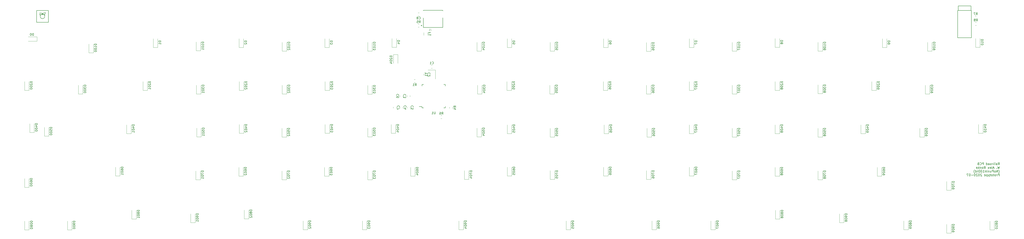
<source format=gbr>
%TF.GenerationSoftware,KiCad,Pcbnew,(5.1.6)-1*%
%TF.CreationDate,2020-07-09T10:41:52-04:00*%
%TF.ProjectId,railroad-keyboard-pcb-only,7261696c-726f-4616-942d-6b6579626f61,rev?*%
%TF.SameCoordinates,Original*%
%TF.FileFunction,Legend,Bot*%
%TF.FilePolarity,Positive*%
%FSLAX46Y46*%
G04 Gerber Fmt 4.6, Leading zero omitted, Abs format (unit mm)*
G04 Created by KiCad (PCBNEW (5.1.6)-1) date 2020-07-09 10:41:52*
%MOMM*%
%LPD*%
G01*
G04 APERTURE LIST*
%ADD10C,0.150000*%
%ADD11C,0.120000*%
%ADD12C,0.300000*%
%ADD13C,0.127000*%
%ADD14C,0.015000*%
G04 APERTURE END LIST*
D10*
X443471250Y-306746130D02*
X443804583Y-306269940D01*
X444042678Y-306746130D02*
X444042678Y-305746130D01*
X443661726Y-305746130D01*
X443566488Y-305793750D01*
X443518869Y-305841369D01*
X443471250Y-305936607D01*
X443471250Y-306079464D01*
X443518869Y-306174702D01*
X443566488Y-306222321D01*
X443661726Y-306269940D01*
X444042678Y-306269940D01*
X442614107Y-306746130D02*
X442614107Y-306222321D01*
X442661726Y-306127083D01*
X442756964Y-306079464D01*
X442947440Y-306079464D01*
X443042678Y-306127083D01*
X442614107Y-306698511D02*
X442709345Y-306746130D01*
X442947440Y-306746130D01*
X443042678Y-306698511D01*
X443090297Y-306603273D01*
X443090297Y-306508035D01*
X443042678Y-306412797D01*
X442947440Y-306365178D01*
X442709345Y-306365178D01*
X442614107Y-306317559D01*
X442137916Y-306746130D02*
X442137916Y-306079464D01*
X442137916Y-305746130D02*
X442185535Y-305793750D01*
X442137916Y-305841369D01*
X442090297Y-305793750D01*
X442137916Y-305746130D01*
X442137916Y-305841369D01*
X441518869Y-306746130D02*
X441614107Y-306698511D01*
X441661726Y-306603273D01*
X441661726Y-305746130D01*
X441137916Y-306746130D02*
X441137916Y-306079464D01*
X441137916Y-306269940D02*
X441090297Y-306174702D01*
X441042678Y-306127083D01*
X440947440Y-306079464D01*
X440852202Y-306079464D01*
X440376012Y-306746130D02*
X440471250Y-306698511D01*
X440518869Y-306650892D01*
X440566488Y-306555654D01*
X440566488Y-306269940D01*
X440518869Y-306174702D01*
X440471250Y-306127083D01*
X440376012Y-306079464D01*
X440233154Y-306079464D01*
X440137916Y-306127083D01*
X440090297Y-306174702D01*
X440042678Y-306269940D01*
X440042678Y-306555654D01*
X440090297Y-306650892D01*
X440137916Y-306698511D01*
X440233154Y-306746130D01*
X440376012Y-306746130D01*
X439185535Y-306746130D02*
X439185535Y-306222321D01*
X439233154Y-306127083D01*
X439328393Y-306079464D01*
X439518869Y-306079464D01*
X439614107Y-306127083D01*
X439185535Y-306698511D02*
X439280774Y-306746130D01*
X439518869Y-306746130D01*
X439614107Y-306698511D01*
X439661726Y-306603273D01*
X439661726Y-306508035D01*
X439614107Y-306412797D01*
X439518869Y-306365178D01*
X439280774Y-306365178D01*
X439185535Y-306317559D01*
X438280774Y-306746130D02*
X438280774Y-305746130D01*
X438280774Y-306698511D02*
X438376012Y-306746130D01*
X438566488Y-306746130D01*
X438661726Y-306698511D01*
X438709345Y-306650892D01*
X438756964Y-306555654D01*
X438756964Y-306269940D01*
X438709345Y-306174702D01*
X438661726Y-306127083D01*
X438566488Y-306079464D01*
X438376012Y-306079464D01*
X438280774Y-306127083D01*
X437042678Y-306746130D02*
X437042678Y-305746130D01*
X436661726Y-305746130D01*
X436566488Y-305793750D01*
X436518869Y-305841369D01*
X436471250Y-305936607D01*
X436471250Y-306079464D01*
X436518869Y-306174702D01*
X436566488Y-306222321D01*
X436661726Y-306269940D01*
X437042678Y-306269940D01*
X435471250Y-306650892D02*
X435518869Y-306698511D01*
X435661726Y-306746130D01*
X435756964Y-306746130D01*
X435899821Y-306698511D01*
X435995059Y-306603273D01*
X436042678Y-306508035D01*
X436090297Y-306317559D01*
X436090297Y-306174702D01*
X436042678Y-305984226D01*
X435995059Y-305888988D01*
X435899821Y-305793750D01*
X435756964Y-305746130D01*
X435661726Y-305746130D01*
X435518869Y-305793750D01*
X435471250Y-305841369D01*
X434709345Y-306222321D02*
X434566488Y-306269940D01*
X434518869Y-306317559D01*
X434471250Y-306412797D01*
X434471250Y-306555654D01*
X434518869Y-306650892D01*
X434566488Y-306698511D01*
X434661726Y-306746130D01*
X435042678Y-306746130D01*
X435042678Y-305746130D01*
X434709345Y-305746130D01*
X434614107Y-305793750D01*
X434566488Y-305841369D01*
X434518869Y-305936607D01*
X434518869Y-306031845D01*
X434566488Y-306127083D01*
X434614107Y-306174702D01*
X434709345Y-306222321D01*
X435042678Y-306222321D01*
X444137916Y-307396130D02*
X443899821Y-308396130D01*
X443709345Y-307681845D01*
X443518869Y-308396130D01*
X443280774Y-307396130D01*
X442899821Y-308300892D02*
X442852202Y-308348511D01*
X442899821Y-308396130D01*
X442947440Y-308348511D01*
X442899821Y-308300892D01*
X442899821Y-308396130D01*
X441709345Y-308110416D02*
X441233154Y-308110416D01*
X441804583Y-308396130D02*
X441471250Y-307396130D01*
X441137916Y-308396130D01*
X440661726Y-308396130D02*
X440756964Y-308348511D01*
X440804583Y-308253273D01*
X440804583Y-307396130D01*
X439899821Y-308348511D02*
X439995059Y-308396130D01*
X440185535Y-308396130D01*
X440280774Y-308348511D01*
X440328393Y-308253273D01*
X440328393Y-307872321D01*
X440280774Y-307777083D01*
X440185535Y-307729464D01*
X439995059Y-307729464D01*
X439899821Y-307777083D01*
X439852202Y-307872321D01*
X439852202Y-307967559D01*
X440328393Y-308062797D01*
X439518869Y-308396130D02*
X438995059Y-307729464D01*
X439518869Y-307729464D02*
X438995059Y-308396130D01*
X437280774Y-308396130D02*
X437614107Y-307919940D01*
X437852202Y-308396130D02*
X437852202Y-307396130D01*
X437471250Y-307396130D01*
X437376012Y-307443750D01*
X437328393Y-307491369D01*
X437280774Y-307586607D01*
X437280774Y-307729464D01*
X437328393Y-307824702D01*
X437376012Y-307872321D01*
X437471250Y-307919940D01*
X437852202Y-307919940D01*
X436709345Y-308396130D02*
X436804583Y-308348511D01*
X436852202Y-308300892D01*
X436899821Y-308205654D01*
X436899821Y-307919940D01*
X436852202Y-307824702D01*
X436804583Y-307777083D01*
X436709345Y-307729464D01*
X436566488Y-307729464D01*
X436471250Y-307777083D01*
X436423631Y-307824702D01*
X436376012Y-307919940D01*
X436376012Y-308205654D01*
X436423631Y-308300892D01*
X436471250Y-308348511D01*
X436566488Y-308396130D01*
X436709345Y-308396130D01*
X435947440Y-307729464D02*
X435947440Y-308396130D01*
X435947440Y-307824702D02*
X435899821Y-307777083D01*
X435804583Y-307729464D01*
X435661726Y-307729464D01*
X435566488Y-307777083D01*
X435518869Y-307872321D01*
X435518869Y-308396130D01*
X435042678Y-308396130D02*
X435042678Y-307396130D01*
X434947440Y-308015178D02*
X434661726Y-308396130D01*
X434661726Y-307729464D02*
X435042678Y-308110416D01*
X433852202Y-308348511D02*
X433947440Y-308396130D01*
X434137916Y-308396130D01*
X434233154Y-308348511D01*
X434280774Y-308253273D01*
X434280774Y-307872321D01*
X434233154Y-307777083D01*
X434137916Y-307729464D01*
X433947440Y-307729464D01*
X433852202Y-307777083D01*
X433804583Y-307872321D01*
X433804583Y-307967559D01*
X434280774Y-308062797D01*
X443756964Y-310427083D02*
X443804583Y-310379464D01*
X443899821Y-310236607D01*
X443947440Y-310141369D01*
X443995059Y-309998511D01*
X444042678Y-309760416D01*
X444042678Y-309569940D01*
X443995059Y-309331845D01*
X443947440Y-309188988D01*
X443899821Y-309093750D01*
X443804583Y-308950892D01*
X443756964Y-308903273D01*
X443376012Y-310046130D02*
X443376012Y-309046130D01*
X442804583Y-310046130D01*
X442804583Y-309046130D01*
X442185535Y-310046130D02*
X442280774Y-309998511D01*
X442328393Y-309950892D01*
X442376012Y-309855654D01*
X442376012Y-309569940D01*
X442328393Y-309474702D01*
X442280774Y-309427083D01*
X442185535Y-309379464D01*
X442042678Y-309379464D01*
X441947440Y-309427083D01*
X441899821Y-309474702D01*
X441852202Y-309569940D01*
X441852202Y-309855654D01*
X441899821Y-309950892D01*
X441947440Y-309998511D01*
X442042678Y-310046130D01*
X442185535Y-310046130D01*
X441423631Y-310046130D02*
X441423631Y-309046130D01*
X441042678Y-309046130D01*
X440947440Y-309093750D01*
X440899821Y-309141369D01*
X440852202Y-309236607D01*
X440852202Y-309379464D01*
X440899821Y-309474702D01*
X440947440Y-309522321D01*
X441042678Y-309569940D01*
X441423631Y-309569940D01*
X439995059Y-309379464D02*
X439995059Y-310046130D01*
X440423631Y-309379464D02*
X440423631Y-309903273D01*
X440376012Y-309998511D01*
X440280774Y-310046130D01*
X440137916Y-310046130D01*
X440042678Y-309998511D01*
X439995059Y-309950892D01*
X439518869Y-309379464D02*
X439518869Y-310046130D01*
X439518869Y-309474702D02*
X439471250Y-309427083D01*
X439376012Y-309379464D01*
X439233154Y-309379464D01*
X439137916Y-309427083D01*
X439090297Y-309522321D01*
X439090297Y-310046130D01*
X438614107Y-310046130D02*
X438614107Y-309046130D01*
X438137916Y-309379464D02*
X438137916Y-310046130D01*
X438137916Y-309474702D02*
X438090297Y-309427083D01*
X437995059Y-309379464D01*
X437852202Y-309379464D01*
X437756964Y-309427083D01*
X437709345Y-309522321D01*
X437709345Y-310046130D01*
X436709345Y-310046130D02*
X437280774Y-310046130D01*
X436995059Y-310046130D02*
X436995059Y-309046130D01*
X437090297Y-309188988D01*
X437185535Y-309284226D01*
X437280774Y-309331845D01*
X436090297Y-309046130D02*
X435995059Y-309046130D01*
X435899821Y-309093750D01*
X435852202Y-309141369D01*
X435804583Y-309236607D01*
X435756964Y-309427083D01*
X435756964Y-309665178D01*
X435804583Y-309855654D01*
X435852202Y-309950892D01*
X435899821Y-309998511D01*
X435995059Y-310046130D01*
X436090297Y-310046130D01*
X436185535Y-309998511D01*
X436233154Y-309950892D01*
X436280774Y-309855654D01*
X436328393Y-309665178D01*
X436328393Y-309427083D01*
X436280774Y-309236607D01*
X436233154Y-309141369D01*
X436185535Y-309093750D01*
X436090297Y-309046130D01*
X435328393Y-310046130D02*
X435328393Y-309046130D01*
X435090297Y-309046130D01*
X434947440Y-309093750D01*
X434852202Y-309188988D01*
X434804583Y-309284226D01*
X434756964Y-309474702D01*
X434756964Y-309617559D01*
X434804583Y-309808035D01*
X434852202Y-309903273D01*
X434947440Y-309998511D01*
X435090297Y-310046130D01*
X435328393Y-310046130D01*
X434328393Y-310046130D02*
X434328393Y-309379464D01*
X434328393Y-309046130D02*
X434376012Y-309093750D01*
X434328393Y-309141369D01*
X434280774Y-309093750D01*
X434328393Y-309046130D01*
X434328393Y-309141369D01*
X433423631Y-310046130D02*
X433423631Y-309046130D01*
X433423631Y-309998511D02*
X433518869Y-310046130D01*
X433709345Y-310046130D01*
X433804583Y-309998511D01*
X433852202Y-309950892D01*
X433899821Y-309855654D01*
X433899821Y-309569940D01*
X433852202Y-309474702D01*
X433804583Y-309427083D01*
X433709345Y-309379464D01*
X433518869Y-309379464D01*
X433423631Y-309427083D01*
X433042678Y-310427083D02*
X432995059Y-310379464D01*
X432899821Y-310236607D01*
X432852202Y-310141369D01*
X432804583Y-309998511D01*
X432756964Y-309760416D01*
X432756964Y-309569940D01*
X432804583Y-309331845D01*
X432852202Y-309188988D01*
X432899821Y-309093750D01*
X432995059Y-308950892D01*
X433042678Y-308903273D01*
X444042678Y-311696130D02*
X444042678Y-310696130D01*
X443661726Y-310696130D01*
X443566488Y-310743750D01*
X443518869Y-310791369D01*
X443471250Y-310886607D01*
X443471250Y-311029464D01*
X443518869Y-311124702D01*
X443566488Y-311172321D01*
X443661726Y-311219940D01*
X444042678Y-311219940D01*
X443042678Y-311696130D02*
X443042678Y-311029464D01*
X443042678Y-311219940D02*
X442995059Y-311124702D01*
X442947440Y-311077083D01*
X442852202Y-311029464D01*
X442756964Y-311029464D01*
X442280774Y-311696130D02*
X442376012Y-311648511D01*
X442423631Y-311600892D01*
X442471250Y-311505654D01*
X442471250Y-311219940D01*
X442423631Y-311124702D01*
X442376012Y-311077083D01*
X442280774Y-311029464D01*
X442137916Y-311029464D01*
X442042678Y-311077083D01*
X441995059Y-311124702D01*
X441947440Y-311219940D01*
X441947440Y-311505654D01*
X441995059Y-311600892D01*
X442042678Y-311648511D01*
X442137916Y-311696130D01*
X442280774Y-311696130D01*
X441661726Y-311029464D02*
X441280774Y-311029464D01*
X441518869Y-310696130D02*
X441518869Y-311553273D01*
X441471250Y-311648511D01*
X441376012Y-311696130D01*
X441280774Y-311696130D01*
X440804583Y-311696130D02*
X440899821Y-311648511D01*
X440947440Y-311600892D01*
X440995059Y-311505654D01*
X440995059Y-311219940D01*
X440947440Y-311124702D01*
X440899821Y-311077083D01*
X440804583Y-311029464D01*
X440661726Y-311029464D01*
X440566488Y-311077083D01*
X440518869Y-311124702D01*
X440471250Y-311219940D01*
X440471250Y-311505654D01*
X440518869Y-311600892D01*
X440566488Y-311648511D01*
X440661726Y-311696130D01*
X440804583Y-311696130D01*
X440185535Y-311029464D02*
X439804583Y-311029464D01*
X440042678Y-310696130D02*
X440042678Y-311553273D01*
X439995059Y-311648511D01*
X439899821Y-311696130D01*
X439804583Y-311696130D01*
X439566488Y-311029464D02*
X439328393Y-311696130D01*
X439090297Y-311029464D02*
X439328393Y-311696130D01*
X439423631Y-311934226D01*
X439471250Y-311981845D01*
X439566488Y-312029464D01*
X438709345Y-311029464D02*
X438709345Y-312029464D01*
X438709345Y-311077083D02*
X438614107Y-311029464D01*
X438423631Y-311029464D01*
X438328393Y-311077083D01*
X438280774Y-311124702D01*
X438233154Y-311219940D01*
X438233154Y-311505654D01*
X438280774Y-311600892D01*
X438328393Y-311648511D01*
X438423631Y-311696130D01*
X438614107Y-311696130D01*
X438709345Y-311648511D01*
X437423631Y-311648511D02*
X437518869Y-311696130D01*
X437709345Y-311696130D01*
X437804583Y-311648511D01*
X437852202Y-311553273D01*
X437852202Y-311172321D01*
X437804583Y-311077083D01*
X437709345Y-311029464D01*
X437518869Y-311029464D01*
X437423631Y-311077083D01*
X437376012Y-311172321D01*
X437376012Y-311267559D01*
X437852202Y-311362797D01*
X436233154Y-310791369D02*
X436185535Y-310743750D01*
X436090297Y-310696130D01*
X435852202Y-310696130D01*
X435756964Y-310743750D01*
X435709345Y-310791369D01*
X435661726Y-310886607D01*
X435661726Y-310981845D01*
X435709345Y-311124702D01*
X436280774Y-311696130D01*
X435661726Y-311696130D01*
X435042678Y-310696130D02*
X434947440Y-310696130D01*
X434852202Y-310743750D01*
X434804583Y-310791369D01*
X434756964Y-310886607D01*
X434709345Y-311077083D01*
X434709345Y-311315178D01*
X434756964Y-311505654D01*
X434804583Y-311600892D01*
X434852202Y-311648511D01*
X434947440Y-311696130D01*
X435042678Y-311696130D01*
X435137916Y-311648511D01*
X435185535Y-311600892D01*
X435233154Y-311505654D01*
X435280774Y-311315178D01*
X435280774Y-311077083D01*
X435233154Y-310886607D01*
X435185535Y-310791369D01*
X435137916Y-310743750D01*
X435042678Y-310696130D01*
X434328393Y-310791369D02*
X434280774Y-310743750D01*
X434185535Y-310696130D01*
X433947440Y-310696130D01*
X433852202Y-310743750D01*
X433804583Y-310791369D01*
X433756964Y-310886607D01*
X433756964Y-310981845D01*
X433804583Y-311124702D01*
X434376012Y-311696130D01*
X433756964Y-311696130D01*
X433137916Y-310696130D02*
X433042678Y-310696130D01*
X432947440Y-310743750D01*
X432899821Y-310791369D01*
X432852202Y-310886607D01*
X432804583Y-311077083D01*
X432804583Y-311315178D01*
X432852202Y-311505654D01*
X432899821Y-311600892D01*
X432947440Y-311648511D01*
X433042678Y-311696130D01*
X433137916Y-311696130D01*
X433233154Y-311648511D01*
X433280774Y-311600892D01*
X433328393Y-311505654D01*
X433376012Y-311315178D01*
X433376012Y-311077083D01*
X433328393Y-310886607D01*
X433280774Y-310791369D01*
X433233154Y-310743750D01*
X433137916Y-310696130D01*
X432376012Y-311315178D02*
X431614107Y-311315178D01*
X430947440Y-310696130D02*
X430852202Y-310696130D01*
X430756964Y-310743750D01*
X430709345Y-310791369D01*
X430661726Y-310886607D01*
X430614107Y-311077083D01*
X430614107Y-311315178D01*
X430661726Y-311505654D01*
X430709345Y-311600892D01*
X430756964Y-311648511D01*
X430852202Y-311696130D01*
X430947440Y-311696130D01*
X431042678Y-311648511D01*
X431090297Y-311600892D01*
X431137916Y-311505654D01*
X431185535Y-311315178D01*
X431185535Y-311077083D01*
X431137916Y-310886607D01*
X431090297Y-310791369D01*
X431042678Y-310743750D01*
X430947440Y-310696130D01*
X430280774Y-310696130D02*
X429614107Y-310696130D01*
X430042678Y-311696130D01*
D11*
%TO.C,D500*%
X21859750Y-293969000D02*
X19859750Y-293969000D01*
X19859750Y-293969000D02*
X19859750Y-290069000D01*
X21859750Y-293969000D02*
X21859750Y-290069000D01*
D10*
%TO.C,U2*%
X425825000Y-236128000D02*
X431425000Y-236128000D01*
X431425000Y-238128000D02*
X431425000Y-236128000D01*
X425825000Y-238128000D02*
X425825000Y-236128000D01*
X431675000Y-238128000D02*
X431675000Y-250228000D01*
X425575000Y-238128000D02*
X425575000Y-250228000D01*
X425575000Y-250228000D02*
X431675000Y-250228000D01*
X425575000Y-238128000D02*
X431675000Y-238128000D01*
D11*
%TO.C,R8*%
X433836578Y-244804000D02*
X433319422Y-244804000D01*
X433836578Y-243384000D02*
X433319422Y-243384000D01*
%TO.C,R7*%
X433788078Y-242010000D02*
X433270922Y-242010000D01*
X433788078Y-240590000D02*
X433270922Y-240590000D01*
%TO.C,R6*%
X196426828Y-286206000D02*
X195909672Y-286206000D01*
X196426828Y-284786000D02*
X195909672Y-284786000D01*
%TO.C,R5*%
X186393828Y-245566000D02*
X185876672Y-245566000D01*
X186393828Y-244146000D02*
X185876672Y-244146000D01*
D12*
%TO.C,J1*%
X187503000Y-244812000D02*
G75*
G03*
X187503000Y-244812000I-100000J0D01*
G01*
D13*
X188182000Y-241463000D02*
X188182000Y-245713000D01*
X188182000Y-238113000D02*
X188182000Y-238263000D01*
X196882000Y-238363000D02*
X196882000Y-238113000D01*
X196882000Y-245713000D02*
X196882000Y-241363000D01*
X196882000Y-238113000D02*
X188182000Y-238113000D01*
X188182000Y-245713000D02*
X196882000Y-245713000D01*
D11*
%TO.C,C8*%
X185828172Y-239193000D02*
X186345328Y-239193000D01*
X185828172Y-240613000D02*
X186345328Y-240613000D01*
%TO.C,C7*%
X174835750Y-281515078D02*
X174835750Y-280997922D01*
X176255750Y-281515078D02*
X176255750Y-280997922D01*
%TO.C,C6*%
X179176750Y-275887922D02*
X179176750Y-276405078D01*
X177756750Y-275887922D02*
X177756750Y-276405078D01*
%TO.C,C5*%
X180931750Y-281515078D02*
X180931750Y-280997922D01*
X182351750Y-281515078D02*
X182351750Y-280997922D01*
%TO.C,C4*%
X177756750Y-281485078D02*
X177756750Y-280967922D01*
X179176750Y-281485078D02*
X179176750Y-280967922D01*
%TO.C,C3*%
X182320000Y-275917922D02*
X182320000Y-276435078D01*
X180900000Y-275917922D02*
X180900000Y-276435078D01*
%TO.C,C2*%
X188393000Y-266880078D02*
X188393000Y-266362922D01*
X189813000Y-266880078D02*
X189813000Y-266362922D01*
%TO.C,C1*%
X192204078Y-263854000D02*
X191686922Y-263854000D01*
X192204078Y-262434000D02*
X191686922Y-262434000D01*
%TO.C,F1*%
X190171750Y-249144064D02*
X190171750Y-247939936D01*
X188351750Y-249144064D02*
X188351750Y-247939936D01*
D10*
%TO.C,SW1*%
X20050000Y-240792000D02*
G75*
G03*
X20050000Y-240792000I-1000000J0D01*
G01*
X16450000Y-238192000D02*
X16450000Y-243392000D01*
X21650000Y-238192000D02*
X16450000Y-238192000D01*
X21650000Y-243392000D02*
X21650000Y-238192000D01*
X16450000Y-243392000D02*
X21650000Y-243392000D01*
D11*
%TO.C,Y1*%
X190247000Y-264573000D02*
X193547000Y-264573000D01*
X193547000Y-264573000D02*
X193547000Y-268573000D01*
D10*
%TO.C,U1*%
X187611000Y-281400000D02*
X187611000Y-280825000D01*
X197961000Y-281400000D02*
X197961000Y-280725000D01*
X197961000Y-271050000D02*
X197961000Y-271725000D01*
X187611000Y-271050000D02*
X187611000Y-271725000D01*
X187611000Y-281400000D02*
X188286000Y-281400000D01*
X187611000Y-271050000D02*
X188286000Y-271050000D01*
X197961000Y-271050000D02*
X197286000Y-271050000D01*
X197961000Y-281400000D02*
X197286000Y-281400000D01*
X187611000Y-280825000D02*
X186336000Y-280825000D01*
D11*
%TO.C,R4*%
X201274750Y-281612078D02*
X201274750Y-281094922D01*
X199854750Y-281612078D02*
X199854750Y-281094922D01*
%TO.C,R1*%
X184050172Y-270204000D02*
X184567328Y-270204000D01*
X184050172Y-268784000D02*
X184567328Y-268784000D01*
%TO.C,D909*%
X422640000Y-337085500D02*
X420640000Y-337085500D01*
X420640000Y-337085500D02*
X420640000Y-333185500D01*
X422640000Y-337085500D02*
X422640000Y-333185500D01*
%TO.C,D908*%
X375015000Y-332387500D02*
X373015000Y-332387500D01*
X373015000Y-332387500D02*
X373015000Y-328487500D01*
X375015000Y-332387500D02*
X375015000Y-328487500D01*
%TO.C,D907*%
X317865000Y-335498000D02*
X315865000Y-335498000D01*
X315865000Y-335498000D02*
X315865000Y-331598000D01*
X317865000Y-335498000D02*
X317865000Y-331598000D01*
%TO.C,D906*%
X291703000Y-335498000D02*
X289703000Y-335498000D01*
X289703000Y-335498000D02*
X289703000Y-331598000D01*
X291703000Y-335498000D02*
X291703000Y-331598000D01*
%TO.C,D905*%
X253603000Y-335498000D02*
X251603000Y-335498000D01*
X251603000Y-335498000D02*
X251603000Y-331598000D01*
X253603000Y-335498000D02*
X253603000Y-331598000D01*
%TO.C,D904*%
X205978000Y-335498000D02*
X203978000Y-335498000D01*
X203978000Y-335498000D02*
X203978000Y-331598000D01*
X205978000Y-335498000D02*
X205978000Y-331598000D01*
%TO.C,D903*%
X163083750Y-335498000D02*
X161083750Y-335498000D01*
X161083750Y-335498000D02*
X161083750Y-331598000D01*
X163083750Y-335498000D02*
X163083750Y-331598000D01*
%TO.C,D902*%
X136794750Y-335497000D02*
X134794750Y-335497000D01*
X134794750Y-335497000D02*
X134794750Y-331597000D01*
X136794750Y-335497000D02*
X136794750Y-331597000D01*
%TO.C,D901*%
X86852000Y-332387500D02*
X84852000Y-332387500D01*
X84852000Y-332387500D02*
X84852000Y-328487500D01*
X86852000Y-332387500D02*
X86852000Y-328487500D01*
%TO.C,D900*%
X32115000Y-335624000D02*
X30115000Y-335624000D01*
X30115000Y-335624000D02*
X30115000Y-331724000D01*
X32115000Y-335624000D02*
X32115000Y-331724000D01*
%TO.C,D810*%
X441817000Y-335625000D02*
X439817000Y-335625000D01*
X439817000Y-335625000D02*
X439817000Y-331725000D01*
X441817000Y-335625000D02*
X441817000Y-331725000D01*
%TO.C,D809*%
X403590000Y-335498000D02*
X401590000Y-335498000D01*
X401590000Y-335498000D02*
X401590000Y-331598000D01*
X403590000Y-335498000D02*
X403590000Y-331598000D01*
%TO.C,D808*%
X346567000Y-330799000D02*
X344567000Y-330799000D01*
X344567000Y-330799000D02*
X344567000Y-326899000D01*
X346567000Y-330799000D02*
X346567000Y-326899000D01*
%TO.C,D802*%
X110632750Y-330671000D02*
X108632750Y-330671000D01*
X108632750Y-330671000D02*
X108632750Y-326771000D01*
X110632750Y-330671000D02*
X110632750Y-326771000D01*
%TO.C,D801*%
X60690000Y-330799000D02*
X58690000Y-330799000D01*
X58690000Y-330799000D02*
X58690000Y-326899000D01*
X60690000Y-330799000D02*
X60690000Y-326899000D01*
%TO.C,D800*%
X13065000Y-335625000D02*
X11065000Y-335625000D01*
X11065000Y-335625000D02*
X11065000Y-331725000D01*
X13065000Y-335625000D02*
X13065000Y-331725000D01*
%TO.C,D709*%
X422640000Y-318036500D02*
X420640000Y-318036500D01*
X420640000Y-318036500D02*
X420640000Y-314136500D01*
X422640000Y-318036500D02*
X422640000Y-314136500D01*
%TO.C,D708*%
X365490000Y-313336500D02*
X363490000Y-313336500D01*
X363490000Y-313336500D02*
X363490000Y-309436500D01*
X365490000Y-313336500D02*
X365490000Y-309436500D01*
%TO.C,D707*%
X327390000Y-313336500D02*
X325390000Y-313336500D01*
X325390000Y-313336500D02*
X325390000Y-309436500D01*
X327390000Y-313336500D02*
X327390000Y-309436500D01*
%TO.C,D706*%
X289290000Y-313209500D02*
X287290000Y-313209500D01*
X287290000Y-313209500D02*
X287290000Y-309309500D01*
X289290000Y-313209500D02*
X289290000Y-309309500D01*
%TO.C,D705*%
X246491000Y-313209500D02*
X244491000Y-313209500D01*
X244491000Y-313209500D02*
X244491000Y-309309500D01*
X246491000Y-313209500D02*
X246491000Y-309309500D01*
%TO.C,D704*%
X208391000Y-313209500D02*
X206391000Y-313209500D01*
X206391000Y-313209500D02*
X206391000Y-309309500D01*
X208391000Y-313209500D02*
X208391000Y-309309500D01*
%TO.C,D703*%
X165496750Y-313336500D02*
X163496750Y-313336500D01*
X163496750Y-313336500D02*
X163496750Y-309436500D01*
X165496750Y-313336500D02*
X165496750Y-309436500D01*
%TO.C,D702*%
X127396750Y-313336500D02*
X125396750Y-313336500D01*
X125396750Y-313336500D02*
X125396750Y-309436500D01*
X127396750Y-313336500D02*
X127396750Y-309436500D01*
%TO.C,D701*%
X89138000Y-313336500D02*
X87138000Y-313336500D01*
X87138000Y-313336500D02*
X87138000Y-309436500D01*
X89138000Y-313336500D02*
X89138000Y-309436500D01*
%TO.C,D609*%
X391779000Y-311749000D02*
X389779000Y-311749000D01*
X389779000Y-311749000D02*
X389779000Y-307849000D01*
X391779000Y-311749000D02*
X391779000Y-307849000D01*
%TO.C,D608*%
X346440000Y-311749000D02*
X344440000Y-311749000D01*
X344440000Y-311749000D02*
X344440000Y-307849000D01*
X346440000Y-311749000D02*
X346440000Y-307849000D01*
%TO.C,D607*%
X308340000Y-311622000D02*
X306340000Y-311622000D01*
X306340000Y-311622000D02*
X306340000Y-307722000D01*
X308340000Y-311622000D02*
X308340000Y-307722000D01*
%TO.C,D606*%
X270240000Y-311622000D02*
X268240000Y-311622000D01*
X268240000Y-311622000D02*
X268240000Y-307722000D01*
X270240000Y-311622000D02*
X270240000Y-307722000D01*
%TO.C,D605*%
X227441000Y-311622000D02*
X225441000Y-311622000D01*
X225441000Y-311622000D02*
X225441000Y-307722000D01*
X227441000Y-311622000D02*
X227441000Y-307722000D01*
%TO.C,D604*%
X184515000Y-311750000D02*
X182515000Y-311750000D01*
X182515000Y-311750000D02*
X182515000Y-307850000D01*
X184515000Y-311750000D02*
X184515000Y-307850000D01*
%TO.C,D603*%
X146288000Y-311749000D02*
X144288000Y-311749000D01*
X144288000Y-311749000D02*
X144288000Y-307849000D01*
X146288000Y-311749000D02*
X146288000Y-307849000D01*
%TO.C,D602*%
X108219750Y-311749000D02*
X106219750Y-311749000D01*
X106219750Y-311749000D02*
X106219750Y-307849000D01*
X108219750Y-311749000D02*
X108219750Y-307849000D01*
%TO.C,D601*%
X53451000Y-311622000D02*
X51451000Y-311622000D01*
X51451000Y-311622000D02*
X51451000Y-307722000D01*
X53451000Y-311622000D02*
X53451000Y-307722000D01*
%TO.C,D600*%
X13065000Y-316703000D02*
X11065000Y-316703000D01*
X11065000Y-316703000D02*
X11065000Y-312803000D01*
X13065000Y-316703000D02*
X13065000Y-312803000D01*
%TO.C,D509*%
X410702000Y-294412500D02*
X408702000Y-294412500D01*
X408702000Y-294412500D02*
X408702000Y-290512500D01*
X410702000Y-294412500D02*
X410702000Y-290512500D01*
%TO.C,D508*%
X365490000Y-294413500D02*
X363490000Y-294413500D01*
X363490000Y-294413500D02*
X363490000Y-290513500D01*
X365490000Y-294413500D02*
X365490000Y-290513500D01*
%TO.C,D507*%
X327390000Y-294413500D02*
X325390000Y-294413500D01*
X325390000Y-294413500D02*
X325390000Y-290513500D01*
X327390000Y-294413500D02*
X327390000Y-290513500D01*
%TO.C,D506*%
X289544000Y-294413500D02*
X287544000Y-294413500D01*
X287544000Y-294413500D02*
X287544000Y-290513500D01*
X289544000Y-294413500D02*
X289544000Y-290513500D01*
%TO.C,D505*%
X246491000Y-294413500D02*
X244491000Y-294413500D01*
X244491000Y-294413500D02*
X244491000Y-290513500D01*
X246491000Y-294413500D02*
X246491000Y-290513500D01*
%TO.C,D504*%
X213979000Y-294287500D02*
X211979000Y-294287500D01*
X211979000Y-294287500D02*
X211979000Y-290387500D01*
X213979000Y-294287500D02*
X213979000Y-290387500D01*
%TO.C,D503*%
X165465000Y-294286500D02*
X163465000Y-294286500D01*
X163465000Y-294286500D02*
X163465000Y-290386500D01*
X165465000Y-294286500D02*
X165465000Y-290386500D01*
%TO.C,D502*%
X127396750Y-294413500D02*
X125396750Y-294413500D01*
X125396750Y-294413500D02*
X125396750Y-290513500D01*
X127396750Y-294413500D02*
X127396750Y-290513500D01*
%TO.C,D501*%
X89519000Y-294286500D02*
X87519000Y-294286500D01*
X87519000Y-294286500D02*
X87519000Y-290386500D01*
X89519000Y-294286500D02*
X89519000Y-290386500D01*
%TO.C,D410*%
X436768750Y-292698000D02*
X434768750Y-292698000D01*
X434768750Y-292698000D02*
X434768750Y-288798000D01*
X436768750Y-292698000D02*
X436768750Y-288798000D01*
%TO.C,D409*%
X384540000Y-292826000D02*
X382540000Y-292826000D01*
X382540000Y-292826000D02*
X382540000Y-288926000D01*
X384540000Y-292826000D02*
X384540000Y-288926000D01*
%TO.C,D408*%
X346440000Y-292826000D02*
X344440000Y-292826000D01*
X344440000Y-292826000D02*
X344440000Y-288926000D01*
X346440000Y-292826000D02*
X346440000Y-288926000D01*
%TO.C,D407*%
X308340000Y-292826000D02*
X306340000Y-292826000D01*
X306340000Y-292826000D02*
X306340000Y-288926000D01*
X308340000Y-292826000D02*
X308340000Y-288926000D01*
%TO.C,D406*%
X270494000Y-292826000D02*
X268494000Y-292826000D01*
X268494000Y-292826000D02*
X268494000Y-288926000D01*
X270494000Y-292826000D02*
X270494000Y-288926000D01*
%TO.C,D405*%
X227441000Y-292826000D02*
X225441000Y-292826000D01*
X225441000Y-292826000D02*
X225441000Y-288926000D01*
X227441000Y-292826000D02*
X227441000Y-288926000D01*
%TO.C,D404*%
X175879000Y-292700000D02*
X173879000Y-292700000D01*
X173879000Y-292700000D02*
X173879000Y-288800000D01*
X175879000Y-292700000D02*
X175879000Y-288800000D01*
%TO.C,D403*%
X146542000Y-292699000D02*
X144542000Y-292699000D01*
X144542000Y-292699000D02*
X144542000Y-288799000D01*
X146542000Y-292699000D02*
X146542000Y-288799000D01*
%TO.C,D402*%
X108442000Y-292699000D02*
X106442000Y-292699000D01*
X106442000Y-292699000D02*
X106442000Y-288799000D01*
X108442000Y-292699000D02*
X108442000Y-288799000D01*
%TO.C,D401*%
X58404000Y-292827000D02*
X56404000Y-292827000D01*
X56404000Y-292827000D02*
X56404000Y-288927000D01*
X58404000Y-292827000D02*
X58404000Y-288927000D01*
%TO.C,D400*%
X15351000Y-292318000D02*
X13351000Y-292318000D01*
X13351000Y-292318000D02*
X13351000Y-288418000D01*
X15351000Y-292318000D02*
X15351000Y-288418000D01*
%TO.C,D309*%
X413115000Y-275236500D02*
X411115000Y-275236500D01*
X411115000Y-275236500D02*
X411115000Y-271336500D01*
X413115000Y-275236500D02*
X413115000Y-271336500D01*
%TO.C,D308*%
X365490000Y-275109500D02*
X363490000Y-275109500D01*
X363490000Y-275109500D02*
X363490000Y-271209500D01*
X365490000Y-275109500D02*
X365490000Y-271209500D01*
%TO.C,D307*%
X327390000Y-275236500D02*
X325390000Y-275236500D01*
X325390000Y-275236500D02*
X325390000Y-271336500D01*
X327390000Y-275236500D02*
X327390000Y-271336500D01*
%TO.C,D306*%
X289290000Y-275236500D02*
X287290000Y-275236500D01*
X287290000Y-275236500D02*
X287290000Y-271336500D01*
X289290000Y-275236500D02*
X289290000Y-271336500D01*
%TO.C,D305*%
X246364000Y-275236500D02*
X244364000Y-275236500D01*
X244364000Y-275236500D02*
X244364000Y-271336500D01*
X246364000Y-275236500D02*
X246364000Y-271336500D01*
%TO.C,D304*%
X214233000Y-275237500D02*
X212233000Y-275237500D01*
X212233000Y-275237500D02*
X212233000Y-271337500D01*
X214233000Y-275237500D02*
X214233000Y-271337500D01*
%TO.C,D303*%
X165465000Y-275364500D02*
X163465000Y-275364500D01*
X163465000Y-275364500D02*
X163465000Y-271464500D01*
X165465000Y-275364500D02*
X165465000Y-271464500D01*
%TO.C,D302*%
X127492000Y-275236500D02*
X125492000Y-275236500D01*
X125492000Y-275236500D02*
X125492000Y-271336500D01*
X127492000Y-275236500D02*
X127492000Y-271336500D01*
%TO.C,D301*%
X89392000Y-275236500D02*
X87392000Y-275236500D01*
X87392000Y-275236500D02*
X87392000Y-271336500D01*
X89392000Y-275236500D02*
X89392000Y-271336500D01*
%TO.C,D300*%
X36941000Y-275236500D02*
X34941000Y-275236500D01*
X34941000Y-275236500D02*
X34941000Y-271336500D01*
X36941000Y-275236500D02*
X36941000Y-271336500D01*
%TO.C,D209*%
X389366000Y-273649000D02*
X387366000Y-273649000D01*
X387366000Y-273649000D02*
X387366000Y-269749000D01*
X389366000Y-273649000D02*
X389366000Y-269749000D01*
%TO.C,D208*%
X346440000Y-273649000D02*
X344440000Y-273649000D01*
X344440000Y-273649000D02*
X344440000Y-269749000D01*
X346440000Y-273649000D02*
X346440000Y-269749000D01*
%TO.C,D207*%
X308340000Y-273649000D02*
X306340000Y-273649000D01*
X306340000Y-273649000D02*
X306340000Y-269749000D01*
X308340000Y-273649000D02*
X308340000Y-269749000D01*
%TO.C,D206*%
X270113000Y-273649000D02*
X268113000Y-273649000D01*
X268113000Y-273649000D02*
X268113000Y-269749000D01*
X270113000Y-273649000D02*
X270113000Y-269749000D01*
%TO.C,D205*%
X227314000Y-273649000D02*
X225314000Y-273649000D01*
X225314000Y-273649000D02*
X225314000Y-269749000D01*
X227314000Y-273649000D02*
X227314000Y-269749000D01*
%TO.C,D204*%
X174897000Y-257720000D02*
X176897000Y-257720000D01*
X176897000Y-257720000D02*
X176897000Y-261620000D01*
X174897000Y-257720000D02*
X174897000Y-261620000D01*
%TO.C,D203*%
X146542000Y-273649000D02*
X144542000Y-273649000D01*
X144542000Y-273649000D02*
X144542000Y-269749000D01*
X146542000Y-273649000D02*
X146542000Y-269749000D01*
%TO.C,D202*%
X108442000Y-273649000D02*
X106442000Y-273649000D01*
X106442000Y-273649000D02*
X106442000Y-269749000D01*
X108442000Y-273649000D02*
X108442000Y-269749000D01*
%TO.C,D201*%
X65643000Y-273649000D02*
X63643000Y-273649000D01*
X63643000Y-273649000D02*
X63643000Y-269749000D01*
X65643000Y-273649000D02*
X65643000Y-269749000D01*
%TO.C,D200*%
X13065000Y-273649000D02*
X11065000Y-273649000D01*
X11065000Y-273649000D02*
X11065000Y-269749000D01*
X13065000Y-273649000D02*
X13065000Y-269749000D01*
%TO.C,D109*%
X414131000Y-256185500D02*
X412131000Y-256185500D01*
X412131000Y-256185500D02*
X412131000Y-252285500D01*
X414131000Y-256185500D02*
X414131000Y-252285500D01*
%TO.C,D108*%
X365490000Y-256187500D02*
X363490000Y-256187500D01*
X363490000Y-256187500D02*
X363490000Y-252287500D01*
X365490000Y-256187500D02*
X365490000Y-252287500D01*
%TO.C,D107*%
X327390000Y-256185500D02*
X325390000Y-256185500D01*
X325390000Y-256185500D02*
X325390000Y-252285500D01*
X327390000Y-256185500D02*
X327390000Y-252285500D01*
%TO.C,D106*%
X289290000Y-256312500D02*
X287290000Y-256312500D01*
X287290000Y-256312500D02*
X287290000Y-252412500D01*
X289290000Y-256312500D02*
X289290000Y-252412500D01*
%TO.C,D105*%
X246491000Y-256185500D02*
X244491000Y-256185500D01*
X244491000Y-256185500D02*
X244491000Y-252285500D01*
X246491000Y-256185500D02*
X246491000Y-252285500D01*
%TO.C,D104*%
X213979000Y-256186500D02*
X211979000Y-256186500D01*
X211979000Y-256186500D02*
X211979000Y-252286500D01*
X213979000Y-256186500D02*
X213979000Y-252286500D01*
%TO.C,D103*%
X165465000Y-256187500D02*
X163465000Y-256187500D01*
X163465000Y-256187500D02*
X163465000Y-252287500D01*
X165465000Y-256187500D02*
X165465000Y-252287500D01*
%TO.C,D102*%
X127492000Y-256186500D02*
X125492000Y-256186500D01*
X125492000Y-256186500D02*
X125492000Y-252286500D01*
X127492000Y-256186500D02*
X127492000Y-252286500D01*
%TO.C,D101*%
X89265000Y-256059500D02*
X87265000Y-256059500D01*
X87265000Y-256059500D02*
X87265000Y-252159500D01*
X89265000Y-256059500D02*
X89265000Y-252159500D01*
%TO.C,D100*%
X41640000Y-256981250D02*
X39640000Y-256981250D01*
X39640000Y-256981250D02*
X39640000Y-253081250D01*
X41640000Y-256981250D02*
X41640000Y-253081250D01*
%TO.C,D10*%
X435467000Y-254472000D02*
X433467000Y-254472000D01*
X433467000Y-254472000D02*
X433467000Y-250572000D01*
X435467000Y-254472000D02*
X435467000Y-250572000D01*
%TO.C,D9*%
X394065000Y-254598000D02*
X392065000Y-254598000D01*
X392065000Y-254598000D02*
X392065000Y-250698000D01*
X394065000Y-254598000D02*
X394065000Y-250698000D01*
%TO.C,D8*%
X346440000Y-254471000D02*
X344440000Y-254471000D01*
X344440000Y-254471000D02*
X344440000Y-250571000D01*
X346440000Y-254471000D02*
X346440000Y-250571000D01*
%TO.C,D7*%
X308340000Y-254598000D02*
X306340000Y-254598000D01*
X306340000Y-254598000D02*
X306340000Y-250698000D01*
X308340000Y-254598000D02*
X308340000Y-250698000D01*
%TO.C,D6*%
X270240000Y-254599000D02*
X268240000Y-254599000D01*
X268240000Y-254599000D02*
X268240000Y-250699000D01*
X270240000Y-254599000D02*
X270240000Y-250699000D01*
%TO.C,D5*%
X227441000Y-254598000D02*
X225441000Y-254598000D01*
X225441000Y-254598000D02*
X225441000Y-250698000D01*
X227441000Y-254598000D02*
X227441000Y-250698000D01*
%TO.C,D4*%
X176260000Y-254473000D02*
X174260000Y-254473000D01*
X174260000Y-254473000D02*
X174260000Y-250573000D01*
X176260000Y-254473000D02*
X176260000Y-250573000D01*
%TO.C,D3*%
X146415000Y-254599000D02*
X144415000Y-254599000D01*
X144415000Y-254599000D02*
X144415000Y-250699000D01*
X146415000Y-254599000D02*
X146415000Y-250699000D01*
%TO.C,D2*%
X108315000Y-254599000D02*
X106315000Y-254599000D01*
X106315000Y-254599000D02*
X106315000Y-250699000D01*
X108315000Y-254599000D02*
X108315000Y-250699000D01*
%TO.C,D1*%
X70215000Y-254598000D02*
X68215000Y-254598000D01*
X68215000Y-254598000D02*
X68215000Y-250698000D01*
X70215000Y-254598000D02*
X70215000Y-250698000D01*
%TO.C,D0*%
X16600000Y-249825000D02*
X16600000Y-251825000D01*
X16600000Y-251825000D02*
X12700000Y-251825000D01*
X16600000Y-249825000D02*
X12700000Y-249825000D01*
%TO.C,D500*%
D10*
X23312130Y-290028523D02*
X22312130Y-290028523D01*
X22312130Y-290266619D01*
X22359750Y-290409476D01*
X22454988Y-290504714D01*
X22550226Y-290552333D01*
X22740702Y-290599952D01*
X22883559Y-290599952D01*
X23074035Y-290552333D01*
X23169273Y-290504714D01*
X23264511Y-290409476D01*
X23312130Y-290266619D01*
X23312130Y-290028523D01*
X22312130Y-291504714D02*
X22312130Y-291028523D01*
X22788321Y-290980904D01*
X22740702Y-291028523D01*
X22693083Y-291123761D01*
X22693083Y-291361857D01*
X22740702Y-291457095D01*
X22788321Y-291504714D01*
X22883559Y-291552333D01*
X23121654Y-291552333D01*
X23216892Y-291504714D01*
X23264511Y-291457095D01*
X23312130Y-291361857D01*
X23312130Y-291123761D01*
X23264511Y-291028523D01*
X23216892Y-290980904D01*
X22312130Y-292171380D02*
X22312130Y-292266619D01*
X22359750Y-292361857D01*
X22407369Y-292409476D01*
X22502607Y-292457095D01*
X22693083Y-292504714D01*
X22931178Y-292504714D01*
X23121654Y-292457095D01*
X23216892Y-292409476D01*
X23264511Y-292361857D01*
X23312130Y-292266619D01*
X23312130Y-292171380D01*
X23264511Y-292076142D01*
X23216892Y-292028523D01*
X23121654Y-291980904D01*
X22931178Y-291933285D01*
X22693083Y-291933285D01*
X22502607Y-291980904D01*
X22407369Y-292028523D01*
X22359750Y-292076142D01*
X22312130Y-292171380D01*
X22312130Y-293123761D02*
X22312130Y-293219000D01*
X22359750Y-293314238D01*
X22407369Y-293361857D01*
X22502607Y-293409476D01*
X22693083Y-293457095D01*
X22931178Y-293457095D01*
X23121654Y-293409476D01*
X23216892Y-293361857D01*
X23264511Y-293314238D01*
X23312130Y-293219000D01*
X23312130Y-293123761D01*
X23264511Y-293028523D01*
X23216892Y-292980904D01*
X23121654Y-292933285D01*
X22931178Y-292885666D01*
X22693083Y-292885666D01*
X22502607Y-292933285D01*
X22407369Y-292980904D01*
X22359750Y-293028523D01*
X22312130Y-293123761D01*
%TO.C,R8*%
X433744666Y-242896380D02*
X434078000Y-242420190D01*
X434316095Y-242896380D02*
X434316095Y-241896380D01*
X433935142Y-241896380D01*
X433839904Y-241944000D01*
X433792285Y-241991619D01*
X433744666Y-242086857D01*
X433744666Y-242229714D01*
X433792285Y-242324952D01*
X433839904Y-242372571D01*
X433935142Y-242420190D01*
X434316095Y-242420190D01*
X433173238Y-242324952D02*
X433268476Y-242277333D01*
X433316095Y-242229714D01*
X433363714Y-242134476D01*
X433363714Y-242086857D01*
X433316095Y-241991619D01*
X433268476Y-241944000D01*
X433173238Y-241896380D01*
X432982761Y-241896380D01*
X432887523Y-241944000D01*
X432839904Y-241991619D01*
X432792285Y-242086857D01*
X432792285Y-242134476D01*
X432839904Y-242229714D01*
X432887523Y-242277333D01*
X432982761Y-242324952D01*
X433173238Y-242324952D01*
X433268476Y-242372571D01*
X433316095Y-242420190D01*
X433363714Y-242515428D01*
X433363714Y-242705904D01*
X433316095Y-242801142D01*
X433268476Y-242848761D01*
X433173238Y-242896380D01*
X432982761Y-242896380D01*
X432887523Y-242848761D01*
X432839904Y-242801142D01*
X432792285Y-242705904D01*
X432792285Y-242515428D01*
X432839904Y-242420190D01*
X432887523Y-242372571D01*
X432982761Y-242324952D01*
%TO.C,R7*%
X433696166Y-240102380D02*
X434029500Y-239626190D01*
X434267595Y-240102380D02*
X434267595Y-239102380D01*
X433886642Y-239102380D01*
X433791404Y-239150000D01*
X433743785Y-239197619D01*
X433696166Y-239292857D01*
X433696166Y-239435714D01*
X433743785Y-239530952D01*
X433791404Y-239578571D01*
X433886642Y-239626190D01*
X434267595Y-239626190D01*
X433362833Y-239102380D02*
X432696166Y-239102380D01*
X433124738Y-240102380D01*
%TO.C,R6*%
X196334916Y-284298380D02*
X196668250Y-283822190D01*
X196906345Y-284298380D02*
X196906345Y-283298380D01*
X196525392Y-283298380D01*
X196430154Y-283346000D01*
X196382535Y-283393619D01*
X196334916Y-283488857D01*
X196334916Y-283631714D01*
X196382535Y-283726952D01*
X196430154Y-283774571D01*
X196525392Y-283822190D01*
X196906345Y-283822190D01*
X195477773Y-283298380D02*
X195668250Y-283298380D01*
X195763488Y-283346000D01*
X195811107Y-283393619D01*
X195906345Y-283536476D01*
X195953964Y-283726952D01*
X195953964Y-284107904D01*
X195906345Y-284203142D01*
X195858726Y-284250761D01*
X195763488Y-284298380D01*
X195573011Y-284298380D01*
X195477773Y-284250761D01*
X195430154Y-284203142D01*
X195382535Y-284107904D01*
X195382535Y-283869809D01*
X195430154Y-283774571D01*
X195477773Y-283726952D01*
X195573011Y-283679333D01*
X195763488Y-283679333D01*
X195858726Y-283726952D01*
X195906345Y-283774571D01*
X195953964Y-283869809D01*
%TO.C,R5*%
X186301916Y-243658380D02*
X186635250Y-243182190D01*
X186873345Y-243658380D02*
X186873345Y-242658380D01*
X186492392Y-242658380D01*
X186397154Y-242706000D01*
X186349535Y-242753619D01*
X186301916Y-242848857D01*
X186301916Y-242991714D01*
X186349535Y-243086952D01*
X186397154Y-243134571D01*
X186492392Y-243182190D01*
X186873345Y-243182190D01*
X185397154Y-242658380D02*
X185873345Y-242658380D01*
X185920964Y-243134571D01*
X185873345Y-243086952D01*
X185778107Y-243039333D01*
X185540011Y-243039333D01*
X185444773Y-243086952D01*
X185397154Y-243134571D01*
X185349535Y-243229809D01*
X185349535Y-243467904D01*
X185397154Y-243563142D01*
X185444773Y-243610761D01*
X185540011Y-243658380D01*
X185778107Y-243658380D01*
X185873345Y-243610761D01*
X185920964Y-243563142D01*
%TO.C,J1*%
D14*
X191483570Y-246287373D02*
X191483570Y-246850292D01*
X191521098Y-246962876D01*
X191596154Y-247037932D01*
X191708738Y-247075460D01*
X191783794Y-247075460D01*
X190695483Y-247075460D02*
X191145819Y-247075460D01*
X190920651Y-247075460D02*
X190920651Y-246287373D01*
X190995707Y-246399957D01*
X191070763Y-246475013D01*
X191145819Y-246512541D01*
%TO.C,C8*%
D10*
X186253416Y-241910142D02*
X186301035Y-241957761D01*
X186443892Y-242005380D01*
X186539130Y-242005380D01*
X186681988Y-241957761D01*
X186777226Y-241862523D01*
X186824845Y-241767285D01*
X186872464Y-241576809D01*
X186872464Y-241433952D01*
X186824845Y-241243476D01*
X186777226Y-241148238D01*
X186681988Y-241053000D01*
X186539130Y-241005380D01*
X186443892Y-241005380D01*
X186301035Y-241053000D01*
X186253416Y-241100619D01*
X185681988Y-241433952D02*
X185777226Y-241386333D01*
X185824845Y-241338714D01*
X185872464Y-241243476D01*
X185872464Y-241195857D01*
X185824845Y-241100619D01*
X185777226Y-241053000D01*
X185681988Y-241005380D01*
X185491511Y-241005380D01*
X185396273Y-241053000D01*
X185348654Y-241100619D01*
X185301035Y-241195857D01*
X185301035Y-241243476D01*
X185348654Y-241338714D01*
X185396273Y-241386333D01*
X185491511Y-241433952D01*
X185681988Y-241433952D01*
X185777226Y-241481571D01*
X185824845Y-241529190D01*
X185872464Y-241624428D01*
X185872464Y-241814904D01*
X185824845Y-241910142D01*
X185777226Y-241957761D01*
X185681988Y-242005380D01*
X185491511Y-242005380D01*
X185396273Y-241957761D01*
X185348654Y-241910142D01*
X185301035Y-241814904D01*
X185301035Y-241624428D01*
X185348654Y-241529190D01*
X185396273Y-241481571D01*
X185491511Y-241433952D01*
%TO.C,C7*%
X177552892Y-281089833D02*
X177600511Y-281042214D01*
X177648130Y-280899357D01*
X177648130Y-280804119D01*
X177600511Y-280661261D01*
X177505273Y-280566023D01*
X177410035Y-280518404D01*
X177219559Y-280470785D01*
X177076702Y-280470785D01*
X176886226Y-280518404D01*
X176790988Y-280566023D01*
X176695750Y-280661261D01*
X176648130Y-280804119D01*
X176648130Y-280899357D01*
X176695750Y-281042214D01*
X176743369Y-281089833D01*
X176648130Y-281423166D02*
X176648130Y-282089833D01*
X177648130Y-281661261D01*
%TO.C,C6*%
X177173892Y-275979833D02*
X177221511Y-275932214D01*
X177269130Y-275789357D01*
X177269130Y-275694119D01*
X177221511Y-275551261D01*
X177126273Y-275456023D01*
X177031035Y-275408404D01*
X176840559Y-275360785D01*
X176697702Y-275360785D01*
X176507226Y-275408404D01*
X176411988Y-275456023D01*
X176316750Y-275551261D01*
X176269130Y-275694119D01*
X176269130Y-275789357D01*
X176316750Y-275932214D01*
X176364369Y-275979833D01*
X176269130Y-276836976D02*
X176269130Y-276646500D01*
X176316750Y-276551261D01*
X176364369Y-276503642D01*
X176507226Y-276408404D01*
X176697702Y-276360785D01*
X177078654Y-276360785D01*
X177173892Y-276408404D01*
X177221511Y-276456023D01*
X177269130Y-276551261D01*
X177269130Y-276741738D01*
X177221511Y-276836976D01*
X177173892Y-276884595D01*
X177078654Y-276932214D01*
X176840559Y-276932214D01*
X176745321Y-276884595D01*
X176697702Y-276836976D01*
X176650083Y-276741738D01*
X176650083Y-276551261D01*
X176697702Y-276456023D01*
X176745321Y-276408404D01*
X176840559Y-276360785D01*
%TO.C,C5*%
X183648892Y-281089833D02*
X183696511Y-281042214D01*
X183744130Y-280899357D01*
X183744130Y-280804119D01*
X183696511Y-280661261D01*
X183601273Y-280566023D01*
X183506035Y-280518404D01*
X183315559Y-280470785D01*
X183172702Y-280470785D01*
X182982226Y-280518404D01*
X182886988Y-280566023D01*
X182791750Y-280661261D01*
X182744130Y-280804119D01*
X182744130Y-280899357D01*
X182791750Y-281042214D01*
X182839369Y-281089833D01*
X182744130Y-281994595D02*
X182744130Y-281518404D01*
X183220321Y-281470785D01*
X183172702Y-281518404D01*
X183125083Y-281613642D01*
X183125083Y-281851738D01*
X183172702Y-281946976D01*
X183220321Y-281994595D01*
X183315559Y-282042214D01*
X183553654Y-282042214D01*
X183648892Y-281994595D01*
X183696511Y-281946976D01*
X183744130Y-281851738D01*
X183744130Y-281613642D01*
X183696511Y-281518404D01*
X183648892Y-281470785D01*
%TO.C,C4*%
X180473892Y-281059833D02*
X180521511Y-281012214D01*
X180569130Y-280869357D01*
X180569130Y-280774119D01*
X180521511Y-280631261D01*
X180426273Y-280536023D01*
X180331035Y-280488404D01*
X180140559Y-280440785D01*
X179997702Y-280440785D01*
X179807226Y-280488404D01*
X179711988Y-280536023D01*
X179616750Y-280631261D01*
X179569130Y-280774119D01*
X179569130Y-280869357D01*
X179616750Y-281012214D01*
X179664369Y-281059833D01*
X179902464Y-281916976D02*
X180569130Y-281916976D01*
X179521511Y-281678880D02*
X180235797Y-281440785D01*
X180235797Y-282059833D01*
%TO.C,C3*%
X180317142Y-276009833D02*
X180364761Y-275962214D01*
X180412380Y-275819357D01*
X180412380Y-275724119D01*
X180364761Y-275581261D01*
X180269523Y-275486023D01*
X180174285Y-275438404D01*
X179983809Y-275390785D01*
X179840952Y-275390785D01*
X179650476Y-275438404D01*
X179555238Y-275486023D01*
X179460000Y-275581261D01*
X179412380Y-275724119D01*
X179412380Y-275819357D01*
X179460000Y-275962214D01*
X179507619Y-276009833D01*
X179412380Y-276343166D02*
X179412380Y-276962214D01*
X179793333Y-276628880D01*
X179793333Y-276771738D01*
X179840952Y-276866976D01*
X179888571Y-276914595D01*
X179983809Y-276962214D01*
X180221904Y-276962214D01*
X180317142Y-276914595D01*
X180364761Y-276866976D01*
X180412380Y-276771738D01*
X180412380Y-276486023D01*
X180364761Y-276390785D01*
X180317142Y-276343166D01*
%TO.C,C2*%
X191110142Y-266454833D02*
X191157761Y-266407214D01*
X191205380Y-266264357D01*
X191205380Y-266169119D01*
X191157761Y-266026261D01*
X191062523Y-265931023D01*
X190967285Y-265883404D01*
X190776809Y-265835785D01*
X190633952Y-265835785D01*
X190443476Y-265883404D01*
X190348238Y-265931023D01*
X190253000Y-266026261D01*
X190205380Y-266169119D01*
X190205380Y-266264357D01*
X190253000Y-266407214D01*
X190300619Y-266454833D01*
X190300619Y-266835785D02*
X190253000Y-266883404D01*
X190205380Y-266978642D01*
X190205380Y-267216738D01*
X190253000Y-267311976D01*
X190300619Y-267359595D01*
X190395857Y-267407214D01*
X190491095Y-267407214D01*
X190633952Y-267359595D01*
X191205380Y-266788166D01*
X191205380Y-267407214D01*
%TO.C,C1*%
X192112166Y-261851142D02*
X192159785Y-261898761D01*
X192302642Y-261946380D01*
X192397880Y-261946380D01*
X192540738Y-261898761D01*
X192635976Y-261803523D01*
X192683595Y-261708285D01*
X192731214Y-261517809D01*
X192731214Y-261374952D01*
X192683595Y-261184476D01*
X192635976Y-261089238D01*
X192540738Y-260994000D01*
X192397880Y-260946380D01*
X192302642Y-260946380D01*
X192159785Y-260994000D01*
X192112166Y-261041619D01*
X191159785Y-261946380D02*
X191731214Y-261946380D01*
X191445500Y-261946380D02*
X191445500Y-260946380D01*
X191540738Y-261089238D01*
X191635976Y-261184476D01*
X191731214Y-261232095D01*
%TO.C,F1*%
X191010321Y-248208666D02*
X191010321Y-247875333D01*
X191534130Y-247875333D02*
X190534130Y-247875333D01*
X190534130Y-248351523D01*
X191534130Y-249256285D02*
X191534130Y-248684857D01*
X191534130Y-248970571D02*
X190534130Y-248970571D01*
X190676988Y-248875333D01*
X190772226Y-248780095D01*
X190819845Y-248684857D01*
%TO.C,SW1*%
X20357933Y-240028361D02*
X20215076Y-240075980D01*
X19976980Y-240075980D01*
X19881742Y-240028361D01*
X19834123Y-239980742D01*
X19786504Y-239885504D01*
X19786504Y-239790266D01*
X19834123Y-239695028D01*
X19881742Y-239647409D01*
X19976980Y-239599790D01*
X20167457Y-239552171D01*
X20262695Y-239504552D01*
X20310314Y-239456933D01*
X20357933Y-239361695D01*
X20357933Y-239266457D01*
X20310314Y-239171219D01*
X20262695Y-239123600D01*
X20167457Y-239075980D01*
X19929361Y-239075980D01*
X19786504Y-239123600D01*
X19453171Y-239075980D02*
X19215076Y-240075980D01*
X19024600Y-239361695D01*
X18834123Y-240075980D01*
X18596028Y-239075980D01*
X17691266Y-240075980D02*
X18262695Y-240075980D01*
X17976980Y-240075980D02*
X17976980Y-239075980D01*
X18072219Y-239218838D01*
X18167457Y-239314076D01*
X18262695Y-239361695D01*
%TO.C,Y1*%
X189423190Y-266096809D02*
X189899380Y-266096809D01*
X188899380Y-265763476D02*
X189423190Y-266096809D01*
X188899380Y-266430142D01*
X189899380Y-267287285D02*
X189899380Y-266715857D01*
X189899380Y-267001571D02*
X188899380Y-267001571D01*
X189042238Y-266906333D01*
X189137476Y-266811095D01*
X189185095Y-266715857D01*
%TO.C,U1*%
X193547904Y-283127380D02*
X193547904Y-283936904D01*
X193500285Y-284032142D01*
X193452666Y-284079761D01*
X193357428Y-284127380D01*
X193166952Y-284127380D01*
X193071714Y-284079761D01*
X193024095Y-284032142D01*
X192976476Y-283936904D01*
X192976476Y-283127380D01*
X191976476Y-284127380D02*
X192547904Y-284127380D01*
X192262190Y-284127380D02*
X192262190Y-283127380D01*
X192357428Y-283270238D01*
X192452666Y-283365476D01*
X192547904Y-283413095D01*
%TO.C,R4*%
X202667130Y-281186833D02*
X202190940Y-280853500D01*
X202667130Y-280615404D02*
X201667130Y-280615404D01*
X201667130Y-280996357D01*
X201714750Y-281091595D01*
X201762369Y-281139214D01*
X201857607Y-281186833D01*
X202000464Y-281186833D01*
X202095702Y-281139214D01*
X202143321Y-281091595D01*
X202190940Y-280996357D01*
X202190940Y-280615404D01*
X202000464Y-282043976D02*
X202667130Y-282043976D01*
X201619511Y-281805880D02*
X202333797Y-281567785D01*
X202333797Y-282186833D01*
%TO.C,R1*%
X184475416Y-271596380D02*
X184808750Y-271120190D01*
X185046845Y-271596380D02*
X185046845Y-270596380D01*
X184665892Y-270596380D01*
X184570654Y-270644000D01*
X184523035Y-270691619D01*
X184475416Y-270786857D01*
X184475416Y-270929714D01*
X184523035Y-271024952D01*
X184570654Y-271072571D01*
X184665892Y-271120190D01*
X185046845Y-271120190D01*
X183523035Y-271596380D02*
X184094464Y-271596380D01*
X183808750Y-271596380D02*
X183808750Y-270596380D01*
X183903988Y-270739238D01*
X183999226Y-270834476D01*
X184094464Y-270882095D01*
%TO.C,D909*%
X424092380Y-333145023D02*
X423092380Y-333145023D01*
X423092380Y-333383119D01*
X423140000Y-333525976D01*
X423235238Y-333621214D01*
X423330476Y-333668833D01*
X423520952Y-333716452D01*
X423663809Y-333716452D01*
X423854285Y-333668833D01*
X423949523Y-333621214D01*
X424044761Y-333525976D01*
X424092380Y-333383119D01*
X424092380Y-333145023D01*
X424092380Y-334192642D02*
X424092380Y-334383119D01*
X424044761Y-334478357D01*
X423997142Y-334525976D01*
X423854285Y-334621214D01*
X423663809Y-334668833D01*
X423282857Y-334668833D01*
X423187619Y-334621214D01*
X423140000Y-334573595D01*
X423092380Y-334478357D01*
X423092380Y-334287880D01*
X423140000Y-334192642D01*
X423187619Y-334145023D01*
X423282857Y-334097404D01*
X423520952Y-334097404D01*
X423616190Y-334145023D01*
X423663809Y-334192642D01*
X423711428Y-334287880D01*
X423711428Y-334478357D01*
X423663809Y-334573595D01*
X423616190Y-334621214D01*
X423520952Y-334668833D01*
X423092380Y-335287880D02*
X423092380Y-335383119D01*
X423140000Y-335478357D01*
X423187619Y-335525976D01*
X423282857Y-335573595D01*
X423473333Y-335621214D01*
X423711428Y-335621214D01*
X423901904Y-335573595D01*
X423997142Y-335525976D01*
X424044761Y-335478357D01*
X424092380Y-335383119D01*
X424092380Y-335287880D01*
X424044761Y-335192642D01*
X423997142Y-335145023D01*
X423901904Y-335097404D01*
X423711428Y-335049785D01*
X423473333Y-335049785D01*
X423282857Y-335097404D01*
X423187619Y-335145023D01*
X423140000Y-335192642D01*
X423092380Y-335287880D01*
X424092380Y-336097404D02*
X424092380Y-336287880D01*
X424044761Y-336383119D01*
X423997142Y-336430738D01*
X423854285Y-336525976D01*
X423663809Y-336573595D01*
X423282857Y-336573595D01*
X423187619Y-336525976D01*
X423140000Y-336478357D01*
X423092380Y-336383119D01*
X423092380Y-336192642D01*
X423140000Y-336097404D01*
X423187619Y-336049785D01*
X423282857Y-336002166D01*
X423520952Y-336002166D01*
X423616190Y-336049785D01*
X423663809Y-336097404D01*
X423711428Y-336192642D01*
X423711428Y-336383119D01*
X423663809Y-336478357D01*
X423616190Y-336525976D01*
X423520952Y-336573595D01*
%TO.C,D908*%
X376467380Y-328447023D02*
X375467380Y-328447023D01*
X375467380Y-328685119D01*
X375515000Y-328827976D01*
X375610238Y-328923214D01*
X375705476Y-328970833D01*
X375895952Y-329018452D01*
X376038809Y-329018452D01*
X376229285Y-328970833D01*
X376324523Y-328923214D01*
X376419761Y-328827976D01*
X376467380Y-328685119D01*
X376467380Y-328447023D01*
X376467380Y-329494642D02*
X376467380Y-329685119D01*
X376419761Y-329780357D01*
X376372142Y-329827976D01*
X376229285Y-329923214D01*
X376038809Y-329970833D01*
X375657857Y-329970833D01*
X375562619Y-329923214D01*
X375515000Y-329875595D01*
X375467380Y-329780357D01*
X375467380Y-329589880D01*
X375515000Y-329494642D01*
X375562619Y-329447023D01*
X375657857Y-329399404D01*
X375895952Y-329399404D01*
X375991190Y-329447023D01*
X376038809Y-329494642D01*
X376086428Y-329589880D01*
X376086428Y-329780357D01*
X376038809Y-329875595D01*
X375991190Y-329923214D01*
X375895952Y-329970833D01*
X375467380Y-330589880D02*
X375467380Y-330685119D01*
X375515000Y-330780357D01*
X375562619Y-330827976D01*
X375657857Y-330875595D01*
X375848333Y-330923214D01*
X376086428Y-330923214D01*
X376276904Y-330875595D01*
X376372142Y-330827976D01*
X376419761Y-330780357D01*
X376467380Y-330685119D01*
X376467380Y-330589880D01*
X376419761Y-330494642D01*
X376372142Y-330447023D01*
X376276904Y-330399404D01*
X376086428Y-330351785D01*
X375848333Y-330351785D01*
X375657857Y-330399404D01*
X375562619Y-330447023D01*
X375515000Y-330494642D01*
X375467380Y-330589880D01*
X375895952Y-331494642D02*
X375848333Y-331399404D01*
X375800714Y-331351785D01*
X375705476Y-331304166D01*
X375657857Y-331304166D01*
X375562619Y-331351785D01*
X375515000Y-331399404D01*
X375467380Y-331494642D01*
X375467380Y-331685119D01*
X375515000Y-331780357D01*
X375562619Y-331827976D01*
X375657857Y-331875595D01*
X375705476Y-331875595D01*
X375800714Y-331827976D01*
X375848333Y-331780357D01*
X375895952Y-331685119D01*
X375895952Y-331494642D01*
X375943571Y-331399404D01*
X375991190Y-331351785D01*
X376086428Y-331304166D01*
X376276904Y-331304166D01*
X376372142Y-331351785D01*
X376419761Y-331399404D01*
X376467380Y-331494642D01*
X376467380Y-331685119D01*
X376419761Y-331780357D01*
X376372142Y-331827976D01*
X376276904Y-331875595D01*
X376086428Y-331875595D01*
X375991190Y-331827976D01*
X375943571Y-331780357D01*
X375895952Y-331685119D01*
%TO.C,D907*%
X319317380Y-331557523D02*
X318317380Y-331557523D01*
X318317380Y-331795619D01*
X318365000Y-331938476D01*
X318460238Y-332033714D01*
X318555476Y-332081333D01*
X318745952Y-332128952D01*
X318888809Y-332128952D01*
X319079285Y-332081333D01*
X319174523Y-332033714D01*
X319269761Y-331938476D01*
X319317380Y-331795619D01*
X319317380Y-331557523D01*
X319317380Y-332605142D02*
X319317380Y-332795619D01*
X319269761Y-332890857D01*
X319222142Y-332938476D01*
X319079285Y-333033714D01*
X318888809Y-333081333D01*
X318507857Y-333081333D01*
X318412619Y-333033714D01*
X318365000Y-332986095D01*
X318317380Y-332890857D01*
X318317380Y-332700380D01*
X318365000Y-332605142D01*
X318412619Y-332557523D01*
X318507857Y-332509904D01*
X318745952Y-332509904D01*
X318841190Y-332557523D01*
X318888809Y-332605142D01*
X318936428Y-332700380D01*
X318936428Y-332890857D01*
X318888809Y-332986095D01*
X318841190Y-333033714D01*
X318745952Y-333081333D01*
X318317380Y-333700380D02*
X318317380Y-333795619D01*
X318365000Y-333890857D01*
X318412619Y-333938476D01*
X318507857Y-333986095D01*
X318698333Y-334033714D01*
X318936428Y-334033714D01*
X319126904Y-333986095D01*
X319222142Y-333938476D01*
X319269761Y-333890857D01*
X319317380Y-333795619D01*
X319317380Y-333700380D01*
X319269761Y-333605142D01*
X319222142Y-333557523D01*
X319126904Y-333509904D01*
X318936428Y-333462285D01*
X318698333Y-333462285D01*
X318507857Y-333509904D01*
X318412619Y-333557523D01*
X318365000Y-333605142D01*
X318317380Y-333700380D01*
X318317380Y-334367047D02*
X318317380Y-335033714D01*
X319317380Y-334605142D01*
%TO.C,D906*%
X293155380Y-331557523D02*
X292155380Y-331557523D01*
X292155380Y-331795619D01*
X292203000Y-331938476D01*
X292298238Y-332033714D01*
X292393476Y-332081333D01*
X292583952Y-332128952D01*
X292726809Y-332128952D01*
X292917285Y-332081333D01*
X293012523Y-332033714D01*
X293107761Y-331938476D01*
X293155380Y-331795619D01*
X293155380Y-331557523D01*
X293155380Y-332605142D02*
X293155380Y-332795619D01*
X293107761Y-332890857D01*
X293060142Y-332938476D01*
X292917285Y-333033714D01*
X292726809Y-333081333D01*
X292345857Y-333081333D01*
X292250619Y-333033714D01*
X292203000Y-332986095D01*
X292155380Y-332890857D01*
X292155380Y-332700380D01*
X292203000Y-332605142D01*
X292250619Y-332557523D01*
X292345857Y-332509904D01*
X292583952Y-332509904D01*
X292679190Y-332557523D01*
X292726809Y-332605142D01*
X292774428Y-332700380D01*
X292774428Y-332890857D01*
X292726809Y-332986095D01*
X292679190Y-333033714D01*
X292583952Y-333081333D01*
X292155380Y-333700380D02*
X292155380Y-333795619D01*
X292203000Y-333890857D01*
X292250619Y-333938476D01*
X292345857Y-333986095D01*
X292536333Y-334033714D01*
X292774428Y-334033714D01*
X292964904Y-333986095D01*
X293060142Y-333938476D01*
X293107761Y-333890857D01*
X293155380Y-333795619D01*
X293155380Y-333700380D01*
X293107761Y-333605142D01*
X293060142Y-333557523D01*
X292964904Y-333509904D01*
X292774428Y-333462285D01*
X292536333Y-333462285D01*
X292345857Y-333509904D01*
X292250619Y-333557523D01*
X292203000Y-333605142D01*
X292155380Y-333700380D01*
X292155380Y-334890857D02*
X292155380Y-334700380D01*
X292203000Y-334605142D01*
X292250619Y-334557523D01*
X292393476Y-334462285D01*
X292583952Y-334414666D01*
X292964904Y-334414666D01*
X293060142Y-334462285D01*
X293107761Y-334509904D01*
X293155380Y-334605142D01*
X293155380Y-334795619D01*
X293107761Y-334890857D01*
X293060142Y-334938476D01*
X292964904Y-334986095D01*
X292726809Y-334986095D01*
X292631571Y-334938476D01*
X292583952Y-334890857D01*
X292536333Y-334795619D01*
X292536333Y-334605142D01*
X292583952Y-334509904D01*
X292631571Y-334462285D01*
X292726809Y-334414666D01*
%TO.C,D905*%
X255055380Y-331557523D02*
X254055380Y-331557523D01*
X254055380Y-331795619D01*
X254103000Y-331938476D01*
X254198238Y-332033714D01*
X254293476Y-332081333D01*
X254483952Y-332128952D01*
X254626809Y-332128952D01*
X254817285Y-332081333D01*
X254912523Y-332033714D01*
X255007761Y-331938476D01*
X255055380Y-331795619D01*
X255055380Y-331557523D01*
X255055380Y-332605142D02*
X255055380Y-332795619D01*
X255007761Y-332890857D01*
X254960142Y-332938476D01*
X254817285Y-333033714D01*
X254626809Y-333081333D01*
X254245857Y-333081333D01*
X254150619Y-333033714D01*
X254103000Y-332986095D01*
X254055380Y-332890857D01*
X254055380Y-332700380D01*
X254103000Y-332605142D01*
X254150619Y-332557523D01*
X254245857Y-332509904D01*
X254483952Y-332509904D01*
X254579190Y-332557523D01*
X254626809Y-332605142D01*
X254674428Y-332700380D01*
X254674428Y-332890857D01*
X254626809Y-332986095D01*
X254579190Y-333033714D01*
X254483952Y-333081333D01*
X254055380Y-333700380D02*
X254055380Y-333795619D01*
X254103000Y-333890857D01*
X254150619Y-333938476D01*
X254245857Y-333986095D01*
X254436333Y-334033714D01*
X254674428Y-334033714D01*
X254864904Y-333986095D01*
X254960142Y-333938476D01*
X255007761Y-333890857D01*
X255055380Y-333795619D01*
X255055380Y-333700380D01*
X255007761Y-333605142D01*
X254960142Y-333557523D01*
X254864904Y-333509904D01*
X254674428Y-333462285D01*
X254436333Y-333462285D01*
X254245857Y-333509904D01*
X254150619Y-333557523D01*
X254103000Y-333605142D01*
X254055380Y-333700380D01*
X254055380Y-334938476D02*
X254055380Y-334462285D01*
X254531571Y-334414666D01*
X254483952Y-334462285D01*
X254436333Y-334557523D01*
X254436333Y-334795619D01*
X254483952Y-334890857D01*
X254531571Y-334938476D01*
X254626809Y-334986095D01*
X254864904Y-334986095D01*
X254960142Y-334938476D01*
X255007761Y-334890857D01*
X255055380Y-334795619D01*
X255055380Y-334557523D01*
X255007761Y-334462285D01*
X254960142Y-334414666D01*
%TO.C,D904*%
X207430380Y-331557523D02*
X206430380Y-331557523D01*
X206430380Y-331795619D01*
X206478000Y-331938476D01*
X206573238Y-332033714D01*
X206668476Y-332081333D01*
X206858952Y-332128952D01*
X207001809Y-332128952D01*
X207192285Y-332081333D01*
X207287523Y-332033714D01*
X207382761Y-331938476D01*
X207430380Y-331795619D01*
X207430380Y-331557523D01*
X207430380Y-332605142D02*
X207430380Y-332795619D01*
X207382761Y-332890857D01*
X207335142Y-332938476D01*
X207192285Y-333033714D01*
X207001809Y-333081333D01*
X206620857Y-333081333D01*
X206525619Y-333033714D01*
X206478000Y-332986095D01*
X206430380Y-332890857D01*
X206430380Y-332700380D01*
X206478000Y-332605142D01*
X206525619Y-332557523D01*
X206620857Y-332509904D01*
X206858952Y-332509904D01*
X206954190Y-332557523D01*
X207001809Y-332605142D01*
X207049428Y-332700380D01*
X207049428Y-332890857D01*
X207001809Y-332986095D01*
X206954190Y-333033714D01*
X206858952Y-333081333D01*
X206430380Y-333700380D02*
X206430380Y-333795619D01*
X206478000Y-333890857D01*
X206525619Y-333938476D01*
X206620857Y-333986095D01*
X206811333Y-334033714D01*
X207049428Y-334033714D01*
X207239904Y-333986095D01*
X207335142Y-333938476D01*
X207382761Y-333890857D01*
X207430380Y-333795619D01*
X207430380Y-333700380D01*
X207382761Y-333605142D01*
X207335142Y-333557523D01*
X207239904Y-333509904D01*
X207049428Y-333462285D01*
X206811333Y-333462285D01*
X206620857Y-333509904D01*
X206525619Y-333557523D01*
X206478000Y-333605142D01*
X206430380Y-333700380D01*
X206763714Y-334890857D02*
X207430380Y-334890857D01*
X206382761Y-334652761D02*
X207097047Y-334414666D01*
X207097047Y-335033714D01*
%TO.C,D903*%
X164536130Y-331557523D02*
X163536130Y-331557523D01*
X163536130Y-331795619D01*
X163583750Y-331938476D01*
X163678988Y-332033714D01*
X163774226Y-332081333D01*
X163964702Y-332128952D01*
X164107559Y-332128952D01*
X164298035Y-332081333D01*
X164393273Y-332033714D01*
X164488511Y-331938476D01*
X164536130Y-331795619D01*
X164536130Y-331557523D01*
X164536130Y-332605142D02*
X164536130Y-332795619D01*
X164488511Y-332890857D01*
X164440892Y-332938476D01*
X164298035Y-333033714D01*
X164107559Y-333081333D01*
X163726607Y-333081333D01*
X163631369Y-333033714D01*
X163583750Y-332986095D01*
X163536130Y-332890857D01*
X163536130Y-332700380D01*
X163583750Y-332605142D01*
X163631369Y-332557523D01*
X163726607Y-332509904D01*
X163964702Y-332509904D01*
X164059940Y-332557523D01*
X164107559Y-332605142D01*
X164155178Y-332700380D01*
X164155178Y-332890857D01*
X164107559Y-332986095D01*
X164059940Y-333033714D01*
X163964702Y-333081333D01*
X163536130Y-333700380D02*
X163536130Y-333795619D01*
X163583750Y-333890857D01*
X163631369Y-333938476D01*
X163726607Y-333986095D01*
X163917083Y-334033714D01*
X164155178Y-334033714D01*
X164345654Y-333986095D01*
X164440892Y-333938476D01*
X164488511Y-333890857D01*
X164536130Y-333795619D01*
X164536130Y-333700380D01*
X164488511Y-333605142D01*
X164440892Y-333557523D01*
X164345654Y-333509904D01*
X164155178Y-333462285D01*
X163917083Y-333462285D01*
X163726607Y-333509904D01*
X163631369Y-333557523D01*
X163583750Y-333605142D01*
X163536130Y-333700380D01*
X163536130Y-334367047D02*
X163536130Y-334986095D01*
X163917083Y-334652761D01*
X163917083Y-334795619D01*
X163964702Y-334890857D01*
X164012321Y-334938476D01*
X164107559Y-334986095D01*
X164345654Y-334986095D01*
X164440892Y-334938476D01*
X164488511Y-334890857D01*
X164536130Y-334795619D01*
X164536130Y-334509904D01*
X164488511Y-334414666D01*
X164440892Y-334367047D01*
%TO.C,D902*%
X138247130Y-331556523D02*
X137247130Y-331556523D01*
X137247130Y-331794619D01*
X137294750Y-331937476D01*
X137389988Y-332032714D01*
X137485226Y-332080333D01*
X137675702Y-332127952D01*
X137818559Y-332127952D01*
X138009035Y-332080333D01*
X138104273Y-332032714D01*
X138199511Y-331937476D01*
X138247130Y-331794619D01*
X138247130Y-331556523D01*
X138247130Y-332604142D02*
X138247130Y-332794619D01*
X138199511Y-332889857D01*
X138151892Y-332937476D01*
X138009035Y-333032714D01*
X137818559Y-333080333D01*
X137437607Y-333080333D01*
X137342369Y-333032714D01*
X137294750Y-332985095D01*
X137247130Y-332889857D01*
X137247130Y-332699380D01*
X137294750Y-332604142D01*
X137342369Y-332556523D01*
X137437607Y-332508904D01*
X137675702Y-332508904D01*
X137770940Y-332556523D01*
X137818559Y-332604142D01*
X137866178Y-332699380D01*
X137866178Y-332889857D01*
X137818559Y-332985095D01*
X137770940Y-333032714D01*
X137675702Y-333080333D01*
X137247130Y-333699380D02*
X137247130Y-333794619D01*
X137294750Y-333889857D01*
X137342369Y-333937476D01*
X137437607Y-333985095D01*
X137628083Y-334032714D01*
X137866178Y-334032714D01*
X138056654Y-333985095D01*
X138151892Y-333937476D01*
X138199511Y-333889857D01*
X138247130Y-333794619D01*
X138247130Y-333699380D01*
X138199511Y-333604142D01*
X138151892Y-333556523D01*
X138056654Y-333508904D01*
X137866178Y-333461285D01*
X137628083Y-333461285D01*
X137437607Y-333508904D01*
X137342369Y-333556523D01*
X137294750Y-333604142D01*
X137247130Y-333699380D01*
X137342369Y-334413666D02*
X137294750Y-334461285D01*
X137247130Y-334556523D01*
X137247130Y-334794619D01*
X137294750Y-334889857D01*
X137342369Y-334937476D01*
X137437607Y-334985095D01*
X137532845Y-334985095D01*
X137675702Y-334937476D01*
X138247130Y-334366047D01*
X138247130Y-334985095D01*
%TO.C,D901*%
X88304380Y-328447023D02*
X87304380Y-328447023D01*
X87304380Y-328685119D01*
X87352000Y-328827976D01*
X87447238Y-328923214D01*
X87542476Y-328970833D01*
X87732952Y-329018452D01*
X87875809Y-329018452D01*
X88066285Y-328970833D01*
X88161523Y-328923214D01*
X88256761Y-328827976D01*
X88304380Y-328685119D01*
X88304380Y-328447023D01*
X88304380Y-329494642D02*
X88304380Y-329685119D01*
X88256761Y-329780357D01*
X88209142Y-329827976D01*
X88066285Y-329923214D01*
X87875809Y-329970833D01*
X87494857Y-329970833D01*
X87399619Y-329923214D01*
X87352000Y-329875595D01*
X87304380Y-329780357D01*
X87304380Y-329589880D01*
X87352000Y-329494642D01*
X87399619Y-329447023D01*
X87494857Y-329399404D01*
X87732952Y-329399404D01*
X87828190Y-329447023D01*
X87875809Y-329494642D01*
X87923428Y-329589880D01*
X87923428Y-329780357D01*
X87875809Y-329875595D01*
X87828190Y-329923214D01*
X87732952Y-329970833D01*
X87304380Y-330589880D02*
X87304380Y-330685119D01*
X87352000Y-330780357D01*
X87399619Y-330827976D01*
X87494857Y-330875595D01*
X87685333Y-330923214D01*
X87923428Y-330923214D01*
X88113904Y-330875595D01*
X88209142Y-330827976D01*
X88256761Y-330780357D01*
X88304380Y-330685119D01*
X88304380Y-330589880D01*
X88256761Y-330494642D01*
X88209142Y-330447023D01*
X88113904Y-330399404D01*
X87923428Y-330351785D01*
X87685333Y-330351785D01*
X87494857Y-330399404D01*
X87399619Y-330447023D01*
X87352000Y-330494642D01*
X87304380Y-330589880D01*
X88304380Y-331875595D02*
X88304380Y-331304166D01*
X88304380Y-331589880D02*
X87304380Y-331589880D01*
X87447238Y-331494642D01*
X87542476Y-331399404D01*
X87590095Y-331304166D01*
%TO.C,D900*%
X33567380Y-331683523D02*
X32567380Y-331683523D01*
X32567380Y-331921619D01*
X32615000Y-332064476D01*
X32710238Y-332159714D01*
X32805476Y-332207333D01*
X32995952Y-332254952D01*
X33138809Y-332254952D01*
X33329285Y-332207333D01*
X33424523Y-332159714D01*
X33519761Y-332064476D01*
X33567380Y-331921619D01*
X33567380Y-331683523D01*
X33567380Y-332731142D02*
X33567380Y-332921619D01*
X33519761Y-333016857D01*
X33472142Y-333064476D01*
X33329285Y-333159714D01*
X33138809Y-333207333D01*
X32757857Y-333207333D01*
X32662619Y-333159714D01*
X32615000Y-333112095D01*
X32567380Y-333016857D01*
X32567380Y-332826380D01*
X32615000Y-332731142D01*
X32662619Y-332683523D01*
X32757857Y-332635904D01*
X32995952Y-332635904D01*
X33091190Y-332683523D01*
X33138809Y-332731142D01*
X33186428Y-332826380D01*
X33186428Y-333016857D01*
X33138809Y-333112095D01*
X33091190Y-333159714D01*
X32995952Y-333207333D01*
X32567380Y-333826380D02*
X32567380Y-333921619D01*
X32615000Y-334016857D01*
X32662619Y-334064476D01*
X32757857Y-334112095D01*
X32948333Y-334159714D01*
X33186428Y-334159714D01*
X33376904Y-334112095D01*
X33472142Y-334064476D01*
X33519761Y-334016857D01*
X33567380Y-333921619D01*
X33567380Y-333826380D01*
X33519761Y-333731142D01*
X33472142Y-333683523D01*
X33376904Y-333635904D01*
X33186428Y-333588285D01*
X32948333Y-333588285D01*
X32757857Y-333635904D01*
X32662619Y-333683523D01*
X32615000Y-333731142D01*
X32567380Y-333826380D01*
X32567380Y-334778761D02*
X32567380Y-334874000D01*
X32615000Y-334969238D01*
X32662619Y-335016857D01*
X32757857Y-335064476D01*
X32948333Y-335112095D01*
X33186428Y-335112095D01*
X33376904Y-335064476D01*
X33472142Y-335016857D01*
X33519761Y-334969238D01*
X33567380Y-334874000D01*
X33567380Y-334778761D01*
X33519761Y-334683523D01*
X33472142Y-334635904D01*
X33376904Y-334588285D01*
X33186428Y-334540666D01*
X32948333Y-334540666D01*
X32757857Y-334588285D01*
X32662619Y-334635904D01*
X32615000Y-334683523D01*
X32567380Y-334778761D01*
%TO.C,D810*%
X443269380Y-331684523D02*
X442269380Y-331684523D01*
X442269380Y-331922619D01*
X442317000Y-332065476D01*
X442412238Y-332160714D01*
X442507476Y-332208333D01*
X442697952Y-332255952D01*
X442840809Y-332255952D01*
X443031285Y-332208333D01*
X443126523Y-332160714D01*
X443221761Y-332065476D01*
X443269380Y-331922619D01*
X443269380Y-331684523D01*
X442697952Y-332827380D02*
X442650333Y-332732142D01*
X442602714Y-332684523D01*
X442507476Y-332636904D01*
X442459857Y-332636904D01*
X442364619Y-332684523D01*
X442317000Y-332732142D01*
X442269380Y-332827380D01*
X442269380Y-333017857D01*
X442317000Y-333113095D01*
X442364619Y-333160714D01*
X442459857Y-333208333D01*
X442507476Y-333208333D01*
X442602714Y-333160714D01*
X442650333Y-333113095D01*
X442697952Y-333017857D01*
X442697952Y-332827380D01*
X442745571Y-332732142D01*
X442793190Y-332684523D01*
X442888428Y-332636904D01*
X443078904Y-332636904D01*
X443174142Y-332684523D01*
X443221761Y-332732142D01*
X443269380Y-332827380D01*
X443269380Y-333017857D01*
X443221761Y-333113095D01*
X443174142Y-333160714D01*
X443078904Y-333208333D01*
X442888428Y-333208333D01*
X442793190Y-333160714D01*
X442745571Y-333113095D01*
X442697952Y-333017857D01*
X443269380Y-334160714D02*
X443269380Y-333589285D01*
X443269380Y-333875000D02*
X442269380Y-333875000D01*
X442412238Y-333779761D01*
X442507476Y-333684523D01*
X442555095Y-333589285D01*
X442269380Y-334779761D02*
X442269380Y-334875000D01*
X442317000Y-334970238D01*
X442364619Y-335017857D01*
X442459857Y-335065476D01*
X442650333Y-335113095D01*
X442888428Y-335113095D01*
X443078904Y-335065476D01*
X443174142Y-335017857D01*
X443221761Y-334970238D01*
X443269380Y-334875000D01*
X443269380Y-334779761D01*
X443221761Y-334684523D01*
X443174142Y-334636904D01*
X443078904Y-334589285D01*
X442888428Y-334541666D01*
X442650333Y-334541666D01*
X442459857Y-334589285D01*
X442364619Y-334636904D01*
X442317000Y-334684523D01*
X442269380Y-334779761D01*
%TO.C,D809*%
X405042380Y-331557523D02*
X404042380Y-331557523D01*
X404042380Y-331795619D01*
X404090000Y-331938476D01*
X404185238Y-332033714D01*
X404280476Y-332081333D01*
X404470952Y-332128952D01*
X404613809Y-332128952D01*
X404804285Y-332081333D01*
X404899523Y-332033714D01*
X404994761Y-331938476D01*
X405042380Y-331795619D01*
X405042380Y-331557523D01*
X404470952Y-332700380D02*
X404423333Y-332605142D01*
X404375714Y-332557523D01*
X404280476Y-332509904D01*
X404232857Y-332509904D01*
X404137619Y-332557523D01*
X404090000Y-332605142D01*
X404042380Y-332700380D01*
X404042380Y-332890857D01*
X404090000Y-332986095D01*
X404137619Y-333033714D01*
X404232857Y-333081333D01*
X404280476Y-333081333D01*
X404375714Y-333033714D01*
X404423333Y-332986095D01*
X404470952Y-332890857D01*
X404470952Y-332700380D01*
X404518571Y-332605142D01*
X404566190Y-332557523D01*
X404661428Y-332509904D01*
X404851904Y-332509904D01*
X404947142Y-332557523D01*
X404994761Y-332605142D01*
X405042380Y-332700380D01*
X405042380Y-332890857D01*
X404994761Y-332986095D01*
X404947142Y-333033714D01*
X404851904Y-333081333D01*
X404661428Y-333081333D01*
X404566190Y-333033714D01*
X404518571Y-332986095D01*
X404470952Y-332890857D01*
X404042380Y-333700380D02*
X404042380Y-333795619D01*
X404090000Y-333890857D01*
X404137619Y-333938476D01*
X404232857Y-333986095D01*
X404423333Y-334033714D01*
X404661428Y-334033714D01*
X404851904Y-333986095D01*
X404947142Y-333938476D01*
X404994761Y-333890857D01*
X405042380Y-333795619D01*
X405042380Y-333700380D01*
X404994761Y-333605142D01*
X404947142Y-333557523D01*
X404851904Y-333509904D01*
X404661428Y-333462285D01*
X404423333Y-333462285D01*
X404232857Y-333509904D01*
X404137619Y-333557523D01*
X404090000Y-333605142D01*
X404042380Y-333700380D01*
X405042380Y-334509904D02*
X405042380Y-334700380D01*
X404994761Y-334795619D01*
X404947142Y-334843238D01*
X404804285Y-334938476D01*
X404613809Y-334986095D01*
X404232857Y-334986095D01*
X404137619Y-334938476D01*
X404090000Y-334890857D01*
X404042380Y-334795619D01*
X404042380Y-334605142D01*
X404090000Y-334509904D01*
X404137619Y-334462285D01*
X404232857Y-334414666D01*
X404470952Y-334414666D01*
X404566190Y-334462285D01*
X404613809Y-334509904D01*
X404661428Y-334605142D01*
X404661428Y-334795619D01*
X404613809Y-334890857D01*
X404566190Y-334938476D01*
X404470952Y-334986095D01*
%TO.C,D808*%
X348019380Y-326858523D02*
X347019380Y-326858523D01*
X347019380Y-327096619D01*
X347067000Y-327239476D01*
X347162238Y-327334714D01*
X347257476Y-327382333D01*
X347447952Y-327429952D01*
X347590809Y-327429952D01*
X347781285Y-327382333D01*
X347876523Y-327334714D01*
X347971761Y-327239476D01*
X348019380Y-327096619D01*
X348019380Y-326858523D01*
X347447952Y-328001380D02*
X347400333Y-327906142D01*
X347352714Y-327858523D01*
X347257476Y-327810904D01*
X347209857Y-327810904D01*
X347114619Y-327858523D01*
X347067000Y-327906142D01*
X347019380Y-328001380D01*
X347019380Y-328191857D01*
X347067000Y-328287095D01*
X347114619Y-328334714D01*
X347209857Y-328382333D01*
X347257476Y-328382333D01*
X347352714Y-328334714D01*
X347400333Y-328287095D01*
X347447952Y-328191857D01*
X347447952Y-328001380D01*
X347495571Y-327906142D01*
X347543190Y-327858523D01*
X347638428Y-327810904D01*
X347828904Y-327810904D01*
X347924142Y-327858523D01*
X347971761Y-327906142D01*
X348019380Y-328001380D01*
X348019380Y-328191857D01*
X347971761Y-328287095D01*
X347924142Y-328334714D01*
X347828904Y-328382333D01*
X347638428Y-328382333D01*
X347543190Y-328334714D01*
X347495571Y-328287095D01*
X347447952Y-328191857D01*
X347019380Y-329001380D02*
X347019380Y-329096619D01*
X347067000Y-329191857D01*
X347114619Y-329239476D01*
X347209857Y-329287095D01*
X347400333Y-329334714D01*
X347638428Y-329334714D01*
X347828904Y-329287095D01*
X347924142Y-329239476D01*
X347971761Y-329191857D01*
X348019380Y-329096619D01*
X348019380Y-329001380D01*
X347971761Y-328906142D01*
X347924142Y-328858523D01*
X347828904Y-328810904D01*
X347638428Y-328763285D01*
X347400333Y-328763285D01*
X347209857Y-328810904D01*
X347114619Y-328858523D01*
X347067000Y-328906142D01*
X347019380Y-329001380D01*
X347447952Y-329906142D02*
X347400333Y-329810904D01*
X347352714Y-329763285D01*
X347257476Y-329715666D01*
X347209857Y-329715666D01*
X347114619Y-329763285D01*
X347067000Y-329810904D01*
X347019380Y-329906142D01*
X347019380Y-330096619D01*
X347067000Y-330191857D01*
X347114619Y-330239476D01*
X347209857Y-330287095D01*
X347257476Y-330287095D01*
X347352714Y-330239476D01*
X347400333Y-330191857D01*
X347447952Y-330096619D01*
X347447952Y-329906142D01*
X347495571Y-329810904D01*
X347543190Y-329763285D01*
X347638428Y-329715666D01*
X347828904Y-329715666D01*
X347924142Y-329763285D01*
X347971761Y-329810904D01*
X348019380Y-329906142D01*
X348019380Y-330096619D01*
X347971761Y-330191857D01*
X347924142Y-330239476D01*
X347828904Y-330287095D01*
X347638428Y-330287095D01*
X347543190Y-330239476D01*
X347495571Y-330191857D01*
X347447952Y-330096619D01*
%TO.C,D802*%
X112085130Y-326730523D02*
X111085130Y-326730523D01*
X111085130Y-326968619D01*
X111132750Y-327111476D01*
X111227988Y-327206714D01*
X111323226Y-327254333D01*
X111513702Y-327301952D01*
X111656559Y-327301952D01*
X111847035Y-327254333D01*
X111942273Y-327206714D01*
X112037511Y-327111476D01*
X112085130Y-326968619D01*
X112085130Y-326730523D01*
X111513702Y-327873380D02*
X111466083Y-327778142D01*
X111418464Y-327730523D01*
X111323226Y-327682904D01*
X111275607Y-327682904D01*
X111180369Y-327730523D01*
X111132750Y-327778142D01*
X111085130Y-327873380D01*
X111085130Y-328063857D01*
X111132750Y-328159095D01*
X111180369Y-328206714D01*
X111275607Y-328254333D01*
X111323226Y-328254333D01*
X111418464Y-328206714D01*
X111466083Y-328159095D01*
X111513702Y-328063857D01*
X111513702Y-327873380D01*
X111561321Y-327778142D01*
X111608940Y-327730523D01*
X111704178Y-327682904D01*
X111894654Y-327682904D01*
X111989892Y-327730523D01*
X112037511Y-327778142D01*
X112085130Y-327873380D01*
X112085130Y-328063857D01*
X112037511Y-328159095D01*
X111989892Y-328206714D01*
X111894654Y-328254333D01*
X111704178Y-328254333D01*
X111608940Y-328206714D01*
X111561321Y-328159095D01*
X111513702Y-328063857D01*
X111085130Y-328873380D02*
X111085130Y-328968619D01*
X111132750Y-329063857D01*
X111180369Y-329111476D01*
X111275607Y-329159095D01*
X111466083Y-329206714D01*
X111704178Y-329206714D01*
X111894654Y-329159095D01*
X111989892Y-329111476D01*
X112037511Y-329063857D01*
X112085130Y-328968619D01*
X112085130Y-328873380D01*
X112037511Y-328778142D01*
X111989892Y-328730523D01*
X111894654Y-328682904D01*
X111704178Y-328635285D01*
X111466083Y-328635285D01*
X111275607Y-328682904D01*
X111180369Y-328730523D01*
X111132750Y-328778142D01*
X111085130Y-328873380D01*
X111180369Y-329587666D02*
X111132750Y-329635285D01*
X111085130Y-329730523D01*
X111085130Y-329968619D01*
X111132750Y-330063857D01*
X111180369Y-330111476D01*
X111275607Y-330159095D01*
X111370845Y-330159095D01*
X111513702Y-330111476D01*
X112085130Y-329540047D01*
X112085130Y-330159095D01*
%TO.C,D801*%
X62142380Y-326858523D02*
X61142380Y-326858523D01*
X61142380Y-327096619D01*
X61190000Y-327239476D01*
X61285238Y-327334714D01*
X61380476Y-327382333D01*
X61570952Y-327429952D01*
X61713809Y-327429952D01*
X61904285Y-327382333D01*
X61999523Y-327334714D01*
X62094761Y-327239476D01*
X62142380Y-327096619D01*
X62142380Y-326858523D01*
X61570952Y-328001380D02*
X61523333Y-327906142D01*
X61475714Y-327858523D01*
X61380476Y-327810904D01*
X61332857Y-327810904D01*
X61237619Y-327858523D01*
X61190000Y-327906142D01*
X61142380Y-328001380D01*
X61142380Y-328191857D01*
X61190000Y-328287095D01*
X61237619Y-328334714D01*
X61332857Y-328382333D01*
X61380476Y-328382333D01*
X61475714Y-328334714D01*
X61523333Y-328287095D01*
X61570952Y-328191857D01*
X61570952Y-328001380D01*
X61618571Y-327906142D01*
X61666190Y-327858523D01*
X61761428Y-327810904D01*
X61951904Y-327810904D01*
X62047142Y-327858523D01*
X62094761Y-327906142D01*
X62142380Y-328001380D01*
X62142380Y-328191857D01*
X62094761Y-328287095D01*
X62047142Y-328334714D01*
X61951904Y-328382333D01*
X61761428Y-328382333D01*
X61666190Y-328334714D01*
X61618571Y-328287095D01*
X61570952Y-328191857D01*
X61142380Y-329001380D02*
X61142380Y-329096619D01*
X61190000Y-329191857D01*
X61237619Y-329239476D01*
X61332857Y-329287095D01*
X61523333Y-329334714D01*
X61761428Y-329334714D01*
X61951904Y-329287095D01*
X62047142Y-329239476D01*
X62094761Y-329191857D01*
X62142380Y-329096619D01*
X62142380Y-329001380D01*
X62094761Y-328906142D01*
X62047142Y-328858523D01*
X61951904Y-328810904D01*
X61761428Y-328763285D01*
X61523333Y-328763285D01*
X61332857Y-328810904D01*
X61237619Y-328858523D01*
X61190000Y-328906142D01*
X61142380Y-329001380D01*
X62142380Y-330287095D02*
X62142380Y-329715666D01*
X62142380Y-330001380D02*
X61142380Y-330001380D01*
X61285238Y-329906142D01*
X61380476Y-329810904D01*
X61428095Y-329715666D01*
%TO.C,D800*%
X13612619Y-335065476D02*
X14612619Y-335065476D01*
X14612619Y-334827380D01*
X14565000Y-334684523D01*
X14469761Y-334589285D01*
X14374523Y-334541666D01*
X14184047Y-334494047D01*
X14041190Y-334494047D01*
X13850714Y-334541666D01*
X13755476Y-334589285D01*
X13660238Y-334684523D01*
X13612619Y-334827380D01*
X13612619Y-335065476D01*
X14184047Y-333922619D02*
X14231666Y-334017857D01*
X14279285Y-334065476D01*
X14374523Y-334113095D01*
X14422142Y-334113095D01*
X14517380Y-334065476D01*
X14565000Y-334017857D01*
X14612619Y-333922619D01*
X14612619Y-333732142D01*
X14565000Y-333636904D01*
X14517380Y-333589285D01*
X14422142Y-333541666D01*
X14374523Y-333541666D01*
X14279285Y-333589285D01*
X14231666Y-333636904D01*
X14184047Y-333732142D01*
X14184047Y-333922619D01*
X14136428Y-334017857D01*
X14088809Y-334065476D01*
X13993571Y-334113095D01*
X13803095Y-334113095D01*
X13707857Y-334065476D01*
X13660238Y-334017857D01*
X13612619Y-333922619D01*
X13612619Y-333732142D01*
X13660238Y-333636904D01*
X13707857Y-333589285D01*
X13803095Y-333541666D01*
X13993571Y-333541666D01*
X14088809Y-333589285D01*
X14136428Y-333636904D01*
X14184047Y-333732142D01*
X14612619Y-332922619D02*
X14612619Y-332827380D01*
X14565000Y-332732142D01*
X14517380Y-332684523D01*
X14422142Y-332636904D01*
X14231666Y-332589285D01*
X13993571Y-332589285D01*
X13803095Y-332636904D01*
X13707857Y-332684523D01*
X13660238Y-332732142D01*
X13612619Y-332827380D01*
X13612619Y-332922619D01*
X13660238Y-333017857D01*
X13707857Y-333065476D01*
X13803095Y-333113095D01*
X13993571Y-333160714D01*
X14231666Y-333160714D01*
X14422142Y-333113095D01*
X14517380Y-333065476D01*
X14565000Y-333017857D01*
X14612619Y-332922619D01*
X14612619Y-331970238D02*
X14612619Y-331875000D01*
X14565000Y-331779761D01*
X14517380Y-331732142D01*
X14422142Y-331684523D01*
X14231666Y-331636904D01*
X13993571Y-331636904D01*
X13803095Y-331684523D01*
X13707857Y-331732142D01*
X13660238Y-331779761D01*
X13612619Y-331875000D01*
X13612619Y-331970238D01*
X13660238Y-332065476D01*
X13707857Y-332113095D01*
X13803095Y-332160714D01*
X13993571Y-332208333D01*
X14231666Y-332208333D01*
X14422142Y-332160714D01*
X14517380Y-332113095D01*
X14565000Y-332065476D01*
X14612619Y-331970238D01*
%TO.C,D709*%
X424092380Y-314096023D02*
X423092380Y-314096023D01*
X423092380Y-314334119D01*
X423140000Y-314476976D01*
X423235238Y-314572214D01*
X423330476Y-314619833D01*
X423520952Y-314667452D01*
X423663809Y-314667452D01*
X423854285Y-314619833D01*
X423949523Y-314572214D01*
X424044761Y-314476976D01*
X424092380Y-314334119D01*
X424092380Y-314096023D01*
X423092380Y-315000785D02*
X423092380Y-315667452D01*
X424092380Y-315238880D01*
X423092380Y-316238880D02*
X423092380Y-316334119D01*
X423140000Y-316429357D01*
X423187619Y-316476976D01*
X423282857Y-316524595D01*
X423473333Y-316572214D01*
X423711428Y-316572214D01*
X423901904Y-316524595D01*
X423997142Y-316476976D01*
X424044761Y-316429357D01*
X424092380Y-316334119D01*
X424092380Y-316238880D01*
X424044761Y-316143642D01*
X423997142Y-316096023D01*
X423901904Y-316048404D01*
X423711428Y-316000785D01*
X423473333Y-316000785D01*
X423282857Y-316048404D01*
X423187619Y-316096023D01*
X423140000Y-316143642D01*
X423092380Y-316238880D01*
X424092380Y-317048404D02*
X424092380Y-317238880D01*
X424044761Y-317334119D01*
X423997142Y-317381738D01*
X423854285Y-317476976D01*
X423663809Y-317524595D01*
X423282857Y-317524595D01*
X423187619Y-317476976D01*
X423140000Y-317429357D01*
X423092380Y-317334119D01*
X423092380Y-317143642D01*
X423140000Y-317048404D01*
X423187619Y-317000785D01*
X423282857Y-316953166D01*
X423520952Y-316953166D01*
X423616190Y-317000785D01*
X423663809Y-317048404D01*
X423711428Y-317143642D01*
X423711428Y-317334119D01*
X423663809Y-317429357D01*
X423616190Y-317476976D01*
X423520952Y-317524595D01*
%TO.C,D708*%
X366942380Y-309396023D02*
X365942380Y-309396023D01*
X365942380Y-309634119D01*
X365990000Y-309776976D01*
X366085238Y-309872214D01*
X366180476Y-309919833D01*
X366370952Y-309967452D01*
X366513809Y-309967452D01*
X366704285Y-309919833D01*
X366799523Y-309872214D01*
X366894761Y-309776976D01*
X366942380Y-309634119D01*
X366942380Y-309396023D01*
X365942380Y-310300785D02*
X365942380Y-310967452D01*
X366942380Y-310538880D01*
X365942380Y-311538880D02*
X365942380Y-311634119D01*
X365990000Y-311729357D01*
X366037619Y-311776976D01*
X366132857Y-311824595D01*
X366323333Y-311872214D01*
X366561428Y-311872214D01*
X366751904Y-311824595D01*
X366847142Y-311776976D01*
X366894761Y-311729357D01*
X366942380Y-311634119D01*
X366942380Y-311538880D01*
X366894761Y-311443642D01*
X366847142Y-311396023D01*
X366751904Y-311348404D01*
X366561428Y-311300785D01*
X366323333Y-311300785D01*
X366132857Y-311348404D01*
X366037619Y-311396023D01*
X365990000Y-311443642D01*
X365942380Y-311538880D01*
X366370952Y-312443642D02*
X366323333Y-312348404D01*
X366275714Y-312300785D01*
X366180476Y-312253166D01*
X366132857Y-312253166D01*
X366037619Y-312300785D01*
X365990000Y-312348404D01*
X365942380Y-312443642D01*
X365942380Y-312634119D01*
X365990000Y-312729357D01*
X366037619Y-312776976D01*
X366132857Y-312824595D01*
X366180476Y-312824595D01*
X366275714Y-312776976D01*
X366323333Y-312729357D01*
X366370952Y-312634119D01*
X366370952Y-312443642D01*
X366418571Y-312348404D01*
X366466190Y-312300785D01*
X366561428Y-312253166D01*
X366751904Y-312253166D01*
X366847142Y-312300785D01*
X366894761Y-312348404D01*
X366942380Y-312443642D01*
X366942380Y-312634119D01*
X366894761Y-312729357D01*
X366847142Y-312776976D01*
X366751904Y-312824595D01*
X366561428Y-312824595D01*
X366466190Y-312776976D01*
X366418571Y-312729357D01*
X366370952Y-312634119D01*
%TO.C,D707*%
X328842380Y-309396023D02*
X327842380Y-309396023D01*
X327842380Y-309634119D01*
X327890000Y-309776976D01*
X327985238Y-309872214D01*
X328080476Y-309919833D01*
X328270952Y-309967452D01*
X328413809Y-309967452D01*
X328604285Y-309919833D01*
X328699523Y-309872214D01*
X328794761Y-309776976D01*
X328842380Y-309634119D01*
X328842380Y-309396023D01*
X327842380Y-310300785D02*
X327842380Y-310967452D01*
X328842380Y-310538880D01*
X327842380Y-311538880D02*
X327842380Y-311634119D01*
X327890000Y-311729357D01*
X327937619Y-311776976D01*
X328032857Y-311824595D01*
X328223333Y-311872214D01*
X328461428Y-311872214D01*
X328651904Y-311824595D01*
X328747142Y-311776976D01*
X328794761Y-311729357D01*
X328842380Y-311634119D01*
X328842380Y-311538880D01*
X328794761Y-311443642D01*
X328747142Y-311396023D01*
X328651904Y-311348404D01*
X328461428Y-311300785D01*
X328223333Y-311300785D01*
X328032857Y-311348404D01*
X327937619Y-311396023D01*
X327890000Y-311443642D01*
X327842380Y-311538880D01*
X327842380Y-312205547D02*
X327842380Y-312872214D01*
X328842380Y-312443642D01*
%TO.C,D706*%
X290742380Y-309269023D02*
X289742380Y-309269023D01*
X289742380Y-309507119D01*
X289790000Y-309649976D01*
X289885238Y-309745214D01*
X289980476Y-309792833D01*
X290170952Y-309840452D01*
X290313809Y-309840452D01*
X290504285Y-309792833D01*
X290599523Y-309745214D01*
X290694761Y-309649976D01*
X290742380Y-309507119D01*
X290742380Y-309269023D01*
X289742380Y-310173785D02*
X289742380Y-310840452D01*
X290742380Y-310411880D01*
X289742380Y-311411880D02*
X289742380Y-311507119D01*
X289790000Y-311602357D01*
X289837619Y-311649976D01*
X289932857Y-311697595D01*
X290123333Y-311745214D01*
X290361428Y-311745214D01*
X290551904Y-311697595D01*
X290647142Y-311649976D01*
X290694761Y-311602357D01*
X290742380Y-311507119D01*
X290742380Y-311411880D01*
X290694761Y-311316642D01*
X290647142Y-311269023D01*
X290551904Y-311221404D01*
X290361428Y-311173785D01*
X290123333Y-311173785D01*
X289932857Y-311221404D01*
X289837619Y-311269023D01*
X289790000Y-311316642D01*
X289742380Y-311411880D01*
X289742380Y-312602357D02*
X289742380Y-312411880D01*
X289790000Y-312316642D01*
X289837619Y-312269023D01*
X289980476Y-312173785D01*
X290170952Y-312126166D01*
X290551904Y-312126166D01*
X290647142Y-312173785D01*
X290694761Y-312221404D01*
X290742380Y-312316642D01*
X290742380Y-312507119D01*
X290694761Y-312602357D01*
X290647142Y-312649976D01*
X290551904Y-312697595D01*
X290313809Y-312697595D01*
X290218571Y-312649976D01*
X290170952Y-312602357D01*
X290123333Y-312507119D01*
X290123333Y-312316642D01*
X290170952Y-312221404D01*
X290218571Y-312173785D01*
X290313809Y-312126166D01*
%TO.C,D705*%
X247943380Y-309269023D02*
X246943380Y-309269023D01*
X246943380Y-309507119D01*
X246991000Y-309649976D01*
X247086238Y-309745214D01*
X247181476Y-309792833D01*
X247371952Y-309840452D01*
X247514809Y-309840452D01*
X247705285Y-309792833D01*
X247800523Y-309745214D01*
X247895761Y-309649976D01*
X247943380Y-309507119D01*
X247943380Y-309269023D01*
X246943380Y-310173785D02*
X246943380Y-310840452D01*
X247943380Y-310411880D01*
X246943380Y-311411880D02*
X246943380Y-311507119D01*
X246991000Y-311602357D01*
X247038619Y-311649976D01*
X247133857Y-311697595D01*
X247324333Y-311745214D01*
X247562428Y-311745214D01*
X247752904Y-311697595D01*
X247848142Y-311649976D01*
X247895761Y-311602357D01*
X247943380Y-311507119D01*
X247943380Y-311411880D01*
X247895761Y-311316642D01*
X247848142Y-311269023D01*
X247752904Y-311221404D01*
X247562428Y-311173785D01*
X247324333Y-311173785D01*
X247133857Y-311221404D01*
X247038619Y-311269023D01*
X246991000Y-311316642D01*
X246943380Y-311411880D01*
X246943380Y-312649976D02*
X246943380Y-312173785D01*
X247419571Y-312126166D01*
X247371952Y-312173785D01*
X247324333Y-312269023D01*
X247324333Y-312507119D01*
X247371952Y-312602357D01*
X247419571Y-312649976D01*
X247514809Y-312697595D01*
X247752904Y-312697595D01*
X247848142Y-312649976D01*
X247895761Y-312602357D01*
X247943380Y-312507119D01*
X247943380Y-312269023D01*
X247895761Y-312173785D01*
X247848142Y-312126166D01*
%TO.C,D704*%
X209843380Y-309269023D02*
X208843380Y-309269023D01*
X208843380Y-309507119D01*
X208891000Y-309649976D01*
X208986238Y-309745214D01*
X209081476Y-309792833D01*
X209271952Y-309840452D01*
X209414809Y-309840452D01*
X209605285Y-309792833D01*
X209700523Y-309745214D01*
X209795761Y-309649976D01*
X209843380Y-309507119D01*
X209843380Y-309269023D01*
X208843380Y-310173785D02*
X208843380Y-310840452D01*
X209843380Y-310411880D01*
X208843380Y-311411880D02*
X208843380Y-311507119D01*
X208891000Y-311602357D01*
X208938619Y-311649976D01*
X209033857Y-311697595D01*
X209224333Y-311745214D01*
X209462428Y-311745214D01*
X209652904Y-311697595D01*
X209748142Y-311649976D01*
X209795761Y-311602357D01*
X209843380Y-311507119D01*
X209843380Y-311411880D01*
X209795761Y-311316642D01*
X209748142Y-311269023D01*
X209652904Y-311221404D01*
X209462428Y-311173785D01*
X209224333Y-311173785D01*
X209033857Y-311221404D01*
X208938619Y-311269023D01*
X208891000Y-311316642D01*
X208843380Y-311411880D01*
X209176714Y-312602357D02*
X209843380Y-312602357D01*
X208795761Y-312364261D02*
X209510047Y-312126166D01*
X209510047Y-312745214D01*
%TO.C,D703*%
X166949130Y-309396023D02*
X165949130Y-309396023D01*
X165949130Y-309634119D01*
X165996750Y-309776976D01*
X166091988Y-309872214D01*
X166187226Y-309919833D01*
X166377702Y-309967452D01*
X166520559Y-309967452D01*
X166711035Y-309919833D01*
X166806273Y-309872214D01*
X166901511Y-309776976D01*
X166949130Y-309634119D01*
X166949130Y-309396023D01*
X165949130Y-310300785D02*
X165949130Y-310967452D01*
X166949130Y-310538880D01*
X165949130Y-311538880D02*
X165949130Y-311634119D01*
X165996750Y-311729357D01*
X166044369Y-311776976D01*
X166139607Y-311824595D01*
X166330083Y-311872214D01*
X166568178Y-311872214D01*
X166758654Y-311824595D01*
X166853892Y-311776976D01*
X166901511Y-311729357D01*
X166949130Y-311634119D01*
X166949130Y-311538880D01*
X166901511Y-311443642D01*
X166853892Y-311396023D01*
X166758654Y-311348404D01*
X166568178Y-311300785D01*
X166330083Y-311300785D01*
X166139607Y-311348404D01*
X166044369Y-311396023D01*
X165996750Y-311443642D01*
X165949130Y-311538880D01*
X165949130Y-312205547D02*
X165949130Y-312824595D01*
X166330083Y-312491261D01*
X166330083Y-312634119D01*
X166377702Y-312729357D01*
X166425321Y-312776976D01*
X166520559Y-312824595D01*
X166758654Y-312824595D01*
X166853892Y-312776976D01*
X166901511Y-312729357D01*
X166949130Y-312634119D01*
X166949130Y-312348404D01*
X166901511Y-312253166D01*
X166853892Y-312205547D01*
%TO.C,D702*%
X128849130Y-309396023D02*
X127849130Y-309396023D01*
X127849130Y-309634119D01*
X127896750Y-309776976D01*
X127991988Y-309872214D01*
X128087226Y-309919833D01*
X128277702Y-309967452D01*
X128420559Y-309967452D01*
X128611035Y-309919833D01*
X128706273Y-309872214D01*
X128801511Y-309776976D01*
X128849130Y-309634119D01*
X128849130Y-309396023D01*
X127849130Y-310300785D02*
X127849130Y-310967452D01*
X128849130Y-310538880D01*
X127849130Y-311538880D02*
X127849130Y-311634119D01*
X127896750Y-311729357D01*
X127944369Y-311776976D01*
X128039607Y-311824595D01*
X128230083Y-311872214D01*
X128468178Y-311872214D01*
X128658654Y-311824595D01*
X128753892Y-311776976D01*
X128801511Y-311729357D01*
X128849130Y-311634119D01*
X128849130Y-311538880D01*
X128801511Y-311443642D01*
X128753892Y-311396023D01*
X128658654Y-311348404D01*
X128468178Y-311300785D01*
X128230083Y-311300785D01*
X128039607Y-311348404D01*
X127944369Y-311396023D01*
X127896750Y-311443642D01*
X127849130Y-311538880D01*
X127944369Y-312253166D02*
X127896750Y-312300785D01*
X127849130Y-312396023D01*
X127849130Y-312634119D01*
X127896750Y-312729357D01*
X127944369Y-312776976D01*
X128039607Y-312824595D01*
X128134845Y-312824595D01*
X128277702Y-312776976D01*
X128849130Y-312205547D01*
X128849130Y-312824595D01*
%TO.C,D701*%
X90590380Y-309396023D02*
X89590380Y-309396023D01*
X89590380Y-309634119D01*
X89638000Y-309776976D01*
X89733238Y-309872214D01*
X89828476Y-309919833D01*
X90018952Y-309967452D01*
X90161809Y-309967452D01*
X90352285Y-309919833D01*
X90447523Y-309872214D01*
X90542761Y-309776976D01*
X90590380Y-309634119D01*
X90590380Y-309396023D01*
X89590380Y-310300785D02*
X89590380Y-310967452D01*
X90590380Y-310538880D01*
X89590380Y-311538880D02*
X89590380Y-311634119D01*
X89638000Y-311729357D01*
X89685619Y-311776976D01*
X89780857Y-311824595D01*
X89971333Y-311872214D01*
X90209428Y-311872214D01*
X90399904Y-311824595D01*
X90495142Y-311776976D01*
X90542761Y-311729357D01*
X90590380Y-311634119D01*
X90590380Y-311538880D01*
X90542761Y-311443642D01*
X90495142Y-311396023D01*
X90399904Y-311348404D01*
X90209428Y-311300785D01*
X89971333Y-311300785D01*
X89780857Y-311348404D01*
X89685619Y-311396023D01*
X89638000Y-311443642D01*
X89590380Y-311538880D01*
X90590380Y-312824595D02*
X90590380Y-312253166D01*
X90590380Y-312538880D02*
X89590380Y-312538880D01*
X89733238Y-312443642D01*
X89828476Y-312348404D01*
X89876095Y-312253166D01*
%TO.C,D609*%
X393231380Y-307808523D02*
X392231380Y-307808523D01*
X392231380Y-308046619D01*
X392279000Y-308189476D01*
X392374238Y-308284714D01*
X392469476Y-308332333D01*
X392659952Y-308379952D01*
X392802809Y-308379952D01*
X392993285Y-308332333D01*
X393088523Y-308284714D01*
X393183761Y-308189476D01*
X393231380Y-308046619D01*
X393231380Y-307808523D01*
X392231380Y-309237095D02*
X392231380Y-309046619D01*
X392279000Y-308951380D01*
X392326619Y-308903761D01*
X392469476Y-308808523D01*
X392659952Y-308760904D01*
X393040904Y-308760904D01*
X393136142Y-308808523D01*
X393183761Y-308856142D01*
X393231380Y-308951380D01*
X393231380Y-309141857D01*
X393183761Y-309237095D01*
X393136142Y-309284714D01*
X393040904Y-309332333D01*
X392802809Y-309332333D01*
X392707571Y-309284714D01*
X392659952Y-309237095D01*
X392612333Y-309141857D01*
X392612333Y-308951380D01*
X392659952Y-308856142D01*
X392707571Y-308808523D01*
X392802809Y-308760904D01*
X392231380Y-309951380D02*
X392231380Y-310046619D01*
X392279000Y-310141857D01*
X392326619Y-310189476D01*
X392421857Y-310237095D01*
X392612333Y-310284714D01*
X392850428Y-310284714D01*
X393040904Y-310237095D01*
X393136142Y-310189476D01*
X393183761Y-310141857D01*
X393231380Y-310046619D01*
X393231380Y-309951380D01*
X393183761Y-309856142D01*
X393136142Y-309808523D01*
X393040904Y-309760904D01*
X392850428Y-309713285D01*
X392612333Y-309713285D01*
X392421857Y-309760904D01*
X392326619Y-309808523D01*
X392279000Y-309856142D01*
X392231380Y-309951380D01*
X393231380Y-310760904D02*
X393231380Y-310951380D01*
X393183761Y-311046619D01*
X393136142Y-311094238D01*
X392993285Y-311189476D01*
X392802809Y-311237095D01*
X392421857Y-311237095D01*
X392326619Y-311189476D01*
X392279000Y-311141857D01*
X392231380Y-311046619D01*
X392231380Y-310856142D01*
X392279000Y-310760904D01*
X392326619Y-310713285D01*
X392421857Y-310665666D01*
X392659952Y-310665666D01*
X392755190Y-310713285D01*
X392802809Y-310760904D01*
X392850428Y-310856142D01*
X392850428Y-311046619D01*
X392802809Y-311141857D01*
X392755190Y-311189476D01*
X392659952Y-311237095D01*
%TO.C,D608*%
X347892380Y-307808523D02*
X346892380Y-307808523D01*
X346892380Y-308046619D01*
X346940000Y-308189476D01*
X347035238Y-308284714D01*
X347130476Y-308332333D01*
X347320952Y-308379952D01*
X347463809Y-308379952D01*
X347654285Y-308332333D01*
X347749523Y-308284714D01*
X347844761Y-308189476D01*
X347892380Y-308046619D01*
X347892380Y-307808523D01*
X346892380Y-309237095D02*
X346892380Y-309046619D01*
X346940000Y-308951380D01*
X346987619Y-308903761D01*
X347130476Y-308808523D01*
X347320952Y-308760904D01*
X347701904Y-308760904D01*
X347797142Y-308808523D01*
X347844761Y-308856142D01*
X347892380Y-308951380D01*
X347892380Y-309141857D01*
X347844761Y-309237095D01*
X347797142Y-309284714D01*
X347701904Y-309332333D01*
X347463809Y-309332333D01*
X347368571Y-309284714D01*
X347320952Y-309237095D01*
X347273333Y-309141857D01*
X347273333Y-308951380D01*
X347320952Y-308856142D01*
X347368571Y-308808523D01*
X347463809Y-308760904D01*
X346892380Y-309951380D02*
X346892380Y-310046619D01*
X346940000Y-310141857D01*
X346987619Y-310189476D01*
X347082857Y-310237095D01*
X347273333Y-310284714D01*
X347511428Y-310284714D01*
X347701904Y-310237095D01*
X347797142Y-310189476D01*
X347844761Y-310141857D01*
X347892380Y-310046619D01*
X347892380Y-309951380D01*
X347844761Y-309856142D01*
X347797142Y-309808523D01*
X347701904Y-309760904D01*
X347511428Y-309713285D01*
X347273333Y-309713285D01*
X347082857Y-309760904D01*
X346987619Y-309808523D01*
X346940000Y-309856142D01*
X346892380Y-309951380D01*
X347320952Y-310856142D02*
X347273333Y-310760904D01*
X347225714Y-310713285D01*
X347130476Y-310665666D01*
X347082857Y-310665666D01*
X346987619Y-310713285D01*
X346940000Y-310760904D01*
X346892380Y-310856142D01*
X346892380Y-311046619D01*
X346940000Y-311141857D01*
X346987619Y-311189476D01*
X347082857Y-311237095D01*
X347130476Y-311237095D01*
X347225714Y-311189476D01*
X347273333Y-311141857D01*
X347320952Y-311046619D01*
X347320952Y-310856142D01*
X347368571Y-310760904D01*
X347416190Y-310713285D01*
X347511428Y-310665666D01*
X347701904Y-310665666D01*
X347797142Y-310713285D01*
X347844761Y-310760904D01*
X347892380Y-310856142D01*
X347892380Y-311046619D01*
X347844761Y-311141857D01*
X347797142Y-311189476D01*
X347701904Y-311237095D01*
X347511428Y-311237095D01*
X347416190Y-311189476D01*
X347368571Y-311141857D01*
X347320952Y-311046619D01*
%TO.C,D607*%
X309792380Y-307681523D02*
X308792380Y-307681523D01*
X308792380Y-307919619D01*
X308840000Y-308062476D01*
X308935238Y-308157714D01*
X309030476Y-308205333D01*
X309220952Y-308252952D01*
X309363809Y-308252952D01*
X309554285Y-308205333D01*
X309649523Y-308157714D01*
X309744761Y-308062476D01*
X309792380Y-307919619D01*
X309792380Y-307681523D01*
X308792380Y-309110095D02*
X308792380Y-308919619D01*
X308840000Y-308824380D01*
X308887619Y-308776761D01*
X309030476Y-308681523D01*
X309220952Y-308633904D01*
X309601904Y-308633904D01*
X309697142Y-308681523D01*
X309744761Y-308729142D01*
X309792380Y-308824380D01*
X309792380Y-309014857D01*
X309744761Y-309110095D01*
X309697142Y-309157714D01*
X309601904Y-309205333D01*
X309363809Y-309205333D01*
X309268571Y-309157714D01*
X309220952Y-309110095D01*
X309173333Y-309014857D01*
X309173333Y-308824380D01*
X309220952Y-308729142D01*
X309268571Y-308681523D01*
X309363809Y-308633904D01*
X308792380Y-309824380D02*
X308792380Y-309919619D01*
X308840000Y-310014857D01*
X308887619Y-310062476D01*
X308982857Y-310110095D01*
X309173333Y-310157714D01*
X309411428Y-310157714D01*
X309601904Y-310110095D01*
X309697142Y-310062476D01*
X309744761Y-310014857D01*
X309792380Y-309919619D01*
X309792380Y-309824380D01*
X309744761Y-309729142D01*
X309697142Y-309681523D01*
X309601904Y-309633904D01*
X309411428Y-309586285D01*
X309173333Y-309586285D01*
X308982857Y-309633904D01*
X308887619Y-309681523D01*
X308840000Y-309729142D01*
X308792380Y-309824380D01*
X308792380Y-310491047D02*
X308792380Y-311157714D01*
X309792380Y-310729142D01*
%TO.C,D606*%
X271692380Y-307681523D02*
X270692380Y-307681523D01*
X270692380Y-307919619D01*
X270740000Y-308062476D01*
X270835238Y-308157714D01*
X270930476Y-308205333D01*
X271120952Y-308252952D01*
X271263809Y-308252952D01*
X271454285Y-308205333D01*
X271549523Y-308157714D01*
X271644761Y-308062476D01*
X271692380Y-307919619D01*
X271692380Y-307681523D01*
X270692380Y-309110095D02*
X270692380Y-308919619D01*
X270740000Y-308824380D01*
X270787619Y-308776761D01*
X270930476Y-308681523D01*
X271120952Y-308633904D01*
X271501904Y-308633904D01*
X271597142Y-308681523D01*
X271644761Y-308729142D01*
X271692380Y-308824380D01*
X271692380Y-309014857D01*
X271644761Y-309110095D01*
X271597142Y-309157714D01*
X271501904Y-309205333D01*
X271263809Y-309205333D01*
X271168571Y-309157714D01*
X271120952Y-309110095D01*
X271073333Y-309014857D01*
X271073333Y-308824380D01*
X271120952Y-308729142D01*
X271168571Y-308681523D01*
X271263809Y-308633904D01*
X270692380Y-309824380D02*
X270692380Y-309919619D01*
X270740000Y-310014857D01*
X270787619Y-310062476D01*
X270882857Y-310110095D01*
X271073333Y-310157714D01*
X271311428Y-310157714D01*
X271501904Y-310110095D01*
X271597142Y-310062476D01*
X271644761Y-310014857D01*
X271692380Y-309919619D01*
X271692380Y-309824380D01*
X271644761Y-309729142D01*
X271597142Y-309681523D01*
X271501904Y-309633904D01*
X271311428Y-309586285D01*
X271073333Y-309586285D01*
X270882857Y-309633904D01*
X270787619Y-309681523D01*
X270740000Y-309729142D01*
X270692380Y-309824380D01*
X270692380Y-311014857D02*
X270692380Y-310824380D01*
X270740000Y-310729142D01*
X270787619Y-310681523D01*
X270930476Y-310586285D01*
X271120952Y-310538666D01*
X271501904Y-310538666D01*
X271597142Y-310586285D01*
X271644761Y-310633904D01*
X271692380Y-310729142D01*
X271692380Y-310919619D01*
X271644761Y-311014857D01*
X271597142Y-311062476D01*
X271501904Y-311110095D01*
X271263809Y-311110095D01*
X271168571Y-311062476D01*
X271120952Y-311014857D01*
X271073333Y-310919619D01*
X271073333Y-310729142D01*
X271120952Y-310633904D01*
X271168571Y-310586285D01*
X271263809Y-310538666D01*
%TO.C,D605*%
X228893380Y-307681523D02*
X227893380Y-307681523D01*
X227893380Y-307919619D01*
X227941000Y-308062476D01*
X228036238Y-308157714D01*
X228131476Y-308205333D01*
X228321952Y-308252952D01*
X228464809Y-308252952D01*
X228655285Y-308205333D01*
X228750523Y-308157714D01*
X228845761Y-308062476D01*
X228893380Y-307919619D01*
X228893380Y-307681523D01*
X227893380Y-309110095D02*
X227893380Y-308919619D01*
X227941000Y-308824380D01*
X227988619Y-308776761D01*
X228131476Y-308681523D01*
X228321952Y-308633904D01*
X228702904Y-308633904D01*
X228798142Y-308681523D01*
X228845761Y-308729142D01*
X228893380Y-308824380D01*
X228893380Y-309014857D01*
X228845761Y-309110095D01*
X228798142Y-309157714D01*
X228702904Y-309205333D01*
X228464809Y-309205333D01*
X228369571Y-309157714D01*
X228321952Y-309110095D01*
X228274333Y-309014857D01*
X228274333Y-308824380D01*
X228321952Y-308729142D01*
X228369571Y-308681523D01*
X228464809Y-308633904D01*
X227893380Y-309824380D02*
X227893380Y-309919619D01*
X227941000Y-310014857D01*
X227988619Y-310062476D01*
X228083857Y-310110095D01*
X228274333Y-310157714D01*
X228512428Y-310157714D01*
X228702904Y-310110095D01*
X228798142Y-310062476D01*
X228845761Y-310014857D01*
X228893380Y-309919619D01*
X228893380Y-309824380D01*
X228845761Y-309729142D01*
X228798142Y-309681523D01*
X228702904Y-309633904D01*
X228512428Y-309586285D01*
X228274333Y-309586285D01*
X228083857Y-309633904D01*
X227988619Y-309681523D01*
X227941000Y-309729142D01*
X227893380Y-309824380D01*
X227893380Y-311062476D02*
X227893380Y-310586285D01*
X228369571Y-310538666D01*
X228321952Y-310586285D01*
X228274333Y-310681523D01*
X228274333Y-310919619D01*
X228321952Y-311014857D01*
X228369571Y-311062476D01*
X228464809Y-311110095D01*
X228702904Y-311110095D01*
X228798142Y-311062476D01*
X228845761Y-311014857D01*
X228893380Y-310919619D01*
X228893380Y-310681523D01*
X228845761Y-310586285D01*
X228798142Y-310538666D01*
%TO.C,D604*%
X185967380Y-307809523D02*
X184967380Y-307809523D01*
X184967380Y-308047619D01*
X185015000Y-308190476D01*
X185110238Y-308285714D01*
X185205476Y-308333333D01*
X185395952Y-308380952D01*
X185538809Y-308380952D01*
X185729285Y-308333333D01*
X185824523Y-308285714D01*
X185919761Y-308190476D01*
X185967380Y-308047619D01*
X185967380Y-307809523D01*
X184967380Y-309238095D02*
X184967380Y-309047619D01*
X185015000Y-308952380D01*
X185062619Y-308904761D01*
X185205476Y-308809523D01*
X185395952Y-308761904D01*
X185776904Y-308761904D01*
X185872142Y-308809523D01*
X185919761Y-308857142D01*
X185967380Y-308952380D01*
X185967380Y-309142857D01*
X185919761Y-309238095D01*
X185872142Y-309285714D01*
X185776904Y-309333333D01*
X185538809Y-309333333D01*
X185443571Y-309285714D01*
X185395952Y-309238095D01*
X185348333Y-309142857D01*
X185348333Y-308952380D01*
X185395952Y-308857142D01*
X185443571Y-308809523D01*
X185538809Y-308761904D01*
X184967380Y-309952380D02*
X184967380Y-310047619D01*
X185015000Y-310142857D01*
X185062619Y-310190476D01*
X185157857Y-310238095D01*
X185348333Y-310285714D01*
X185586428Y-310285714D01*
X185776904Y-310238095D01*
X185872142Y-310190476D01*
X185919761Y-310142857D01*
X185967380Y-310047619D01*
X185967380Y-309952380D01*
X185919761Y-309857142D01*
X185872142Y-309809523D01*
X185776904Y-309761904D01*
X185586428Y-309714285D01*
X185348333Y-309714285D01*
X185157857Y-309761904D01*
X185062619Y-309809523D01*
X185015000Y-309857142D01*
X184967380Y-309952380D01*
X185300714Y-311142857D02*
X185967380Y-311142857D01*
X184919761Y-310904761D02*
X185634047Y-310666666D01*
X185634047Y-311285714D01*
%TO.C,D603*%
X147740380Y-307808523D02*
X146740380Y-307808523D01*
X146740380Y-308046619D01*
X146788000Y-308189476D01*
X146883238Y-308284714D01*
X146978476Y-308332333D01*
X147168952Y-308379952D01*
X147311809Y-308379952D01*
X147502285Y-308332333D01*
X147597523Y-308284714D01*
X147692761Y-308189476D01*
X147740380Y-308046619D01*
X147740380Y-307808523D01*
X146740380Y-309237095D02*
X146740380Y-309046619D01*
X146788000Y-308951380D01*
X146835619Y-308903761D01*
X146978476Y-308808523D01*
X147168952Y-308760904D01*
X147549904Y-308760904D01*
X147645142Y-308808523D01*
X147692761Y-308856142D01*
X147740380Y-308951380D01*
X147740380Y-309141857D01*
X147692761Y-309237095D01*
X147645142Y-309284714D01*
X147549904Y-309332333D01*
X147311809Y-309332333D01*
X147216571Y-309284714D01*
X147168952Y-309237095D01*
X147121333Y-309141857D01*
X147121333Y-308951380D01*
X147168952Y-308856142D01*
X147216571Y-308808523D01*
X147311809Y-308760904D01*
X146740380Y-309951380D02*
X146740380Y-310046619D01*
X146788000Y-310141857D01*
X146835619Y-310189476D01*
X146930857Y-310237095D01*
X147121333Y-310284714D01*
X147359428Y-310284714D01*
X147549904Y-310237095D01*
X147645142Y-310189476D01*
X147692761Y-310141857D01*
X147740380Y-310046619D01*
X147740380Y-309951380D01*
X147692761Y-309856142D01*
X147645142Y-309808523D01*
X147549904Y-309760904D01*
X147359428Y-309713285D01*
X147121333Y-309713285D01*
X146930857Y-309760904D01*
X146835619Y-309808523D01*
X146788000Y-309856142D01*
X146740380Y-309951380D01*
X146740380Y-310618047D02*
X146740380Y-311237095D01*
X147121333Y-310903761D01*
X147121333Y-311046619D01*
X147168952Y-311141857D01*
X147216571Y-311189476D01*
X147311809Y-311237095D01*
X147549904Y-311237095D01*
X147645142Y-311189476D01*
X147692761Y-311141857D01*
X147740380Y-311046619D01*
X147740380Y-310760904D01*
X147692761Y-310665666D01*
X147645142Y-310618047D01*
%TO.C,D602*%
X109672130Y-307808523D02*
X108672130Y-307808523D01*
X108672130Y-308046619D01*
X108719750Y-308189476D01*
X108814988Y-308284714D01*
X108910226Y-308332333D01*
X109100702Y-308379952D01*
X109243559Y-308379952D01*
X109434035Y-308332333D01*
X109529273Y-308284714D01*
X109624511Y-308189476D01*
X109672130Y-308046619D01*
X109672130Y-307808523D01*
X108672130Y-309237095D02*
X108672130Y-309046619D01*
X108719750Y-308951380D01*
X108767369Y-308903761D01*
X108910226Y-308808523D01*
X109100702Y-308760904D01*
X109481654Y-308760904D01*
X109576892Y-308808523D01*
X109624511Y-308856142D01*
X109672130Y-308951380D01*
X109672130Y-309141857D01*
X109624511Y-309237095D01*
X109576892Y-309284714D01*
X109481654Y-309332333D01*
X109243559Y-309332333D01*
X109148321Y-309284714D01*
X109100702Y-309237095D01*
X109053083Y-309141857D01*
X109053083Y-308951380D01*
X109100702Y-308856142D01*
X109148321Y-308808523D01*
X109243559Y-308760904D01*
X108672130Y-309951380D02*
X108672130Y-310046619D01*
X108719750Y-310141857D01*
X108767369Y-310189476D01*
X108862607Y-310237095D01*
X109053083Y-310284714D01*
X109291178Y-310284714D01*
X109481654Y-310237095D01*
X109576892Y-310189476D01*
X109624511Y-310141857D01*
X109672130Y-310046619D01*
X109672130Y-309951380D01*
X109624511Y-309856142D01*
X109576892Y-309808523D01*
X109481654Y-309760904D01*
X109291178Y-309713285D01*
X109053083Y-309713285D01*
X108862607Y-309760904D01*
X108767369Y-309808523D01*
X108719750Y-309856142D01*
X108672130Y-309951380D01*
X108767369Y-310665666D02*
X108719750Y-310713285D01*
X108672130Y-310808523D01*
X108672130Y-311046619D01*
X108719750Y-311141857D01*
X108767369Y-311189476D01*
X108862607Y-311237095D01*
X108957845Y-311237095D01*
X109100702Y-311189476D01*
X109672130Y-310618047D01*
X109672130Y-311237095D01*
%TO.C,D601*%
X54903380Y-307681523D02*
X53903380Y-307681523D01*
X53903380Y-307919619D01*
X53951000Y-308062476D01*
X54046238Y-308157714D01*
X54141476Y-308205333D01*
X54331952Y-308252952D01*
X54474809Y-308252952D01*
X54665285Y-308205333D01*
X54760523Y-308157714D01*
X54855761Y-308062476D01*
X54903380Y-307919619D01*
X54903380Y-307681523D01*
X53903380Y-309110095D02*
X53903380Y-308919619D01*
X53951000Y-308824380D01*
X53998619Y-308776761D01*
X54141476Y-308681523D01*
X54331952Y-308633904D01*
X54712904Y-308633904D01*
X54808142Y-308681523D01*
X54855761Y-308729142D01*
X54903380Y-308824380D01*
X54903380Y-309014857D01*
X54855761Y-309110095D01*
X54808142Y-309157714D01*
X54712904Y-309205333D01*
X54474809Y-309205333D01*
X54379571Y-309157714D01*
X54331952Y-309110095D01*
X54284333Y-309014857D01*
X54284333Y-308824380D01*
X54331952Y-308729142D01*
X54379571Y-308681523D01*
X54474809Y-308633904D01*
X53903380Y-309824380D02*
X53903380Y-309919619D01*
X53951000Y-310014857D01*
X53998619Y-310062476D01*
X54093857Y-310110095D01*
X54284333Y-310157714D01*
X54522428Y-310157714D01*
X54712904Y-310110095D01*
X54808142Y-310062476D01*
X54855761Y-310014857D01*
X54903380Y-309919619D01*
X54903380Y-309824380D01*
X54855761Y-309729142D01*
X54808142Y-309681523D01*
X54712904Y-309633904D01*
X54522428Y-309586285D01*
X54284333Y-309586285D01*
X54093857Y-309633904D01*
X53998619Y-309681523D01*
X53951000Y-309729142D01*
X53903380Y-309824380D01*
X54903380Y-311110095D02*
X54903380Y-310538666D01*
X54903380Y-310824380D02*
X53903380Y-310824380D01*
X54046238Y-310729142D01*
X54141476Y-310633904D01*
X54189095Y-310538666D01*
%TO.C,D600*%
X14517380Y-312762523D02*
X13517380Y-312762523D01*
X13517380Y-313000619D01*
X13565000Y-313143476D01*
X13660238Y-313238714D01*
X13755476Y-313286333D01*
X13945952Y-313333952D01*
X14088809Y-313333952D01*
X14279285Y-313286333D01*
X14374523Y-313238714D01*
X14469761Y-313143476D01*
X14517380Y-313000619D01*
X14517380Y-312762523D01*
X13517380Y-314191095D02*
X13517380Y-314000619D01*
X13565000Y-313905380D01*
X13612619Y-313857761D01*
X13755476Y-313762523D01*
X13945952Y-313714904D01*
X14326904Y-313714904D01*
X14422142Y-313762523D01*
X14469761Y-313810142D01*
X14517380Y-313905380D01*
X14517380Y-314095857D01*
X14469761Y-314191095D01*
X14422142Y-314238714D01*
X14326904Y-314286333D01*
X14088809Y-314286333D01*
X13993571Y-314238714D01*
X13945952Y-314191095D01*
X13898333Y-314095857D01*
X13898333Y-313905380D01*
X13945952Y-313810142D01*
X13993571Y-313762523D01*
X14088809Y-313714904D01*
X13517380Y-314905380D02*
X13517380Y-315000619D01*
X13565000Y-315095857D01*
X13612619Y-315143476D01*
X13707857Y-315191095D01*
X13898333Y-315238714D01*
X14136428Y-315238714D01*
X14326904Y-315191095D01*
X14422142Y-315143476D01*
X14469761Y-315095857D01*
X14517380Y-315000619D01*
X14517380Y-314905380D01*
X14469761Y-314810142D01*
X14422142Y-314762523D01*
X14326904Y-314714904D01*
X14136428Y-314667285D01*
X13898333Y-314667285D01*
X13707857Y-314714904D01*
X13612619Y-314762523D01*
X13565000Y-314810142D01*
X13517380Y-314905380D01*
X13517380Y-315857761D02*
X13517380Y-315953000D01*
X13565000Y-316048238D01*
X13612619Y-316095857D01*
X13707857Y-316143476D01*
X13898333Y-316191095D01*
X14136428Y-316191095D01*
X14326904Y-316143476D01*
X14422142Y-316095857D01*
X14469761Y-316048238D01*
X14517380Y-315953000D01*
X14517380Y-315857761D01*
X14469761Y-315762523D01*
X14422142Y-315714904D01*
X14326904Y-315667285D01*
X14136428Y-315619666D01*
X13898333Y-315619666D01*
X13707857Y-315667285D01*
X13612619Y-315714904D01*
X13565000Y-315762523D01*
X13517380Y-315857761D01*
%TO.C,D509*%
X412154380Y-290472023D02*
X411154380Y-290472023D01*
X411154380Y-290710119D01*
X411202000Y-290852976D01*
X411297238Y-290948214D01*
X411392476Y-290995833D01*
X411582952Y-291043452D01*
X411725809Y-291043452D01*
X411916285Y-290995833D01*
X412011523Y-290948214D01*
X412106761Y-290852976D01*
X412154380Y-290710119D01*
X412154380Y-290472023D01*
X411154380Y-291948214D02*
X411154380Y-291472023D01*
X411630571Y-291424404D01*
X411582952Y-291472023D01*
X411535333Y-291567261D01*
X411535333Y-291805357D01*
X411582952Y-291900595D01*
X411630571Y-291948214D01*
X411725809Y-291995833D01*
X411963904Y-291995833D01*
X412059142Y-291948214D01*
X412106761Y-291900595D01*
X412154380Y-291805357D01*
X412154380Y-291567261D01*
X412106761Y-291472023D01*
X412059142Y-291424404D01*
X411154380Y-292614880D02*
X411154380Y-292710119D01*
X411202000Y-292805357D01*
X411249619Y-292852976D01*
X411344857Y-292900595D01*
X411535333Y-292948214D01*
X411773428Y-292948214D01*
X411963904Y-292900595D01*
X412059142Y-292852976D01*
X412106761Y-292805357D01*
X412154380Y-292710119D01*
X412154380Y-292614880D01*
X412106761Y-292519642D01*
X412059142Y-292472023D01*
X411963904Y-292424404D01*
X411773428Y-292376785D01*
X411535333Y-292376785D01*
X411344857Y-292424404D01*
X411249619Y-292472023D01*
X411202000Y-292519642D01*
X411154380Y-292614880D01*
X412154380Y-293424404D02*
X412154380Y-293614880D01*
X412106761Y-293710119D01*
X412059142Y-293757738D01*
X411916285Y-293852976D01*
X411725809Y-293900595D01*
X411344857Y-293900595D01*
X411249619Y-293852976D01*
X411202000Y-293805357D01*
X411154380Y-293710119D01*
X411154380Y-293519642D01*
X411202000Y-293424404D01*
X411249619Y-293376785D01*
X411344857Y-293329166D01*
X411582952Y-293329166D01*
X411678190Y-293376785D01*
X411725809Y-293424404D01*
X411773428Y-293519642D01*
X411773428Y-293710119D01*
X411725809Y-293805357D01*
X411678190Y-293852976D01*
X411582952Y-293900595D01*
%TO.C,D508*%
X366942380Y-290473023D02*
X365942380Y-290473023D01*
X365942380Y-290711119D01*
X365990000Y-290853976D01*
X366085238Y-290949214D01*
X366180476Y-290996833D01*
X366370952Y-291044452D01*
X366513809Y-291044452D01*
X366704285Y-290996833D01*
X366799523Y-290949214D01*
X366894761Y-290853976D01*
X366942380Y-290711119D01*
X366942380Y-290473023D01*
X365942380Y-291949214D02*
X365942380Y-291473023D01*
X366418571Y-291425404D01*
X366370952Y-291473023D01*
X366323333Y-291568261D01*
X366323333Y-291806357D01*
X366370952Y-291901595D01*
X366418571Y-291949214D01*
X366513809Y-291996833D01*
X366751904Y-291996833D01*
X366847142Y-291949214D01*
X366894761Y-291901595D01*
X366942380Y-291806357D01*
X366942380Y-291568261D01*
X366894761Y-291473023D01*
X366847142Y-291425404D01*
X365942380Y-292615880D02*
X365942380Y-292711119D01*
X365990000Y-292806357D01*
X366037619Y-292853976D01*
X366132857Y-292901595D01*
X366323333Y-292949214D01*
X366561428Y-292949214D01*
X366751904Y-292901595D01*
X366847142Y-292853976D01*
X366894761Y-292806357D01*
X366942380Y-292711119D01*
X366942380Y-292615880D01*
X366894761Y-292520642D01*
X366847142Y-292473023D01*
X366751904Y-292425404D01*
X366561428Y-292377785D01*
X366323333Y-292377785D01*
X366132857Y-292425404D01*
X366037619Y-292473023D01*
X365990000Y-292520642D01*
X365942380Y-292615880D01*
X366370952Y-293520642D02*
X366323333Y-293425404D01*
X366275714Y-293377785D01*
X366180476Y-293330166D01*
X366132857Y-293330166D01*
X366037619Y-293377785D01*
X365990000Y-293425404D01*
X365942380Y-293520642D01*
X365942380Y-293711119D01*
X365990000Y-293806357D01*
X366037619Y-293853976D01*
X366132857Y-293901595D01*
X366180476Y-293901595D01*
X366275714Y-293853976D01*
X366323333Y-293806357D01*
X366370952Y-293711119D01*
X366370952Y-293520642D01*
X366418571Y-293425404D01*
X366466190Y-293377785D01*
X366561428Y-293330166D01*
X366751904Y-293330166D01*
X366847142Y-293377785D01*
X366894761Y-293425404D01*
X366942380Y-293520642D01*
X366942380Y-293711119D01*
X366894761Y-293806357D01*
X366847142Y-293853976D01*
X366751904Y-293901595D01*
X366561428Y-293901595D01*
X366466190Y-293853976D01*
X366418571Y-293806357D01*
X366370952Y-293711119D01*
%TO.C,D507*%
X328842380Y-290473023D02*
X327842380Y-290473023D01*
X327842380Y-290711119D01*
X327890000Y-290853976D01*
X327985238Y-290949214D01*
X328080476Y-290996833D01*
X328270952Y-291044452D01*
X328413809Y-291044452D01*
X328604285Y-290996833D01*
X328699523Y-290949214D01*
X328794761Y-290853976D01*
X328842380Y-290711119D01*
X328842380Y-290473023D01*
X327842380Y-291949214D02*
X327842380Y-291473023D01*
X328318571Y-291425404D01*
X328270952Y-291473023D01*
X328223333Y-291568261D01*
X328223333Y-291806357D01*
X328270952Y-291901595D01*
X328318571Y-291949214D01*
X328413809Y-291996833D01*
X328651904Y-291996833D01*
X328747142Y-291949214D01*
X328794761Y-291901595D01*
X328842380Y-291806357D01*
X328842380Y-291568261D01*
X328794761Y-291473023D01*
X328747142Y-291425404D01*
X327842380Y-292615880D02*
X327842380Y-292711119D01*
X327890000Y-292806357D01*
X327937619Y-292853976D01*
X328032857Y-292901595D01*
X328223333Y-292949214D01*
X328461428Y-292949214D01*
X328651904Y-292901595D01*
X328747142Y-292853976D01*
X328794761Y-292806357D01*
X328842380Y-292711119D01*
X328842380Y-292615880D01*
X328794761Y-292520642D01*
X328747142Y-292473023D01*
X328651904Y-292425404D01*
X328461428Y-292377785D01*
X328223333Y-292377785D01*
X328032857Y-292425404D01*
X327937619Y-292473023D01*
X327890000Y-292520642D01*
X327842380Y-292615880D01*
X327842380Y-293282547D02*
X327842380Y-293949214D01*
X328842380Y-293520642D01*
%TO.C,D506*%
X290996380Y-290473023D02*
X289996380Y-290473023D01*
X289996380Y-290711119D01*
X290044000Y-290853976D01*
X290139238Y-290949214D01*
X290234476Y-290996833D01*
X290424952Y-291044452D01*
X290567809Y-291044452D01*
X290758285Y-290996833D01*
X290853523Y-290949214D01*
X290948761Y-290853976D01*
X290996380Y-290711119D01*
X290996380Y-290473023D01*
X289996380Y-291949214D02*
X289996380Y-291473023D01*
X290472571Y-291425404D01*
X290424952Y-291473023D01*
X290377333Y-291568261D01*
X290377333Y-291806357D01*
X290424952Y-291901595D01*
X290472571Y-291949214D01*
X290567809Y-291996833D01*
X290805904Y-291996833D01*
X290901142Y-291949214D01*
X290948761Y-291901595D01*
X290996380Y-291806357D01*
X290996380Y-291568261D01*
X290948761Y-291473023D01*
X290901142Y-291425404D01*
X289996380Y-292615880D02*
X289996380Y-292711119D01*
X290044000Y-292806357D01*
X290091619Y-292853976D01*
X290186857Y-292901595D01*
X290377333Y-292949214D01*
X290615428Y-292949214D01*
X290805904Y-292901595D01*
X290901142Y-292853976D01*
X290948761Y-292806357D01*
X290996380Y-292711119D01*
X290996380Y-292615880D01*
X290948761Y-292520642D01*
X290901142Y-292473023D01*
X290805904Y-292425404D01*
X290615428Y-292377785D01*
X290377333Y-292377785D01*
X290186857Y-292425404D01*
X290091619Y-292473023D01*
X290044000Y-292520642D01*
X289996380Y-292615880D01*
X289996380Y-293806357D02*
X289996380Y-293615880D01*
X290044000Y-293520642D01*
X290091619Y-293473023D01*
X290234476Y-293377785D01*
X290424952Y-293330166D01*
X290805904Y-293330166D01*
X290901142Y-293377785D01*
X290948761Y-293425404D01*
X290996380Y-293520642D01*
X290996380Y-293711119D01*
X290948761Y-293806357D01*
X290901142Y-293853976D01*
X290805904Y-293901595D01*
X290567809Y-293901595D01*
X290472571Y-293853976D01*
X290424952Y-293806357D01*
X290377333Y-293711119D01*
X290377333Y-293520642D01*
X290424952Y-293425404D01*
X290472571Y-293377785D01*
X290567809Y-293330166D01*
%TO.C,D505*%
X247943380Y-290473023D02*
X246943380Y-290473023D01*
X246943380Y-290711119D01*
X246991000Y-290853976D01*
X247086238Y-290949214D01*
X247181476Y-290996833D01*
X247371952Y-291044452D01*
X247514809Y-291044452D01*
X247705285Y-290996833D01*
X247800523Y-290949214D01*
X247895761Y-290853976D01*
X247943380Y-290711119D01*
X247943380Y-290473023D01*
X246943380Y-291949214D02*
X246943380Y-291473023D01*
X247419571Y-291425404D01*
X247371952Y-291473023D01*
X247324333Y-291568261D01*
X247324333Y-291806357D01*
X247371952Y-291901595D01*
X247419571Y-291949214D01*
X247514809Y-291996833D01*
X247752904Y-291996833D01*
X247848142Y-291949214D01*
X247895761Y-291901595D01*
X247943380Y-291806357D01*
X247943380Y-291568261D01*
X247895761Y-291473023D01*
X247848142Y-291425404D01*
X246943380Y-292615880D02*
X246943380Y-292711119D01*
X246991000Y-292806357D01*
X247038619Y-292853976D01*
X247133857Y-292901595D01*
X247324333Y-292949214D01*
X247562428Y-292949214D01*
X247752904Y-292901595D01*
X247848142Y-292853976D01*
X247895761Y-292806357D01*
X247943380Y-292711119D01*
X247943380Y-292615880D01*
X247895761Y-292520642D01*
X247848142Y-292473023D01*
X247752904Y-292425404D01*
X247562428Y-292377785D01*
X247324333Y-292377785D01*
X247133857Y-292425404D01*
X247038619Y-292473023D01*
X246991000Y-292520642D01*
X246943380Y-292615880D01*
X246943380Y-293853976D02*
X246943380Y-293377785D01*
X247419571Y-293330166D01*
X247371952Y-293377785D01*
X247324333Y-293473023D01*
X247324333Y-293711119D01*
X247371952Y-293806357D01*
X247419571Y-293853976D01*
X247514809Y-293901595D01*
X247752904Y-293901595D01*
X247848142Y-293853976D01*
X247895761Y-293806357D01*
X247943380Y-293711119D01*
X247943380Y-293473023D01*
X247895761Y-293377785D01*
X247848142Y-293330166D01*
%TO.C,D504*%
X215431380Y-290347023D02*
X214431380Y-290347023D01*
X214431380Y-290585119D01*
X214479000Y-290727976D01*
X214574238Y-290823214D01*
X214669476Y-290870833D01*
X214859952Y-290918452D01*
X215002809Y-290918452D01*
X215193285Y-290870833D01*
X215288523Y-290823214D01*
X215383761Y-290727976D01*
X215431380Y-290585119D01*
X215431380Y-290347023D01*
X214431380Y-291823214D02*
X214431380Y-291347023D01*
X214907571Y-291299404D01*
X214859952Y-291347023D01*
X214812333Y-291442261D01*
X214812333Y-291680357D01*
X214859952Y-291775595D01*
X214907571Y-291823214D01*
X215002809Y-291870833D01*
X215240904Y-291870833D01*
X215336142Y-291823214D01*
X215383761Y-291775595D01*
X215431380Y-291680357D01*
X215431380Y-291442261D01*
X215383761Y-291347023D01*
X215336142Y-291299404D01*
X214431380Y-292489880D02*
X214431380Y-292585119D01*
X214479000Y-292680357D01*
X214526619Y-292727976D01*
X214621857Y-292775595D01*
X214812333Y-292823214D01*
X215050428Y-292823214D01*
X215240904Y-292775595D01*
X215336142Y-292727976D01*
X215383761Y-292680357D01*
X215431380Y-292585119D01*
X215431380Y-292489880D01*
X215383761Y-292394642D01*
X215336142Y-292347023D01*
X215240904Y-292299404D01*
X215050428Y-292251785D01*
X214812333Y-292251785D01*
X214621857Y-292299404D01*
X214526619Y-292347023D01*
X214479000Y-292394642D01*
X214431380Y-292489880D01*
X214764714Y-293680357D02*
X215431380Y-293680357D01*
X214383761Y-293442261D02*
X215098047Y-293204166D01*
X215098047Y-293823214D01*
%TO.C,D503*%
X166917380Y-290346023D02*
X165917380Y-290346023D01*
X165917380Y-290584119D01*
X165965000Y-290726976D01*
X166060238Y-290822214D01*
X166155476Y-290869833D01*
X166345952Y-290917452D01*
X166488809Y-290917452D01*
X166679285Y-290869833D01*
X166774523Y-290822214D01*
X166869761Y-290726976D01*
X166917380Y-290584119D01*
X166917380Y-290346023D01*
X165917380Y-291822214D02*
X165917380Y-291346023D01*
X166393571Y-291298404D01*
X166345952Y-291346023D01*
X166298333Y-291441261D01*
X166298333Y-291679357D01*
X166345952Y-291774595D01*
X166393571Y-291822214D01*
X166488809Y-291869833D01*
X166726904Y-291869833D01*
X166822142Y-291822214D01*
X166869761Y-291774595D01*
X166917380Y-291679357D01*
X166917380Y-291441261D01*
X166869761Y-291346023D01*
X166822142Y-291298404D01*
X165917380Y-292488880D02*
X165917380Y-292584119D01*
X165965000Y-292679357D01*
X166012619Y-292726976D01*
X166107857Y-292774595D01*
X166298333Y-292822214D01*
X166536428Y-292822214D01*
X166726904Y-292774595D01*
X166822142Y-292726976D01*
X166869761Y-292679357D01*
X166917380Y-292584119D01*
X166917380Y-292488880D01*
X166869761Y-292393642D01*
X166822142Y-292346023D01*
X166726904Y-292298404D01*
X166536428Y-292250785D01*
X166298333Y-292250785D01*
X166107857Y-292298404D01*
X166012619Y-292346023D01*
X165965000Y-292393642D01*
X165917380Y-292488880D01*
X165917380Y-293155547D02*
X165917380Y-293774595D01*
X166298333Y-293441261D01*
X166298333Y-293584119D01*
X166345952Y-293679357D01*
X166393571Y-293726976D01*
X166488809Y-293774595D01*
X166726904Y-293774595D01*
X166822142Y-293726976D01*
X166869761Y-293679357D01*
X166917380Y-293584119D01*
X166917380Y-293298404D01*
X166869761Y-293203166D01*
X166822142Y-293155547D01*
%TO.C,D502*%
X128849130Y-290473023D02*
X127849130Y-290473023D01*
X127849130Y-290711119D01*
X127896750Y-290853976D01*
X127991988Y-290949214D01*
X128087226Y-290996833D01*
X128277702Y-291044452D01*
X128420559Y-291044452D01*
X128611035Y-290996833D01*
X128706273Y-290949214D01*
X128801511Y-290853976D01*
X128849130Y-290711119D01*
X128849130Y-290473023D01*
X127849130Y-291949214D02*
X127849130Y-291473023D01*
X128325321Y-291425404D01*
X128277702Y-291473023D01*
X128230083Y-291568261D01*
X128230083Y-291806357D01*
X128277702Y-291901595D01*
X128325321Y-291949214D01*
X128420559Y-291996833D01*
X128658654Y-291996833D01*
X128753892Y-291949214D01*
X128801511Y-291901595D01*
X128849130Y-291806357D01*
X128849130Y-291568261D01*
X128801511Y-291473023D01*
X128753892Y-291425404D01*
X127849130Y-292615880D02*
X127849130Y-292711119D01*
X127896750Y-292806357D01*
X127944369Y-292853976D01*
X128039607Y-292901595D01*
X128230083Y-292949214D01*
X128468178Y-292949214D01*
X128658654Y-292901595D01*
X128753892Y-292853976D01*
X128801511Y-292806357D01*
X128849130Y-292711119D01*
X128849130Y-292615880D01*
X128801511Y-292520642D01*
X128753892Y-292473023D01*
X128658654Y-292425404D01*
X128468178Y-292377785D01*
X128230083Y-292377785D01*
X128039607Y-292425404D01*
X127944369Y-292473023D01*
X127896750Y-292520642D01*
X127849130Y-292615880D01*
X127944369Y-293330166D02*
X127896750Y-293377785D01*
X127849130Y-293473023D01*
X127849130Y-293711119D01*
X127896750Y-293806357D01*
X127944369Y-293853976D01*
X128039607Y-293901595D01*
X128134845Y-293901595D01*
X128277702Y-293853976D01*
X128849130Y-293282547D01*
X128849130Y-293901595D01*
%TO.C,D501*%
X90971380Y-290346023D02*
X89971380Y-290346023D01*
X89971380Y-290584119D01*
X90019000Y-290726976D01*
X90114238Y-290822214D01*
X90209476Y-290869833D01*
X90399952Y-290917452D01*
X90542809Y-290917452D01*
X90733285Y-290869833D01*
X90828523Y-290822214D01*
X90923761Y-290726976D01*
X90971380Y-290584119D01*
X90971380Y-290346023D01*
X89971380Y-291822214D02*
X89971380Y-291346023D01*
X90447571Y-291298404D01*
X90399952Y-291346023D01*
X90352333Y-291441261D01*
X90352333Y-291679357D01*
X90399952Y-291774595D01*
X90447571Y-291822214D01*
X90542809Y-291869833D01*
X90780904Y-291869833D01*
X90876142Y-291822214D01*
X90923761Y-291774595D01*
X90971380Y-291679357D01*
X90971380Y-291441261D01*
X90923761Y-291346023D01*
X90876142Y-291298404D01*
X89971380Y-292488880D02*
X89971380Y-292584119D01*
X90019000Y-292679357D01*
X90066619Y-292726976D01*
X90161857Y-292774595D01*
X90352333Y-292822214D01*
X90590428Y-292822214D01*
X90780904Y-292774595D01*
X90876142Y-292726976D01*
X90923761Y-292679357D01*
X90971380Y-292584119D01*
X90971380Y-292488880D01*
X90923761Y-292393642D01*
X90876142Y-292346023D01*
X90780904Y-292298404D01*
X90590428Y-292250785D01*
X90352333Y-292250785D01*
X90161857Y-292298404D01*
X90066619Y-292346023D01*
X90019000Y-292393642D01*
X89971380Y-292488880D01*
X90971380Y-293774595D02*
X90971380Y-293203166D01*
X90971380Y-293488880D02*
X89971380Y-293488880D01*
X90114238Y-293393642D01*
X90209476Y-293298404D01*
X90257095Y-293203166D01*
%TO.C,D410*%
X438221130Y-288757523D02*
X437221130Y-288757523D01*
X437221130Y-288995619D01*
X437268750Y-289138476D01*
X437363988Y-289233714D01*
X437459226Y-289281333D01*
X437649702Y-289328952D01*
X437792559Y-289328952D01*
X437983035Y-289281333D01*
X438078273Y-289233714D01*
X438173511Y-289138476D01*
X438221130Y-288995619D01*
X438221130Y-288757523D01*
X437554464Y-290186095D02*
X438221130Y-290186095D01*
X437173511Y-289948000D02*
X437887797Y-289709904D01*
X437887797Y-290328952D01*
X438221130Y-291233714D02*
X438221130Y-290662285D01*
X438221130Y-290948000D02*
X437221130Y-290948000D01*
X437363988Y-290852761D01*
X437459226Y-290757523D01*
X437506845Y-290662285D01*
X437221130Y-291852761D02*
X437221130Y-291948000D01*
X437268750Y-292043238D01*
X437316369Y-292090857D01*
X437411607Y-292138476D01*
X437602083Y-292186095D01*
X437840178Y-292186095D01*
X438030654Y-292138476D01*
X438125892Y-292090857D01*
X438173511Y-292043238D01*
X438221130Y-291948000D01*
X438221130Y-291852761D01*
X438173511Y-291757523D01*
X438125892Y-291709904D01*
X438030654Y-291662285D01*
X437840178Y-291614666D01*
X437602083Y-291614666D01*
X437411607Y-291662285D01*
X437316369Y-291709904D01*
X437268750Y-291757523D01*
X437221130Y-291852761D01*
%TO.C,D409*%
X385992380Y-288885523D02*
X384992380Y-288885523D01*
X384992380Y-289123619D01*
X385040000Y-289266476D01*
X385135238Y-289361714D01*
X385230476Y-289409333D01*
X385420952Y-289456952D01*
X385563809Y-289456952D01*
X385754285Y-289409333D01*
X385849523Y-289361714D01*
X385944761Y-289266476D01*
X385992380Y-289123619D01*
X385992380Y-288885523D01*
X385325714Y-290314095D02*
X385992380Y-290314095D01*
X384944761Y-290076000D02*
X385659047Y-289837904D01*
X385659047Y-290456952D01*
X384992380Y-291028380D02*
X384992380Y-291123619D01*
X385040000Y-291218857D01*
X385087619Y-291266476D01*
X385182857Y-291314095D01*
X385373333Y-291361714D01*
X385611428Y-291361714D01*
X385801904Y-291314095D01*
X385897142Y-291266476D01*
X385944761Y-291218857D01*
X385992380Y-291123619D01*
X385992380Y-291028380D01*
X385944761Y-290933142D01*
X385897142Y-290885523D01*
X385801904Y-290837904D01*
X385611428Y-290790285D01*
X385373333Y-290790285D01*
X385182857Y-290837904D01*
X385087619Y-290885523D01*
X385040000Y-290933142D01*
X384992380Y-291028380D01*
X385992380Y-291837904D02*
X385992380Y-292028380D01*
X385944761Y-292123619D01*
X385897142Y-292171238D01*
X385754285Y-292266476D01*
X385563809Y-292314095D01*
X385182857Y-292314095D01*
X385087619Y-292266476D01*
X385040000Y-292218857D01*
X384992380Y-292123619D01*
X384992380Y-291933142D01*
X385040000Y-291837904D01*
X385087619Y-291790285D01*
X385182857Y-291742666D01*
X385420952Y-291742666D01*
X385516190Y-291790285D01*
X385563809Y-291837904D01*
X385611428Y-291933142D01*
X385611428Y-292123619D01*
X385563809Y-292218857D01*
X385516190Y-292266476D01*
X385420952Y-292314095D01*
%TO.C,D408*%
X347892380Y-288885523D02*
X346892380Y-288885523D01*
X346892380Y-289123619D01*
X346940000Y-289266476D01*
X347035238Y-289361714D01*
X347130476Y-289409333D01*
X347320952Y-289456952D01*
X347463809Y-289456952D01*
X347654285Y-289409333D01*
X347749523Y-289361714D01*
X347844761Y-289266476D01*
X347892380Y-289123619D01*
X347892380Y-288885523D01*
X347225714Y-290314095D02*
X347892380Y-290314095D01*
X346844761Y-290076000D02*
X347559047Y-289837904D01*
X347559047Y-290456952D01*
X346892380Y-291028380D02*
X346892380Y-291123619D01*
X346940000Y-291218857D01*
X346987619Y-291266476D01*
X347082857Y-291314095D01*
X347273333Y-291361714D01*
X347511428Y-291361714D01*
X347701904Y-291314095D01*
X347797142Y-291266476D01*
X347844761Y-291218857D01*
X347892380Y-291123619D01*
X347892380Y-291028380D01*
X347844761Y-290933142D01*
X347797142Y-290885523D01*
X347701904Y-290837904D01*
X347511428Y-290790285D01*
X347273333Y-290790285D01*
X347082857Y-290837904D01*
X346987619Y-290885523D01*
X346940000Y-290933142D01*
X346892380Y-291028380D01*
X347320952Y-291933142D02*
X347273333Y-291837904D01*
X347225714Y-291790285D01*
X347130476Y-291742666D01*
X347082857Y-291742666D01*
X346987619Y-291790285D01*
X346940000Y-291837904D01*
X346892380Y-291933142D01*
X346892380Y-292123619D01*
X346940000Y-292218857D01*
X346987619Y-292266476D01*
X347082857Y-292314095D01*
X347130476Y-292314095D01*
X347225714Y-292266476D01*
X347273333Y-292218857D01*
X347320952Y-292123619D01*
X347320952Y-291933142D01*
X347368571Y-291837904D01*
X347416190Y-291790285D01*
X347511428Y-291742666D01*
X347701904Y-291742666D01*
X347797142Y-291790285D01*
X347844761Y-291837904D01*
X347892380Y-291933142D01*
X347892380Y-292123619D01*
X347844761Y-292218857D01*
X347797142Y-292266476D01*
X347701904Y-292314095D01*
X347511428Y-292314095D01*
X347416190Y-292266476D01*
X347368571Y-292218857D01*
X347320952Y-292123619D01*
%TO.C,D407*%
X309792380Y-288885523D02*
X308792380Y-288885523D01*
X308792380Y-289123619D01*
X308840000Y-289266476D01*
X308935238Y-289361714D01*
X309030476Y-289409333D01*
X309220952Y-289456952D01*
X309363809Y-289456952D01*
X309554285Y-289409333D01*
X309649523Y-289361714D01*
X309744761Y-289266476D01*
X309792380Y-289123619D01*
X309792380Y-288885523D01*
X309125714Y-290314095D02*
X309792380Y-290314095D01*
X308744761Y-290076000D02*
X309459047Y-289837904D01*
X309459047Y-290456952D01*
X308792380Y-291028380D02*
X308792380Y-291123619D01*
X308840000Y-291218857D01*
X308887619Y-291266476D01*
X308982857Y-291314095D01*
X309173333Y-291361714D01*
X309411428Y-291361714D01*
X309601904Y-291314095D01*
X309697142Y-291266476D01*
X309744761Y-291218857D01*
X309792380Y-291123619D01*
X309792380Y-291028380D01*
X309744761Y-290933142D01*
X309697142Y-290885523D01*
X309601904Y-290837904D01*
X309411428Y-290790285D01*
X309173333Y-290790285D01*
X308982857Y-290837904D01*
X308887619Y-290885523D01*
X308840000Y-290933142D01*
X308792380Y-291028380D01*
X308792380Y-291695047D02*
X308792380Y-292361714D01*
X309792380Y-291933142D01*
%TO.C,D406*%
X271946380Y-288885523D02*
X270946380Y-288885523D01*
X270946380Y-289123619D01*
X270994000Y-289266476D01*
X271089238Y-289361714D01*
X271184476Y-289409333D01*
X271374952Y-289456952D01*
X271517809Y-289456952D01*
X271708285Y-289409333D01*
X271803523Y-289361714D01*
X271898761Y-289266476D01*
X271946380Y-289123619D01*
X271946380Y-288885523D01*
X271279714Y-290314095D02*
X271946380Y-290314095D01*
X270898761Y-290076000D02*
X271613047Y-289837904D01*
X271613047Y-290456952D01*
X270946380Y-291028380D02*
X270946380Y-291123619D01*
X270994000Y-291218857D01*
X271041619Y-291266476D01*
X271136857Y-291314095D01*
X271327333Y-291361714D01*
X271565428Y-291361714D01*
X271755904Y-291314095D01*
X271851142Y-291266476D01*
X271898761Y-291218857D01*
X271946380Y-291123619D01*
X271946380Y-291028380D01*
X271898761Y-290933142D01*
X271851142Y-290885523D01*
X271755904Y-290837904D01*
X271565428Y-290790285D01*
X271327333Y-290790285D01*
X271136857Y-290837904D01*
X271041619Y-290885523D01*
X270994000Y-290933142D01*
X270946380Y-291028380D01*
X270946380Y-292218857D02*
X270946380Y-292028380D01*
X270994000Y-291933142D01*
X271041619Y-291885523D01*
X271184476Y-291790285D01*
X271374952Y-291742666D01*
X271755904Y-291742666D01*
X271851142Y-291790285D01*
X271898761Y-291837904D01*
X271946380Y-291933142D01*
X271946380Y-292123619D01*
X271898761Y-292218857D01*
X271851142Y-292266476D01*
X271755904Y-292314095D01*
X271517809Y-292314095D01*
X271422571Y-292266476D01*
X271374952Y-292218857D01*
X271327333Y-292123619D01*
X271327333Y-291933142D01*
X271374952Y-291837904D01*
X271422571Y-291790285D01*
X271517809Y-291742666D01*
%TO.C,D405*%
X228893380Y-288885523D02*
X227893380Y-288885523D01*
X227893380Y-289123619D01*
X227941000Y-289266476D01*
X228036238Y-289361714D01*
X228131476Y-289409333D01*
X228321952Y-289456952D01*
X228464809Y-289456952D01*
X228655285Y-289409333D01*
X228750523Y-289361714D01*
X228845761Y-289266476D01*
X228893380Y-289123619D01*
X228893380Y-288885523D01*
X228226714Y-290314095D02*
X228893380Y-290314095D01*
X227845761Y-290076000D02*
X228560047Y-289837904D01*
X228560047Y-290456952D01*
X227893380Y-291028380D02*
X227893380Y-291123619D01*
X227941000Y-291218857D01*
X227988619Y-291266476D01*
X228083857Y-291314095D01*
X228274333Y-291361714D01*
X228512428Y-291361714D01*
X228702904Y-291314095D01*
X228798142Y-291266476D01*
X228845761Y-291218857D01*
X228893380Y-291123619D01*
X228893380Y-291028380D01*
X228845761Y-290933142D01*
X228798142Y-290885523D01*
X228702904Y-290837904D01*
X228512428Y-290790285D01*
X228274333Y-290790285D01*
X228083857Y-290837904D01*
X227988619Y-290885523D01*
X227941000Y-290933142D01*
X227893380Y-291028380D01*
X227893380Y-292266476D02*
X227893380Y-291790285D01*
X228369571Y-291742666D01*
X228321952Y-291790285D01*
X228274333Y-291885523D01*
X228274333Y-292123619D01*
X228321952Y-292218857D01*
X228369571Y-292266476D01*
X228464809Y-292314095D01*
X228702904Y-292314095D01*
X228798142Y-292266476D01*
X228845761Y-292218857D01*
X228893380Y-292123619D01*
X228893380Y-291885523D01*
X228845761Y-291790285D01*
X228798142Y-291742666D01*
%TO.C,D404*%
X177331380Y-288759523D02*
X176331380Y-288759523D01*
X176331380Y-288997619D01*
X176379000Y-289140476D01*
X176474238Y-289235714D01*
X176569476Y-289283333D01*
X176759952Y-289330952D01*
X176902809Y-289330952D01*
X177093285Y-289283333D01*
X177188523Y-289235714D01*
X177283761Y-289140476D01*
X177331380Y-288997619D01*
X177331380Y-288759523D01*
X176664714Y-290188095D02*
X177331380Y-290188095D01*
X176283761Y-289950000D02*
X176998047Y-289711904D01*
X176998047Y-290330952D01*
X176331380Y-290902380D02*
X176331380Y-290997619D01*
X176379000Y-291092857D01*
X176426619Y-291140476D01*
X176521857Y-291188095D01*
X176712333Y-291235714D01*
X176950428Y-291235714D01*
X177140904Y-291188095D01*
X177236142Y-291140476D01*
X177283761Y-291092857D01*
X177331380Y-290997619D01*
X177331380Y-290902380D01*
X177283761Y-290807142D01*
X177236142Y-290759523D01*
X177140904Y-290711904D01*
X176950428Y-290664285D01*
X176712333Y-290664285D01*
X176521857Y-290711904D01*
X176426619Y-290759523D01*
X176379000Y-290807142D01*
X176331380Y-290902380D01*
X176664714Y-292092857D02*
X177331380Y-292092857D01*
X176283761Y-291854761D02*
X176998047Y-291616666D01*
X176998047Y-292235714D01*
%TO.C,D403*%
X147994380Y-288758523D02*
X146994380Y-288758523D01*
X146994380Y-288996619D01*
X147042000Y-289139476D01*
X147137238Y-289234714D01*
X147232476Y-289282333D01*
X147422952Y-289329952D01*
X147565809Y-289329952D01*
X147756285Y-289282333D01*
X147851523Y-289234714D01*
X147946761Y-289139476D01*
X147994380Y-288996619D01*
X147994380Y-288758523D01*
X147327714Y-290187095D02*
X147994380Y-290187095D01*
X146946761Y-289949000D02*
X147661047Y-289710904D01*
X147661047Y-290329952D01*
X146994380Y-290901380D02*
X146994380Y-290996619D01*
X147042000Y-291091857D01*
X147089619Y-291139476D01*
X147184857Y-291187095D01*
X147375333Y-291234714D01*
X147613428Y-291234714D01*
X147803904Y-291187095D01*
X147899142Y-291139476D01*
X147946761Y-291091857D01*
X147994380Y-290996619D01*
X147994380Y-290901380D01*
X147946761Y-290806142D01*
X147899142Y-290758523D01*
X147803904Y-290710904D01*
X147613428Y-290663285D01*
X147375333Y-290663285D01*
X147184857Y-290710904D01*
X147089619Y-290758523D01*
X147042000Y-290806142D01*
X146994380Y-290901380D01*
X146994380Y-291568047D02*
X146994380Y-292187095D01*
X147375333Y-291853761D01*
X147375333Y-291996619D01*
X147422952Y-292091857D01*
X147470571Y-292139476D01*
X147565809Y-292187095D01*
X147803904Y-292187095D01*
X147899142Y-292139476D01*
X147946761Y-292091857D01*
X147994380Y-291996619D01*
X147994380Y-291710904D01*
X147946761Y-291615666D01*
X147899142Y-291568047D01*
%TO.C,D402*%
X109894380Y-288758523D02*
X108894380Y-288758523D01*
X108894380Y-288996619D01*
X108942000Y-289139476D01*
X109037238Y-289234714D01*
X109132476Y-289282333D01*
X109322952Y-289329952D01*
X109465809Y-289329952D01*
X109656285Y-289282333D01*
X109751523Y-289234714D01*
X109846761Y-289139476D01*
X109894380Y-288996619D01*
X109894380Y-288758523D01*
X109227714Y-290187095D02*
X109894380Y-290187095D01*
X108846761Y-289949000D02*
X109561047Y-289710904D01*
X109561047Y-290329952D01*
X108894380Y-290901380D02*
X108894380Y-290996619D01*
X108942000Y-291091857D01*
X108989619Y-291139476D01*
X109084857Y-291187095D01*
X109275333Y-291234714D01*
X109513428Y-291234714D01*
X109703904Y-291187095D01*
X109799142Y-291139476D01*
X109846761Y-291091857D01*
X109894380Y-290996619D01*
X109894380Y-290901380D01*
X109846761Y-290806142D01*
X109799142Y-290758523D01*
X109703904Y-290710904D01*
X109513428Y-290663285D01*
X109275333Y-290663285D01*
X109084857Y-290710904D01*
X108989619Y-290758523D01*
X108942000Y-290806142D01*
X108894380Y-290901380D01*
X108989619Y-291615666D02*
X108942000Y-291663285D01*
X108894380Y-291758523D01*
X108894380Y-291996619D01*
X108942000Y-292091857D01*
X108989619Y-292139476D01*
X109084857Y-292187095D01*
X109180095Y-292187095D01*
X109322952Y-292139476D01*
X109894380Y-291568047D01*
X109894380Y-292187095D01*
%TO.C,D401*%
X59856380Y-288886523D02*
X58856380Y-288886523D01*
X58856380Y-289124619D01*
X58904000Y-289267476D01*
X58999238Y-289362714D01*
X59094476Y-289410333D01*
X59284952Y-289457952D01*
X59427809Y-289457952D01*
X59618285Y-289410333D01*
X59713523Y-289362714D01*
X59808761Y-289267476D01*
X59856380Y-289124619D01*
X59856380Y-288886523D01*
X59189714Y-290315095D02*
X59856380Y-290315095D01*
X58808761Y-290077000D02*
X59523047Y-289838904D01*
X59523047Y-290457952D01*
X58856380Y-291029380D02*
X58856380Y-291124619D01*
X58904000Y-291219857D01*
X58951619Y-291267476D01*
X59046857Y-291315095D01*
X59237333Y-291362714D01*
X59475428Y-291362714D01*
X59665904Y-291315095D01*
X59761142Y-291267476D01*
X59808761Y-291219857D01*
X59856380Y-291124619D01*
X59856380Y-291029380D01*
X59808761Y-290934142D01*
X59761142Y-290886523D01*
X59665904Y-290838904D01*
X59475428Y-290791285D01*
X59237333Y-290791285D01*
X59046857Y-290838904D01*
X58951619Y-290886523D01*
X58904000Y-290934142D01*
X58856380Y-291029380D01*
X59856380Y-292315095D02*
X59856380Y-291743666D01*
X59856380Y-292029380D02*
X58856380Y-292029380D01*
X58999238Y-291934142D01*
X59094476Y-291838904D01*
X59142095Y-291743666D01*
%TO.C,D400*%
X16803380Y-288377523D02*
X15803380Y-288377523D01*
X15803380Y-288615619D01*
X15851000Y-288758476D01*
X15946238Y-288853714D01*
X16041476Y-288901333D01*
X16231952Y-288948952D01*
X16374809Y-288948952D01*
X16565285Y-288901333D01*
X16660523Y-288853714D01*
X16755761Y-288758476D01*
X16803380Y-288615619D01*
X16803380Y-288377523D01*
X16136714Y-289806095D02*
X16803380Y-289806095D01*
X15755761Y-289568000D02*
X16470047Y-289329904D01*
X16470047Y-289948952D01*
X15803380Y-290520380D02*
X15803380Y-290615619D01*
X15851000Y-290710857D01*
X15898619Y-290758476D01*
X15993857Y-290806095D01*
X16184333Y-290853714D01*
X16422428Y-290853714D01*
X16612904Y-290806095D01*
X16708142Y-290758476D01*
X16755761Y-290710857D01*
X16803380Y-290615619D01*
X16803380Y-290520380D01*
X16755761Y-290425142D01*
X16708142Y-290377523D01*
X16612904Y-290329904D01*
X16422428Y-290282285D01*
X16184333Y-290282285D01*
X15993857Y-290329904D01*
X15898619Y-290377523D01*
X15851000Y-290425142D01*
X15803380Y-290520380D01*
X15803380Y-291472761D02*
X15803380Y-291568000D01*
X15851000Y-291663238D01*
X15898619Y-291710857D01*
X15993857Y-291758476D01*
X16184333Y-291806095D01*
X16422428Y-291806095D01*
X16612904Y-291758476D01*
X16708142Y-291710857D01*
X16755761Y-291663238D01*
X16803380Y-291568000D01*
X16803380Y-291472761D01*
X16755761Y-291377523D01*
X16708142Y-291329904D01*
X16612904Y-291282285D01*
X16422428Y-291234666D01*
X16184333Y-291234666D01*
X15993857Y-291282285D01*
X15898619Y-291329904D01*
X15851000Y-291377523D01*
X15803380Y-291472761D01*
%TO.C,D309*%
X414567380Y-271296023D02*
X413567380Y-271296023D01*
X413567380Y-271534119D01*
X413615000Y-271676976D01*
X413710238Y-271772214D01*
X413805476Y-271819833D01*
X413995952Y-271867452D01*
X414138809Y-271867452D01*
X414329285Y-271819833D01*
X414424523Y-271772214D01*
X414519761Y-271676976D01*
X414567380Y-271534119D01*
X414567380Y-271296023D01*
X413567380Y-272200785D02*
X413567380Y-272819833D01*
X413948333Y-272486500D01*
X413948333Y-272629357D01*
X413995952Y-272724595D01*
X414043571Y-272772214D01*
X414138809Y-272819833D01*
X414376904Y-272819833D01*
X414472142Y-272772214D01*
X414519761Y-272724595D01*
X414567380Y-272629357D01*
X414567380Y-272343642D01*
X414519761Y-272248404D01*
X414472142Y-272200785D01*
X413567380Y-273438880D02*
X413567380Y-273534119D01*
X413615000Y-273629357D01*
X413662619Y-273676976D01*
X413757857Y-273724595D01*
X413948333Y-273772214D01*
X414186428Y-273772214D01*
X414376904Y-273724595D01*
X414472142Y-273676976D01*
X414519761Y-273629357D01*
X414567380Y-273534119D01*
X414567380Y-273438880D01*
X414519761Y-273343642D01*
X414472142Y-273296023D01*
X414376904Y-273248404D01*
X414186428Y-273200785D01*
X413948333Y-273200785D01*
X413757857Y-273248404D01*
X413662619Y-273296023D01*
X413615000Y-273343642D01*
X413567380Y-273438880D01*
X414567380Y-274248404D02*
X414567380Y-274438880D01*
X414519761Y-274534119D01*
X414472142Y-274581738D01*
X414329285Y-274676976D01*
X414138809Y-274724595D01*
X413757857Y-274724595D01*
X413662619Y-274676976D01*
X413615000Y-274629357D01*
X413567380Y-274534119D01*
X413567380Y-274343642D01*
X413615000Y-274248404D01*
X413662619Y-274200785D01*
X413757857Y-274153166D01*
X413995952Y-274153166D01*
X414091190Y-274200785D01*
X414138809Y-274248404D01*
X414186428Y-274343642D01*
X414186428Y-274534119D01*
X414138809Y-274629357D01*
X414091190Y-274676976D01*
X413995952Y-274724595D01*
%TO.C,D308*%
X366942380Y-271169023D02*
X365942380Y-271169023D01*
X365942380Y-271407119D01*
X365990000Y-271549976D01*
X366085238Y-271645214D01*
X366180476Y-271692833D01*
X366370952Y-271740452D01*
X366513809Y-271740452D01*
X366704285Y-271692833D01*
X366799523Y-271645214D01*
X366894761Y-271549976D01*
X366942380Y-271407119D01*
X366942380Y-271169023D01*
X365942380Y-272073785D02*
X365942380Y-272692833D01*
X366323333Y-272359500D01*
X366323333Y-272502357D01*
X366370952Y-272597595D01*
X366418571Y-272645214D01*
X366513809Y-272692833D01*
X366751904Y-272692833D01*
X366847142Y-272645214D01*
X366894761Y-272597595D01*
X366942380Y-272502357D01*
X366942380Y-272216642D01*
X366894761Y-272121404D01*
X366847142Y-272073785D01*
X365942380Y-273311880D02*
X365942380Y-273407119D01*
X365990000Y-273502357D01*
X366037619Y-273549976D01*
X366132857Y-273597595D01*
X366323333Y-273645214D01*
X366561428Y-273645214D01*
X366751904Y-273597595D01*
X366847142Y-273549976D01*
X366894761Y-273502357D01*
X366942380Y-273407119D01*
X366942380Y-273311880D01*
X366894761Y-273216642D01*
X366847142Y-273169023D01*
X366751904Y-273121404D01*
X366561428Y-273073785D01*
X366323333Y-273073785D01*
X366132857Y-273121404D01*
X366037619Y-273169023D01*
X365990000Y-273216642D01*
X365942380Y-273311880D01*
X366370952Y-274216642D02*
X366323333Y-274121404D01*
X366275714Y-274073785D01*
X366180476Y-274026166D01*
X366132857Y-274026166D01*
X366037619Y-274073785D01*
X365990000Y-274121404D01*
X365942380Y-274216642D01*
X365942380Y-274407119D01*
X365990000Y-274502357D01*
X366037619Y-274549976D01*
X366132857Y-274597595D01*
X366180476Y-274597595D01*
X366275714Y-274549976D01*
X366323333Y-274502357D01*
X366370952Y-274407119D01*
X366370952Y-274216642D01*
X366418571Y-274121404D01*
X366466190Y-274073785D01*
X366561428Y-274026166D01*
X366751904Y-274026166D01*
X366847142Y-274073785D01*
X366894761Y-274121404D01*
X366942380Y-274216642D01*
X366942380Y-274407119D01*
X366894761Y-274502357D01*
X366847142Y-274549976D01*
X366751904Y-274597595D01*
X366561428Y-274597595D01*
X366466190Y-274549976D01*
X366418571Y-274502357D01*
X366370952Y-274407119D01*
%TO.C,D307*%
X328842380Y-271296023D02*
X327842380Y-271296023D01*
X327842380Y-271534119D01*
X327890000Y-271676976D01*
X327985238Y-271772214D01*
X328080476Y-271819833D01*
X328270952Y-271867452D01*
X328413809Y-271867452D01*
X328604285Y-271819833D01*
X328699523Y-271772214D01*
X328794761Y-271676976D01*
X328842380Y-271534119D01*
X328842380Y-271296023D01*
X327842380Y-272200785D02*
X327842380Y-272819833D01*
X328223333Y-272486500D01*
X328223333Y-272629357D01*
X328270952Y-272724595D01*
X328318571Y-272772214D01*
X328413809Y-272819833D01*
X328651904Y-272819833D01*
X328747142Y-272772214D01*
X328794761Y-272724595D01*
X328842380Y-272629357D01*
X328842380Y-272343642D01*
X328794761Y-272248404D01*
X328747142Y-272200785D01*
X327842380Y-273438880D02*
X327842380Y-273534119D01*
X327890000Y-273629357D01*
X327937619Y-273676976D01*
X328032857Y-273724595D01*
X328223333Y-273772214D01*
X328461428Y-273772214D01*
X328651904Y-273724595D01*
X328747142Y-273676976D01*
X328794761Y-273629357D01*
X328842380Y-273534119D01*
X328842380Y-273438880D01*
X328794761Y-273343642D01*
X328747142Y-273296023D01*
X328651904Y-273248404D01*
X328461428Y-273200785D01*
X328223333Y-273200785D01*
X328032857Y-273248404D01*
X327937619Y-273296023D01*
X327890000Y-273343642D01*
X327842380Y-273438880D01*
X327842380Y-274105547D02*
X327842380Y-274772214D01*
X328842380Y-274343642D01*
%TO.C,D306*%
X290742380Y-271296023D02*
X289742380Y-271296023D01*
X289742380Y-271534119D01*
X289790000Y-271676976D01*
X289885238Y-271772214D01*
X289980476Y-271819833D01*
X290170952Y-271867452D01*
X290313809Y-271867452D01*
X290504285Y-271819833D01*
X290599523Y-271772214D01*
X290694761Y-271676976D01*
X290742380Y-271534119D01*
X290742380Y-271296023D01*
X289742380Y-272200785D02*
X289742380Y-272819833D01*
X290123333Y-272486500D01*
X290123333Y-272629357D01*
X290170952Y-272724595D01*
X290218571Y-272772214D01*
X290313809Y-272819833D01*
X290551904Y-272819833D01*
X290647142Y-272772214D01*
X290694761Y-272724595D01*
X290742380Y-272629357D01*
X290742380Y-272343642D01*
X290694761Y-272248404D01*
X290647142Y-272200785D01*
X289742380Y-273438880D02*
X289742380Y-273534119D01*
X289790000Y-273629357D01*
X289837619Y-273676976D01*
X289932857Y-273724595D01*
X290123333Y-273772214D01*
X290361428Y-273772214D01*
X290551904Y-273724595D01*
X290647142Y-273676976D01*
X290694761Y-273629357D01*
X290742380Y-273534119D01*
X290742380Y-273438880D01*
X290694761Y-273343642D01*
X290647142Y-273296023D01*
X290551904Y-273248404D01*
X290361428Y-273200785D01*
X290123333Y-273200785D01*
X289932857Y-273248404D01*
X289837619Y-273296023D01*
X289790000Y-273343642D01*
X289742380Y-273438880D01*
X289742380Y-274629357D02*
X289742380Y-274438880D01*
X289790000Y-274343642D01*
X289837619Y-274296023D01*
X289980476Y-274200785D01*
X290170952Y-274153166D01*
X290551904Y-274153166D01*
X290647142Y-274200785D01*
X290694761Y-274248404D01*
X290742380Y-274343642D01*
X290742380Y-274534119D01*
X290694761Y-274629357D01*
X290647142Y-274676976D01*
X290551904Y-274724595D01*
X290313809Y-274724595D01*
X290218571Y-274676976D01*
X290170952Y-274629357D01*
X290123333Y-274534119D01*
X290123333Y-274343642D01*
X290170952Y-274248404D01*
X290218571Y-274200785D01*
X290313809Y-274153166D01*
%TO.C,D305*%
X247816380Y-271296023D02*
X246816380Y-271296023D01*
X246816380Y-271534119D01*
X246864000Y-271676976D01*
X246959238Y-271772214D01*
X247054476Y-271819833D01*
X247244952Y-271867452D01*
X247387809Y-271867452D01*
X247578285Y-271819833D01*
X247673523Y-271772214D01*
X247768761Y-271676976D01*
X247816380Y-271534119D01*
X247816380Y-271296023D01*
X246816380Y-272200785D02*
X246816380Y-272819833D01*
X247197333Y-272486500D01*
X247197333Y-272629357D01*
X247244952Y-272724595D01*
X247292571Y-272772214D01*
X247387809Y-272819833D01*
X247625904Y-272819833D01*
X247721142Y-272772214D01*
X247768761Y-272724595D01*
X247816380Y-272629357D01*
X247816380Y-272343642D01*
X247768761Y-272248404D01*
X247721142Y-272200785D01*
X246816380Y-273438880D02*
X246816380Y-273534119D01*
X246864000Y-273629357D01*
X246911619Y-273676976D01*
X247006857Y-273724595D01*
X247197333Y-273772214D01*
X247435428Y-273772214D01*
X247625904Y-273724595D01*
X247721142Y-273676976D01*
X247768761Y-273629357D01*
X247816380Y-273534119D01*
X247816380Y-273438880D01*
X247768761Y-273343642D01*
X247721142Y-273296023D01*
X247625904Y-273248404D01*
X247435428Y-273200785D01*
X247197333Y-273200785D01*
X247006857Y-273248404D01*
X246911619Y-273296023D01*
X246864000Y-273343642D01*
X246816380Y-273438880D01*
X246816380Y-274676976D02*
X246816380Y-274200785D01*
X247292571Y-274153166D01*
X247244952Y-274200785D01*
X247197333Y-274296023D01*
X247197333Y-274534119D01*
X247244952Y-274629357D01*
X247292571Y-274676976D01*
X247387809Y-274724595D01*
X247625904Y-274724595D01*
X247721142Y-274676976D01*
X247768761Y-274629357D01*
X247816380Y-274534119D01*
X247816380Y-274296023D01*
X247768761Y-274200785D01*
X247721142Y-274153166D01*
%TO.C,D304*%
X215685380Y-271297023D02*
X214685380Y-271297023D01*
X214685380Y-271535119D01*
X214733000Y-271677976D01*
X214828238Y-271773214D01*
X214923476Y-271820833D01*
X215113952Y-271868452D01*
X215256809Y-271868452D01*
X215447285Y-271820833D01*
X215542523Y-271773214D01*
X215637761Y-271677976D01*
X215685380Y-271535119D01*
X215685380Y-271297023D01*
X214685380Y-272201785D02*
X214685380Y-272820833D01*
X215066333Y-272487500D01*
X215066333Y-272630357D01*
X215113952Y-272725595D01*
X215161571Y-272773214D01*
X215256809Y-272820833D01*
X215494904Y-272820833D01*
X215590142Y-272773214D01*
X215637761Y-272725595D01*
X215685380Y-272630357D01*
X215685380Y-272344642D01*
X215637761Y-272249404D01*
X215590142Y-272201785D01*
X214685380Y-273439880D02*
X214685380Y-273535119D01*
X214733000Y-273630357D01*
X214780619Y-273677976D01*
X214875857Y-273725595D01*
X215066333Y-273773214D01*
X215304428Y-273773214D01*
X215494904Y-273725595D01*
X215590142Y-273677976D01*
X215637761Y-273630357D01*
X215685380Y-273535119D01*
X215685380Y-273439880D01*
X215637761Y-273344642D01*
X215590142Y-273297023D01*
X215494904Y-273249404D01*
X215304428Y-273201785D01*
X215066333Y-273201785D01*
X214875857Y-273249404D01*
X214780619Y-273297023D01*
X214733000Y-273344642D01*
X214685380Y-273439880D01*
X215018714Y-274630357D02*
X215685380Y-274630357D01*
X214637761Y-274392261D02*
X215352047Y-274154166D01*
X215352047Y-274773214D01*
%TO.C,D303*%
X166917380Y-271424023D02*
X165917380Y-271424023D01*
X165917380Y-271662119D01*
X165965000Y-271804976D01*
X166060238Y-271900214D01*
X166155476Y-271947833D01*
X166345952Y-271995452D01*
X166488809Y-271995452D01*
X166679285Y-271947833D01*
X166774523Y-271900214D01*
X166869761Y-271804976D01*
X166917380Y-271662119D01*
X166917380Y-271424023D01*
X165917380Y-272328785D02*
X165917380Y-272947833D01*
X166298333Y-272614500D01*
X166298333Y-272757357D01*
X166345952Y-272852595D01*
X166393571Y-272900214D01*
X166488809Y-272947833D01*
X166726904Y-272947833D01*
X166822142Y-272900214D01*
X166869761Y-272852595D01*
X166917380Y-272757357D01*
X166917380Y-272471642D01*
X166869761Y-272376404D01*
X166822142Y-272328785D01*
X165917380Y-273566880D02*
X165917380Y-273662119D01*
X165965000Y-273757357D01*
X166012619Y-273804976D01*
X166107857Y-273852595D01*
X166298333Y-273900214D01*
X166536428Y-273900214D01*
X166726904Y-273852595D01*
X166822142Y-273804976D01*
X166869761Y-273757357D01*
X166917380Y-273662119D01*
X166917380Y-273566880D01*
X166869761Y-273471642D01*
X166822142Y-273424023D01*
X166726904Y-273376404D01*
X166536428Y-273328785D01*
X166298333Y-273328785D01*
X166107857Y-273376404D01*
X166012619Y-273424023D01*
X165965000Y-273471642D01*
X165917380Y-273566880D01*
X165917380Y-274233547D02*
X165917380Y-274852595D01*
X166298333Y-274519261D01*
X166298333Y-274662119D01*
X166345952Y-274757357D01*
X166393571Y-274804976D01*
X166488809Y-274852595D01*
X166726904Y-274852595D01*
X166822142Y-274804976D01*
X166869761Y-274757357D01*
X166917380Y-274662119D01*
X166917380Y-274376404D01*
X166869761Y-274281166D01*
X166822142Y-274233547D01*
%TO.C,D302*%
X128944380Y-271296023D02*
X127944380Y-271296023D01*
X127944380Y-271534119D01*
X127992000Y-271676976D01*
X128087238Y-271772214D01*
X128182476Y-271819833D01*
X128372952Y-271867452D01*
X128515809Y-271867452D01*
X128706285Y-271819833D01*
X128801523Y-271772214D01*
X128896761Y-271676976D01*
X128944380Y-271534119D01*
X128944380Y-271296023D01*
X127944380Y-272200785D02*
X127944380Y-272819833D01*
X128325333Y-272486500D01*
X128325333Y-272629357D01*
X128372952Y-272724595D01*
X128420571Y-272772214D01*
X128515809Y-272819833D01*
X128753904Y-272819833D01*
X128849142Y-272772214D01*
X128896761Y-272724595D01*
X128944380Y-272629357D01*
X128944380Y-272343642D01*
X128896761Y-272248404D01*
X128849142Y-272200785D01*
X127944380Y-273438880D02*
X127944380Y-273534119D01*
X127992000Y-273629357D01*
X128039619Y-273676976D01*
X128134857Y-273724595D01*
X128325333Y-273772214D01*
X128563428Y-273772214D01*
X128753904Y-273724595D01*
X128849142Y-273676976D01*
X128896761Y-273629357D01*
X128944380Y-273534119D01*
X128944380Y-273438880D01*
X128896761Y-273343642D01*
X128849142Y-273296023D01*
X128753904Y-273248404D01*
X128563428Y-273200785D01*
X128325333Y-273200785D01*
X128134857Y-273248404D01*
X128039619Y-273296023D01*
X127992000Y-273343642D01*
X127944380Y-273438880D01*
X128039619Y-274153166D02*
X127992000Y-274200785D01*
X127944380Y-274296023D01*
X127944380Y-274534119D01*
X127992000Y-274629357D01*
X128039619Y-274676976D01*
X128134857Y-274724595D01*
X128230095Y-274724595D01*
X128372952Y-274676976D01*
X128944380Y-274105547D01*
X128944380Y-274724595D01*
%TO.C,D301*%
X90844380Y-271296023D02*
X89844380Y-271296023D01*
X89844380Y-271534119D01*
X89892000Y-271676976D01*
X89987238Y-271772214D01*
X90082476Y-271819833D01*
X90272952Y-271867452D01*
X90415809Y-271867452D01*
X90606285Y-271819833D01*
X90701523Y-271772214D01*
X90796761Y-271676976D01*
X90844380Y-271534119D01*
X90844380Y-271296023D01*
X89844380Y-272200785D02*
X89844380Y-272819833D01*
X90225333Y-272486500D01*
X90225333Y-272629357D01*
X90272952Y-272724595D01*
X90320571Y-272772214D01*
X90415809Y-272819833D01*
X90653904Y-272819833D01*
X90749142Y-272772214D01*
X90796761Y-272724595D01*
X90844380Y-272629357D01*
X90844380Y-272343642D01*
X90796761Y-272248404D01*
X90749142Y-272200785D01*
X89844380Y-273438880D02*
X89844380Y-273534119D01*
X89892000Y-273629357D01*
X89939619Y-273676976D01*
X90034857Y-273724595D01*
X90225333Y-273772214D01*
X90463428Y-273772214D01*
X90653904Y-273724595D01*
X90749142Y-273676976D01*
X90796761Y-273629357D01*
X90844380Y-273534119D01*
X90844380Y-273438880D01*
X90796761Y-273343642D01*
X90749142Y-273296023D01*
X90653904Y-273248404D01*
X90463428Y-273200785D01*
X90225333Y-273200785D01*
X90034857Y-273248404D01*
X89939619Y-273296023D01*
X89892000Y-273343642D01*
X89844380Y-273438880D01*
X90844380Y-274724595D02*
X90844380Y-274153166D01*
X90844380Y-274438880D02*
X89844380Y-274438880D01*
X89987238Y-274343642D01*
X90082476Y-274248404D01*
X90130095Y-274153166D01*
%TO.C,D300*%
X38393380Y-271296023D02*
X37393380Y-271296023D01*
X37393380Y-271534119D01*
X37441000Y-271676976D01*
X37536238Y-271772214D01*
X37631476Y-271819833D01*
X37821952Y-271867452D01*
X37964809Y-271867452D01*
X38155285Y-271819833D01*
X38250523Y-271772214D01*
X38345761Y-271676976D01*
X38393380Y-271534119D01*
X38393380Y-271296023D01*
X37393380Y-272200785D02*
X37393380Y-272819833D01*
X37774333Y-272486500D01*
X37774333Y-272629357D01*
X37821952Y-272724595D01*
X37869571Y-272772214D01*
X37964809Y-272819833D01*
X38202904Y-272819833D01*
X38298142Y-272772214D01*
X38345761Y-272724595D01*
X38393380Y-272629357D01*
X38393380Y-272343642D01*
X38345761Y-272248404D01*
X38298142Y-272200785D01*
X37393380Y-273438880D02*
X37393380Y-273534119D01*
X37441000Y-273629357D01*
X37488619Y-273676976D01*
X37583857Y-273724595D01*
X37774333Y-273772214D01*
X38012428Y-273772214D01*
X38202904Y-273724595D01*
X38298142Y-273676976D01*
X38345761Y-273629357D01*
X38393380Y-273534119D01*
X38393380Y-273438880D01*
X38345761Y-273343642D01*
X38298142Y-273296023D01*
X38202904Y-273248404D01*
X38012428Y-273200785D01*
X37774333Y-273200785D01*
X37583857Y-273248404D01*
X37488619Y-273296023D01*
X37441000Y-273343642D01*
X37393380Y-273438880D01*
X37393380Y-274391261D02*
X37393380Y-274486500D01*
X37441000Y-274581738D01*
X37488619Y-274629357D01*
X37583857Y-274676976D01*
X37774333Y-274724595D01*
X38012428Y-274724595D01*
X38202904Y-274676976D01*
X38298142Y-274629357D01*
X38345761Y-274581738D01*
X38393380Y-274486500D01*
X38393380Y-274391261D01*
X38345761Y-274296023D01*
X38298142Y-274248404D01*
X38202904Y-274200785D01*
X38012428Y-274153166D01*
X37774333Y-274153166D01*
X37583857Y-274200785D01*
X37488619Y-274248404D01*
X37441000Y-274296023D01*
X37393380Y-274391261D01*
%TO.C,D209*%
X390818380Y-269708523D02*
X389818380Y-269708523D01*
X389818380Y-269946619D01*
X389866000Y-270089476D01*
X389961238Y-270184714D01*
X390056476Y-270232333D01*
X390246952Y-270279952D01*
X390389809Y-270279952D01*
X390580285Y-270232333D01*
X390675523Y-270184714D01*
X390770761Y-270089476D01*
X390818380Y-269946619D01*
X390818380Y-269708523D01*
X389913619Y-270660904D02*
X389866000Y-270708523D01*
X389818380Y-270803761D01*
X389818380Y-271041857D01*
X389866000Y-271137095D01*
X389913619Y-271184714D01*
X390008857Y-271232333D01*
X390104095Y-271232333D01*
X390246952Y-271184714D01*
X390818380Y-270613285D01*
X390818380Y-271232333D01*
X389818380Y-271851380D02*
X389818380Y-271946619D01*
X389866000Y-272041857D01*
X389913619Y-272089476D01*
X390008857Y-272137095D01*
X390199333Y-272184714D01*
X390437428Y-272184714D01*
X390627904Y-272137095D01*
X390723142Y-272089476D01*
X390770761Y-272041857D01*
X390818380Y-271946619D01*
X390818380Y-271851380D01*
X390770761Y-271756142D01*
X390723142Y-271708523D01*
X390627904Y-271660904D01*
X390437428Y-271613285D01*
X390199333Y-271613285D01*
X390008857Y-271660904D01*
X389913619Y-271708523D01*
X389866000Y-271756142D01*
X389818380Y-271851380D01*
X390818380Y-272660904D02*
X390818380Y-272851380D01*
X390770761Y-272946619D01*
X390723142Y-272994238D01*
X390580285Y-273089476D01*
X390389809Y-273137095D01*
X390008857Y-273137095D01*
X389913619Y-273089476D01*
X389866000Y-273041857D01*
X389818380Y-272946619D01*
X389818380Y-272756142D01*
X389866000Y-272660904D01*
X389913619Y-272613285D01*
X390008857Y-272565666D01*
X390246952Y-272565666D01*
X390342190Y-272613285D01*
X390389809Y-272660904D01*
X390437428Y-272756142D01*
X390437428Y-272946619D01*
X390389809Y-273041857D01*
X390342190Y-273089476D01*
X390246952Y-273137095D01*
%TO.C,D208*%
X347892380Y-269708523D02*
X346892380Y-269708523D01*
X346892380Y-269946619D01*
X346940000Y-270089476D01*
X347035238Y-270184714D01*
X347130476Y-270232333D01*
X347320952Y-270279952D01*
X347463809Y-270279952D01*
X347654285Y-270232333D01*
X347749523Y-270184714D01*
X347844761Y-270089476D01*
X347892380Y-269946619D01*
X347892380Y-269708523D01*
X346987619Y-270660904D02*
X346940000Y-270708523D01*
X346892380Y-270803761D01*
X346892380Y-271041857D01*
X346940000Y-271137095D01*
X346987619Y-271184714D01*
X347082857Y-271232333D01*
X347178095Y-271232333D01*
X347320952Y-271184714D01*
X347892380Y-270613285D01*
X347892380Y-271232333D01*
X346892380Y-271851380D02*
X346892380Y-271946619D01*
X346940000Y-272041857D01*
X346987619Y-272089476D01*
X347082857Y-272137095D01*
X347273333Y-272184714D01*
X347511428Y-272184714D01*
X347701904Y-272137095D01*
X347797142Y-272089476D01*
X347844761Y-272041857D01*
X347892380Y-271946619D01*
X347892380Y-271851380D01*
X347844761Y-271756142D01*
X347797142Y-271708523D01*
X347701904Y-271660904D01*
X347511428Y-271613285D01*
X347273333Y-271613285D01*
X347082857Y-271660904D01*
X346987619Y-271708523D01*
X346940000Y-271756142D01*
X346892380Y-271851380D01*
X347320952Y-272756142D02*
X347273333Y-272660904D01*
X347225714Y-272613285D01*
X347130476Y-272565666D01*
X347082857Y-272565666D01*
X346987619Y-272613285D01*
X346940000Y-272660904D01*
X346892380Y-272756142D01*
X346892380Y-272946619D01*
X346940000Y-273041857D01*
X346987619Y-273089476D01*
X347082857Y-273137095D01*
X347130476Y-273137095D01*
X347225714Y-273089476D01*
X347273333Y-273041857D01*
X347320952Y-272946619D01*
X347320952Y-272756142D01*
X347368571Y-272660904D01*
X347416190Y-272613285D01*
X347511428Y-272565666D01*
X347701904Y-272565666D01*
X347797142Y-272613285D01*
X347844761Y-272660904D01*
X347892380Y-272756142D01*
X347892380Y-272946619D01*
X347844761Y-273041857D01*
X347797142Y-273089476D01*
X347701904Y-273137095D01*
X347511428Y-273137095D01*
X347416190Y-273089476D01*
X347368571Y-273041857D01*
X347320952Y-272946619D01*
%TO.C,D207*%
X309792380Y-269708523D02*
X308792380Y-269708523D01*
X308792380Y-269946619D01*
X308840000Y-270089476D01*
X308935238Y-270184714D01*
X309030476Y-270232333D01*
X309220952Y-270279952D01*
X309363809Y-270279952D01*
X309554285Y-270232333D01*
X309649523Y-270184714D01*
X309744761Y-270089476D01*
X309792380Y-269946619D01*
X309792380Y-269708523D01*
X308887619Y-270660904D02*
X308840000Y-270708523D01*
X308792380Y-270803761D01*
X308792380Y-271041857D01*
X308840000Y-271137095D01*
X308887619Y-271184714D01*
X308982857Y-271232333D01*
X309078095Y-271232333D01*
X309220952Y-271184714D01*
X309792380Y-270613285D01*
X309792380Y-271232333D01*
X308792380Y-271851380D02*
X308792380Y-271946619D01*
X308840000Y-272041857D01*
X308887619Y-272089476D01*
X308982857Y-272137095D01*
X309173333Y-272184714D01*
X309411428Y-272184714D01*
X309601904Y-272137095D01*
X309697142Y-272089476D01*
X309744761Y-272041857D01*
X309792380Y-271946619D01*
X309792380Y-271851380D01*
X309744761Y-271756142D01*
X309697142Y-271708523D01*
X309601904Y-271660904D01*
X309411428Y-271613285D01*
X309173333Y-271613285D01*
X308982857Y-271660904D01*
X308887619Y-271708523D01*
X308840000Y-271756142D01*
X308792380Y-271851380D01*
X308792380Y-272518047D02*
X308792380Y-273184714D01*
X309792380Y-272756142D01*
%TO.C,D206*%
X271565380Y-269708523D02*
X270565380Y-269708523D01*
X270565380Y-269946619D01*
X270613000Y-270089476D01*
X270708238Y-270184714D01*
X270803476Y-270232333D01*
X270993952Y-270279952D01*
X271136809Y-270279952D01*
X271327285Y-270232333D01*
X271422523Y-270184714D01*
X271517761Y-270089476D01*
X271565380Y-269946619D01*
X271565380Y-269708523D01*
X270660619Y-270660904D02*
X270613000Y-270708523D01*
X270565380Y-270803761D01*
X270565380Y-271041857D01*
X270613000Y-271137095D01*
X270660619Y-271184714D01*
X270755857Y-271232333D01*
X270851095Y-271232333D01*
X270993952Y-271184714D01*
X271565380Y-270613285D01*
X271565380Y-271232333D01*
X270565380Y-271851380D02*
X270565380Y-271946619D01*
X270613000Y-272041857D01*
X270660619Y-272089476D01*
X270755857Y-272137095D01*
X270946333Y-272184714D01*
X271184428Y-272184714D01*
X271374904Y-272137095D01*
X271470142Y-272089476D01*
X271517761Y-272041857D01*
X271565380Y-271946619D01*
X271565380Y-271851380D01*
X271517761Y-271756142D01*
X271470142Y-271708523D01*
X271374904Y-271660904D01*
X271184428Y-271613285D01*
X270946333Y-271613285D01*
X270755857Y-271660904D01*
X270660619Y-271708523D01*
X270613000Y-271756142D01*
X270565380Y-271851380D01*
X270565380Y-273041857D02*
X270565380Y-272851380D01*
X270613000Y-272756142D01*
X270660619Y-272708523D01*
X270803476Y-272613285D01*
X270993952Y-272565666D01*
X271374904Y-272565666D01*
X271470142Y-272613285D01*
X271517761Y-272660904D01*
X271565380Y-272756142D01*
X271565380Y-272946619D01*
X271517761Y-273041857D01*
X271470142Y-273089476D01*
X271374904Y-273137095D01*
X271136809Y-273137095D01*
X271041571Y-273089476D01*
X270993952Y-273041857D01*
X270946333Y-272946619D01*
X270946333Y-272756142D01*
X270993952Y-272660904D01*
X271041571Y-272613285D01*
X271136809Y-272565666D01*
%TO.C,D205*%
X228766380Y-269708523D02*
X227766380Y-269708523D01*
X227766380Y-269946619D01*
X227814000Y-270089476D01*
X227909238Y-270184714D01*
X228004476Y-270232333D01*
X228194952Y-270279952D01*
X228337809Y-270279952D01*
X228528285Y-270232333D01*
X228623523Y-270184714D01*
X228718761Y-270089476D01*
X228766380Y-269946619D01*
X228766380Y-269708523D01*
X227861619Y-270660904D02*
X227814000Y-270708523D01*
X227766380Y-270803761D01*
X227766380Y-271041857D01*
X227814000Y-271137095D01*
X227861619Y-271184714D01*
X227956857Y-271232333D01*
X228052095Y-271232333D01*
X228194952Y-271184714D01*
X228766380Y-270613285D01*
X228766380Y-271232333D01*
X227766380Y-271851380D02*
X227766380Y-271946619D01*
X227814000Y-272041857D01*
X227861619Y-272089476D01*
X227956857Y-272137095D01*
X228147333Y-272184714D01*
X228385428Y-272184714D01*
X228575904Y-272137095D01*
X228671142Y-272089476D01*
X228718761Y-272041857D01*
X228766380Y-271946619D01*
X228766380Y-271851380D01*
X228718761Y-271756142D01*
X228671142Y-271708523D01*
X228575904Y-271660904D01*
X228385428Y-271613285D01*
X228147333Y-271613285D01*
X227956857Y-271660904D01*
X227861619Y-271708523D01*
X227814000Y-271756142D01*
X227766380Y-271851380D01*
X227766380Y-273089476D02*
X227766380Y-272613285D01*
X228242571Y-272565666D01*
X228194952Y-272613285D01*
X228147333Y-272708523D01*
X228147333Y-272946619D01*
X228194952Y-273041857D01*
X228242571Y-273089476D01*
X228337809Y-273137095D01*
X228575904Y-273137095D01*
X228671142Y-273089476D01*
X228718761Y-273041857D01*
X228766380Y-272946619D01*
X228766380Y-272708523D01*
X228718761Y-272613285D01*
X228671142Y-272565666D01*
%TO.C,D204*%
X174349380Y-258279523D02*
X173349380Y-258279523D01*
X173349380Y-258517619D01*
X173397000Y-258660476D01*
X173492238Y-258755714D01*
X173587476Y-258803333D01*
X173777952Y-258850952D01*
X173920809Y-258850952D01*
X174111285Y-258803333D01*
X174206523Y-258755714D01*
X174301761Y-258660476D01*
X174349380Y-258517619D01*
X174349380Y-258279523D01*
X173444619Y-259231904D02*
X173397000Y-259279523D01*
X173349380Y-259374761D01*
X173349380Y-259612857D01*
X173397000Y-259708095D01*
X173444619Y-259755714D01*
X173539857Y-259803333D01*
X173635095Y-259803333D01*
X173777952Y-259755714D01*
X174349380Y-259184285D01*
X174349380Y-259803333D01*
X173349380Y-260422380D02*
X173349380Y-260517619D01*
X173397000Y-260612857D01*
X173444619Y-260660476D01*
X173539857Y-260708095D01*
X173730333Y-260755714D01*
X173968428Y-260755714D01*
X174158904Y-260708095D01*
X174254142Y-260660476D01*
X174301761Y-260612857D01*
X174349380Y-260517619D01*
X174349380Y-260422380D01*
X174301761Y-260327142D01*
X174254142Y-260279523D01*
X174158904Y-260231904D01*
X173968428Y-260184285D01*
X173730333Y-260184285D01*
X173539857Y-260231904D01*
X173444619Y-260279523D01*
X173397000Y-260327142D01*
X173349380Y-260422380D01*
X173682714Y-261612857D02*
X174349380Y-261612857D01*
X173301761Y-261374761D02*
X174016047Y-261136666D01*
X174016047Y-261755714D01*
%TO.C,D203*%
X147994380Y-269708523D02*
X146994380Y-269708523D01*
X146994380Y-269946619D01*
X147042000Y-270089476D01*
X147137238Y-270184714D01*
X147232476Y-270232333D01*
X147422952Y-270279952D01*
X147565809Y-270279952D01*
X147756285Y-270232333D01*
X147851523Y-270184714D01*
X147946761Y-270089476D01*
X147994380Y-269946619D01*
X147994380Y-269708523D01*
X147089619Y-270660904D02*
X147042000Y-270708523D01*
X146994380Y-270803761D01*
X146994380Y-271041857D01*
X147042000Y-271137095D01*
X147089619Y-271184714D01*
X147184857Y-271232333D01*
X147280095Y-271232333D01*
X147422952Y-271184714D01*
X147994380Y-270613285D01*
X147994380Y-271232333D01*
X146994380Y-271851380D02*
X146994380Y-271946619D01*
X147042000Y-272041857D01*
X147089619Y-272089476D01*
X147184857Y-272137095D01*
X147375333Y-272184714D01*
X147613428Y-272184714D01*
X147803904Y-272137095D01*
X147899142Y-272089476D01*
X147946761Y-272041857D01*
X147994380Y-271946619D01*
X147994380Y-271851380D01*
X147946761Y-271756142D01*
X147899142Y-271708523D01*
X147803904Y-271660904D01*
X147613428Y-271613285D01*
X147375333Y-271613285D01*
X147184857Y-271660904D01*
X147089619Y-271708523D01*
X147042000Y-271756142D01*
X146994380Y-271851380D01*
X146994380Y-272518047D02*
X146994380Y-273137095D01*
X147375333Y-272803761D01*
X147375333Y-272946619D01*
X147422952Y-273041857D01*
X147470571Y-273089476D01*
X147565809Y-273137095D01*
X147803904Y-273137095D01*
X147899142Y-273089476D01*
X147946761Y-273041857D01*
X147994380Y-272946619D01*
X147994380Y-272660904D01*
X147946761Y-272565666D01*
X147899142Y-272518047D01*
%TO.C,D202*%
X109894380Y-269708523D02*
X108894380Y-269708523D01*
X108894380Y-269946619D01*
X108942000Y-270089476D01*
X109037238Y-270184714D01*
X109132476Y-270232333D01*
X109322952Y-270279952D01*
X109465809Y-270279952D01*
X109656285Y-270232333D01*
X109751523Y-270184714D01*
X109846761Y-270089476D01*
X109894380Y-269946619D01*
X109894380Y-269708523D01*
X108989619Y-270660904D02*
X108942000Y-270708523D01*
X108894380Y-270803761D01*
X108894380Y-271041857D01*
X108942000Y-271137095D01*
X108989619Y-271184714D01*
X109084857Y-271232333D01*
X109180095Y-271232333D01*
X109322952Y-271184714D01*
X109894380Y-270613285D01*
X109894380Y-271232333D01*
X108894380Y-271851380D02*
X108894380Y-271946619D01*
X108942000Y-272041857D01*
X108989619Y-272089476D01*
X109084857Y-272137095D01*
X109275333Y-272184714D01*
X109513428Y-272184714D01*
X109703904Y-272137095D01*
X109799142Y-272089476D01*
X109846761Y-272041857D01*
X109894380Y-271946619D01*
X109894380Y-271851380D01*
X109846761Y-271756142D01*
X109799142Y-271708523D01*
X109703904Y-271660904D01*
X109513428Y-271613285D01*
X109275333Y-271613285D01*
X109084857Y-271660904D01*
X108989619Y-271708523D01*
X108942000Y-271756142D01*
X108894380Y-271851380D01*
X108989619Y-272565666D02*
X108942000Y-272613285D01*
X108894380Y-272708523D01*
X108894380Y-272946619D01*
X108942000Y-273041857D01*
X108989619Y-273089476D01*
X109084857Y-273137095D01*
X109180095Y-273137095D01*
X109322952Y-273089476D01*
X109894380Y-272518047D01*
X109894380Y-273137095D01*
%TO.C,D201*%
X67095380Y-269708523D02*
X66095380Y-269708523D01*
X66095380Y-269946619D01*
X66143000Y-270089476D01*
X66238238Y-270184714D01*
X66333476Y-270232333D01*
X66523952Y-270279952D01*
X66666809Y-270279952D01*
X66857285Y-270232333D01*
X66952523Y-270184714D01*
X67047761Y-270089476D01*
X67095380Y-269946619D01*
X67095380Y-269708523D01*
X66190619Y-270660904D02*
X66143000Y-270708523D01*
X66095380Y-270803761D01*
X66095380Y-271041857D01*
X66143000Y-271137095D01*
X66190619Y-271184714D01*
X66285857Y-271232333D01*
X66381095Y-271232333D01*
X66523952Y-271184714D01*
X67095380Y-270613285D01*
X67095380Y-271232333D01*
X66095380Y-271851380D02*
X66095380Y-271946619D01*
X66143000Y-272041857D01*
X66190619Y-272089476D01*
X66285857Y-272137095D01*
X66476333Y-272184714D01*
X66714428Y-272184714D01*
X66904904Y-272137095D01*
X67000142Y-272089476D01*
X67047761Y-272041857D01*
X67095380Y-271946619D01*
X67095380Y-271851380D01*
X67047761Y-271756142D01*
X67000142Y-271708523D01*
X66904904Y-271660904D01*
X66714428Y-271613285D01*
X66476333Y-271613285D01*
X66285857Y-271660904D01*
X66190619Y-271708523D01*
X66143000Y-271756142D01*
X66095380Y-271851380D01*
X67095380Y-273137095D02*
X67095380Y-272565666D01*
X67095380Y-272851380D02*
X66095380Y-272851380D01*
X66238238Y-272756142D01*
X66333476Y-272660904D01*
X66381095Y-272565666D01*
%TO.C,D200*%
X14517380Y-269708523D02*
X13517380Y-269708523D01*
X13517380Y-269946619D01*
X13565000Y-270089476D01*
X13660238Y-270184714D01*
X13755476Y-270232333D01*
X13945952Y-270279952D01*
X14088809Y-270279952D01*
X14279285Y-270232333D01*
X14374523Y-270184714D01*
X14469761Y-270089476D01*
X14517380Y-269946619D01*
X14517380Y-269708523D01*
X13612619Y-270660904D02*
X13565000Y-270708523D01*
X13517380Y-270803761D01*
X13517380Y-271041857D01*
X13565000Y-271137095D01*
X13612619Y-271184714D01*
X13707857Y-271232333D01*
X13803095Y-271232333D01*
X13945952Y-271184714D01*
X14517380Y-270613285D01*
X14517380Y-271232333D01*
X13517380Y-271851380D02*
X13517380Y-271946619D01*
X13565000Y-272041857D01*
X13612619Y-272089476D01*
X13707857Y-272137095D01*
X13898333Y-272184714D01*
X14136428Y-272184714D01*
X14326904Y-272137095D01*
X14422142Y-272089476D01*
X14469761Y-272041857D01*
X14517380Y-271946619D01*
X14517380Y-271851380D01*
X14469761Y-271756142D01*
X14422142Y-271708523D01*
X14326904Y-271660904D01*
X14136428Y-271613285D01*
X13898333Y-271613285D01*
X13707857Y-271660904D01*
X13612619Y-271708523D01*
X13565000Y-271756142D01*
X13517380Y-271851380D01*
X13517380Y-272803761D02*
X13517380Y-272899000D01*
X13565000Y-272994238D01*
X13612619Y-273041857D01*
X13707857Y-273089476D01*
X13898333Y-273137095D01*
X14136428Y-273137095D01*
X14326904Y-273089476D01*
X14422142Y-273041857D01*
X14469761Y-272994238D01*
X14517380Y-272899000D01*
X14517380Y-272803761D01*
X14469761Y-272708523D01*
X14422142Y-272660904D01*
X14326904Y-272613285D01*
X14136428Y-272565666D01*
X13898333Y-272565666D01*
X13707857Y-272613285D01*
X13612619Y-272660904D01*
X13565000Y-272708523D01*
X13517380Y-272803761D01*
%TO.C,D109*%
X415583380Y-252245023D02*
X414583380Y-252245023D01*
X414583380Y-252483119D01*
X414631000Y-252625976D01*
X414726238Y-252721214D01*
X414821476Y-252768833D01*
X415011952Y-252816452D01*
X415154809Y-252816452D01*
X415345285Y-252768833D01*
X415440523Y-252721214D01*
X415535761Y-252625976D01*
X415583380Y-252483119D01*
X415583380Y-252245023D01*
X415583380Y-253768833D02*
X415583380Y-253197404D01*
X415583380Y-253483119D02*
X414583380Y-253483119D01*
X414726238Y-253387880D01*
X414821476Y-253292642D01*
X414869095Y-253197404D01*
X414583380Y-254387880D02*
X414583380Y-254483119D01*
X414631000Y-254578357D01*
X414678619Y-254625976D01*
X414773857Y-254673595D01*
X414964333Y-254721214D01*
X415202428Y-254721214D01*
X415392904Y-254673595D01*
X415488142Y-254625976D01*
X415535761Y-254578357D01*
X415583380Y-254483119D01*
X415583380Y-254387880D01*
X415535761Y-254292642D01*
X415488142Y-254245023D01*
X415392904Y-254197404D01*
X415202428Y-254149785D01*
X414964333Y-254149785D01*
X414773857Y-254197404D01*
X414678619Y-254245023D01*
X414631000Y-254292642D01*
X414583380Y-254387880D01*
X415583380Y-255197404D02*
X415583380Y-255387880D01*
X415535761Y-255483119D01*
X415488142Y-255530738D01*
X415345285Y-255625976D01*
X415154809Y-255673595D01*
X414773857Y-255673595D01*
X414678619Y-255625976D01*
X414631000Y-255578357D01*
X414583380Y-255483119D01*
X414583380Y-255292642D01*
X414631000Y-255197404D01*
X414678619Y-255149785D01*
X414773857Y-255102166D01*
X415011952Y-255102166D01*
X415107190Y-255149785D01*
X415154809Y-255197404D01*
X415202428Y-255292642D01*
X415202428Y-255483119D01*
X415154809Y-255578357D01*
X415107190Y-255625976D01*
X415011952Y-255673595D01*
%TO.C,D108*%
X366942380Y-252247023D02*
X365942380Y-252247023D01*
X365942380Y-252485119D01*
X365990000Y-252627976D01*
X366085238Y-252723214D01*
X366180476Y-252770833D01*
X366370952Y-252818452D01*
X366513809Y-252818452D01*
X366704285Y-252770833D01*
X366799523Y-252723214D01*
X366894761Y-252627976D01*
X366942380Y-252485119D01*
X366942380Y-252247023D01*
X366942380Y-253770833D02*
X366942380Y-253199404D01*
X366942380Y-253485119D02*
X365942380Y-253485119D01*
X366085238Y-253389880D01*
X366180476Y-253294642D01*
X366228095Y-253199404D01*
X365942380Y-254389880D02*
X365942380Y-254485119D01*
X365990000Y-254580357D01*
X366037619Y-254627976D01*
X366132857Y-254675595D01*
X366323333Y-254723214D01*
X366561428Y-254723214D01*
X366751904Y-254675595D01*
X366847142Y-254627976D01*
X366894761Y-254580357D01*
X366942380Y-254485119D01*
X366942380Y-254389880D01*
X366894761Y-254294642D01*
X366847142Y-254247023D01*
X366751904Y-254199404D01*
X366561428Y-254151785D01*
X366323333Y-254151785D01*
X366132857Y-254199404D01*
X366037619Y-254247023D01*
X365990000Y-254294642D01*
X365942380Y-254389880D01*
X366370952Y-255294642D02*
X366323333Y-255199404D01*
X366275714Y-255151785D01*
X366180476Y-255104166D01*
X366132857Y-255104166D01*
X366037619Y-255151785D01*
X365990000Y-255199404D01*
X365942380Y-255294642D01*
X365942380Y-255485119D01*
X365990000Y-255580357D01*
X366037619Y-255627976D01*
X366132857Y-255675595D01*
X366180476Y-255675595D01*
X366275714Y-255627976D01*
X366323333Y-255580357D01*
X366370952Y-255485119D01*
X366370952Y-255294642D01*
X366418571Y-255199404D01*
X366466190Y-255151785D01*
X366561428Y-255104166D01*
X366751904Y-255104166D01*
X366847142Y-255151785D01*
X366894761Y-255199404D01*
X366942380Y-255294642D01*
X366942380Y-255485119D01*
X366894761Y-255580357D01*
X366847142Y-255627976D01*
X366751904Y-255675595D01*
X366561428Y-255675595D01*
X366466190Y-255627976D01*
X366418571Y-255580357D01*
X366370952Y-255485119D01*
%TO.C,D107*%
X328842380Y-252245023D02*
X327842380Y-252245023D01*
X327842380Y-252483119D01*
X327890000Y-252625976D01*
X327985238Y-252721214D01*
X328080476Y-252768833D01*
X328270952Y-252816452D01*
X328413809Y-252816452D01*
X328604285Y-252768833D01*
X328699523Y-252721214D01*
X328794761Y-252625976D01*
X328842380Y-252483119D01*
X328842380Y-252245023D01*
X328842380Y-253768833D02*
X328842380Y-253197404D01*
X328842380Y-253483119D02*
X327842380Y-253483119D01*
X327985238Y-253387880D01*
X328080476Y-253292642D01*
X328128095Y-253197404D01*
X327842380Y-254387880D02*
X327842380Y-254483119D01*
X327890000Y-254578357D01*
X327937619Y-254625976D01*
X328032857Y-254673595D01*
X328223333Y-254721214D01*
X328461428Y-254721214D01*
X328651904Y-254673595D01*
X328747142Y-254625976D01*
X328794761Y-254578357D01*
X328842380Y-254483119D01*
X328842380Y-254387880D01*
X328794761Y-254292642D01*
X328747142Y-254245023D01*
X328651904Y-254197404D01*
X328461428Y-254149785D01*
X328223333Y-254149785D01*
X328032857Y-254197404D01*
X327937619Y-254245023D01*
X327890000Y-254292642D01*
X327842380Y-254387880D01*
X327842380Y-255054547D02*
X327842380Y-255721214D01*
X328842380Y-255292642D01*
%TO.C,D106*%
X290742380Y-252372023D02*
X289742380Y-252372023D01*
X289742380Y-252610119D01*
X289790000Y-252752976D01*
X289885238Y-252848214D01*
X289980476Y-252895833D01*
X290170952Y-252943452D01*
X290313809Y-252943452D01*
X290504285Y-252895833D01*
X290599523Y-252848214D01*
X290694761Y-252752976D01*
X290742380Y-252610119D01*
X290742380Y-252372023D01*
X290742380Y-253895833D02*
X290742380Y-253324404D01*
X290742380Y-253610119D02*
X289742380Y-253610119D01*
X289885238Y-253514880D01*
X289980476Y-253419642D01*
X290028095Y-253324404D01*
X289742380Y-254514880D02*
X289742380Y-254610119D01*
X289790000Y-254705357D01*
X289837619Y-254752976D01*
X289932857Y-254800595D01*
X290123333Y-254848214D01*
X290361428Y-254848214D01*
X290551904Y-254800595D01*
X290647142Y-254752976D01*
X290694761Y-254705357D01*
X290742380Y-254610119D01*
X290742380Y-254514880D01*
X290694761Y-254419642D01*
X290647142Y-254372023D01*
X290551904Y-254324404D01*
X290361428Y-254276785D01*
X290123333Y-254276785D01*
X289932857Y-254324404D01*
X289837619Y-254372023D01*
X289790000Y-254419642D01*
X289742380Y-254514880D01*
X289742380Y-255705357D02*
X289742380Y-255514880D01*
X289790000Y-255419642D01*
X289837619Y-255372023D01*
X289980476Y-255276785D01*
X290170952Y-255229166D01*
X290551904Y-255229166D01*
X290647142Y-255276785D01*
X290694761Y-255324404D01*
X290742380Y-255419642D01*
X290742380Y-255610119D01*
X290694761Y-255705357D01*
X290647142Y-255752976D01*
X290551904Y-255800595D01*
X290313809Y-255800595D01*
X290218571Y-255752976D01*
X290170952Y-255705357D01*
X290123333Y-255610119D01*
X290123333Y-255419642D01*
X290170952Y-255324404D01*
X290218571Y-255276785D01*
X290313809Y-255229166D01*
%TO.C,D105*%
X247943380Y-252245023D02*
X246943380Y-252245023D01*
X246943380Y-252483119D01*
X246991000Y-252625976D01*
X247086238Y-252721214D01*
X247181476Y-252768833D01*
X247371952Y-252816452D01*
X247514809Y-252816452D01*
X247705285Y-252768833D01*
X247800523Y-252721214D01*
X247895761Y-252625976D01*
X247943380Y-252483119D01*
X247943380Y-252245023D01*
X247943380Y-253768833D02*
X247943380Y-253197404D01*
X247943380Y-253483119D02*
X246943380Y-253483119D01*
X247086238Y-253387880D01*
X247181476Y-253292642D01*
X247229095Y-253197404D01*
X246943380Y-254387880D02*
X246943380Y-254483119D01*
X246991000Y-254578357D01*
X247038619Y-254625976D01*
X247133857Y-254673595D01*
X247324333Y-254721214D01*
X247562428Y-254721214D01*
X247752904Y-254673595D01*
X247848142Y-254625976D01*
X247895761Y-254578357D01*
X247943380Y-254483119D01*
X247943380Y-254387880D01*
X247895761Y-254292642D01*
X247848142Y-254245023D01*
X247752904Y-254197404D01*
X247562428Y-254149785D01*
X247324333Y-254149785D01*
X247133857Y-254197404D01*
X247038619Y-254245023D01*
X246991000Y-254292642D01*
X246943380Y-254387880D01*
X246943380Y-255625976D02*
X246943380Y-255149785D01*
X247419571Y-255102166D01*
X247371952Y-255149785D01*
X247324333Y-255245023D01*
X247324333Y-255483119D01*
X247371952Y-255578357D01*
X247419571Y-255625976D01*
X247514809Y-255673595D01*
X247752904Y-255673595D01*
X247848142Y-255625976D01*
X247895761Y-255578357D01*
X247943380Y-255483119D01*
X247943380Y-255245023D01*
X247895761Y-255149785D01*
X247848142Y-255102166D01*
%TO.C,D104*%
X215431380Y-252246023D02*
X214431380Y-252246023D01*
X214431380Y-252484119D01*
X214479000Y-252626976D01*
X214574238Y-252722214D01*
X214669476Y-252769833D01*
X214859952Y-252817452D01*
X215002809Y-252817452D01*
X215193285Y-252769833D01*
X215288523Y-252722214D01*
X215383761Y-252626976D01*
X215431380Y-252484119D01*
X215431380Y-252246023D01*
X215431380Y-253769833D02*
X215431380Y-253198404D01*
X215431380Y-253484119D02*
X214431380Y-253484119D01*
X214574238Y-253388880D01*
X214669476Y-253293642D01*
X214717095Y-253198404D01*
X214431380Y-254388880D02*
X214431380Y-254484119D01*
X214479000Y-254579357D01*
X214526619Y-254626976D01*
X214621857Y-254674595D01*
X214812333Y-254722214D01*
X215050428Y-254722214D01*
X215240904Y-254674595D01*
X215336142Y-254626976D01*
X215383761Y-254579357D01*
X215431380Y-254484119D01*
X215431380Y-254388880D01*
X215383761Y-254293642D01*
X215336142Y-254246023D01*
X215240904Y-254198404D01*
X215050428Y-254150785D01*
X214812333Y-254150785D01*
X214621857Y-254198404D01*
X214526619Y-254246023D01*
X214479000Y-254293642D01*
X214431380Y-254388880D01*
X214764714Y-255579357D02*
X215431380Y-255579357D01*
X214383761Y-255341261D02*
X215098047Y-255103166D01*
X215098047Y-255722214D01*
%TO.C,D103*%
X166917380Y-252247023D02*
X165917380Y-252247023D01*
X165917380Y-252485119D01*
X165965000Y-252627976D01*
X166060238Y-252723214D01*
X166155476Y-252770833D01*
X166345952Y-252818452D01*
X166488809Y-252818452D01*
X166679285Y-252770833D01*
X166774523Y-252723214D01*
X166869761Y-252627976D01*
X166917380Y-252485119D01*
X166917380Y-252247023D01*
X166917380Y-253770833D02*
X166917380Y-253199404D01*
X166917380Y-253485119D02*
X165917380Y-253485119D01*
X166060238Y-253389880D01*
X166155476Y-253294642D01*
X166203095Y-253199404D01*
X165917380Y-254389880D02*
X165917380Y-254485119D01*
X165965000Y-254580357D01*
X166012619Y-254627976D01*
X166107857Y-254675595D01*
X166298333Y-254723214D01*
X166536428Y-254723214D01*
X166726904Y-254675595D01*
X166822142Y-254627976D01*
X166869761Y-254580357D01*
X166917380Y-254485119D01*
X166917380Y-254389880D01*
X166869761Y-254294642D01*
X166822142Y-254247023D01*
X166726904Y-254199404D01*
X166536428Y-254151785D01*
X166298333Y-254151785D01*
X166107857Y-254199404D01*
X166012619Y-254247023D01*
X165965000Y-254294642D01*
X165917380Y-254389880D01*
X165917380Y-255056547D02*
X165917380Y-255675595D01*
X166298333Y-255342261D01*
X166298333Y-255485119D01*
X166345952Y-255580357D01*
X166393571Y-255627976D01*
X166488809Y-255675595D01*
X166726904Y-255675595D01*
X166822142Y-255627976D01*
X166869761Y-255580357D01*
X166917380Y-255485119D01*
X166917380Y-255199404D01*
X166869761Y-255104166D01*
X166822142Y-255056547D01*
%TO.C,D102*%
X128944380Y-252246023D02*
X127944380Y-252246023D01*
X127944380Y-252484119D01*
X127992000Y-252626976D01*
X128087238Y-252722214D01*
X128182476Y-252769833D01*
X128372952Y-252817452D01*
X128515809Y-252817452D01*
X128706285Y-252769833D01*
X128801523Y-252722214D01*
X128896761Y-252626976D01*
X128944380Y-252484119D01*
X128944380Y-252246023D01*
X128944380Y-253769833D02*
X128944380Y-253198404D01*
X128944380Y-253484119D02*
X127944380Y-253484119D01*
X128087238Y-253388880D01*
X128182476Y-253293642D01*
X128230095Y-253198404D01*
X127944380Y-254388880D02*
X127944380Y-254484119D01*
X127992000Y-254579357D01*
X128039619Y-254626976D01*
X128134857Y-254674595D01*
X128325333Y-254722214D01*
X128563428Y-254722214D01*
X128753904Y-254674595D01*
X128849142Y-254626976D01*
X128896761Y-254579357D01*
X128944380Y-254484119D01*
X128944380Y-254388880D01*
X128896761Y-254293642D01*
X128849142Y-254246023D01*
X128753904Y-254198404D01*
X128563428Y-254150785D01*
X128325333Y-254150785D01*
X128134857Y-254198404D01*
X128039619Y-254246023D01*
X127992000Y-254293642D01*
X127944380Y-254388880D01*
X128039619Y-255103166D02*
X127992000Y-255150785D01*
X127944380Y-255246023D01*
X127944380Y-255484119D01*
X127992000Y-255579357D01*
X128039619Y-255626976D01*
X128134857Y-255674595D01*
X128230095Y-255674595D01*
X128372952Y-255626976D01*
X128944380Y-255055547D01*
X128944380Y-255674595D01*
%TO.C,D101*%
X90717380Y-252119023D02*
X89717380Y-252119023D01*
X89717380Y-252357119D01*
X89765000Y-252499976D01*
X89860238Y-252595214D01*
X89955476Y-252642833D01*
X90145952Y-252690452D01*
X90288809Y-252690452D01*
X90479285Y-252642833D01*
X90574523Y-252595214D01*
X90669761Y-252499976D01*
X90717380Y-252357119D01*
X90717380Y-252119023D01*
X90717380Y-253642833D02*
X90717380Y-253071404D01*
X90717380Y-253357119D02*
X89717380Y-253357119D01*
X89860238Y-253261880D01*
X89955476Y-253166642D01*
X90003095Y-253071404D01*
X89717380Y-254261880D02*
X89717380Y-254357119D01*
X89765000Y-254452357D01*
X89812619Y-254499976D01*
X89907857Y-254547595D01*
X90098333Y-254595214D01*
X90336428Y-254595214D01*
X90526904Y-254547595D01*
X90622142Y-254499976D01*
X90669761Y-254452357D01*
X90717380Y-254357119D01*
X90717380Y-254261880D01*
X90669761Y-254166642D01*
X90622142Y-254119023D01*
X90526904Y-254071404D01*
X90336428Y-254023785D01*
X90098333Y-254023785D01*
X89907857Y-254071404D01*
X89812619Y-254119023D01*
X89765000Y-254166642D01*
X89717380Y-254261880D01*
X90717380Y-255547595D02*
X90717380Y-254976166D01*
X90717380Y-255261880D02*
X89717380Y-255261880D01*
X89860238Y-255166642D01*
X89955476Y-255071404D01*
X90003095Y-254976166D01*
%TO.C,D100*%
X43092380Y-253040773D02*
X42092380Y-253040773D01*
X42092380Y-253278869D01*
X42140000Y-253421726D01*
X42235238Y-253516964D01*
X42330476Y-253564583D01*
X42520952Y-253612202D01*
X42663809Y-253612202D01*
X42854285Y-253564583D01*
X42949523Y-253516964D01*
X43044761Y-253421726D01*
X43092380Y-253278869D01*
X43092380Y-253040773D01*
X43092380Y-254564583D02*
X43092380Y-253993154D01*
X43092380Y-254278869D02*
X42092380Y-254278869D01*
X42235238Y-254183630D01*
X42330476Y-254088392D01*
X42378095Y-253993154D01*
X42092380Y-255183630D02*
X42092380Y-255278869D01*
X42140000Y-255374107D01*
X42187619Y-255421726D01*
X42282857Y-255469345D01*
X42473333Y-255516964D01*
X42711428Y-255516964D01*
X42901904Y-255469345D01*
X42997142Y-255421726D01*
X43044761Y-255374107D01*
X43092380Y-255278869D01*
X43092380Y-255183630D01*
X43044761Y-255088392D01*
X42997142Y-255040773D01*
X42901904Y-254993154D01*
X42711428Y-254945535D01*
X42473333Y-254945535D01*
X42282857Y-254993154D01*
X42187619Y-255040773D01*
X42140000Y-255088392D01*
X42092380Y-255183630D01*
X42092380Y-256136011D02*
X42092380Y-256231250D01*
X42140000Y-256326488D01*
X42187619Y-256374107D01*
X42282857Y-256421726D01*
X42473333Y-256469345D01*
X42711428Y-256469345D01*
X42901904Y-256421726D01*
X42997142Y-256374107D01*
X43044761Y-256326488D01*
X43092380Y-256231250D01*
X43092380Y-256136011D01*
X43044761Y-256040773D01*
X42997142Y-255993154D01*
X42901904Y-255945535D01*
X42711428Y-255897916D01*
X42473333Y-255897916D01*
X42282857Y-255945535D01*
X42187619Y-255993154D01*
X42140000Y-256040773D01*
X42092380Y-256136011D01*
%TO.C,D10*%
X436919380Y-251007714D02*
X435919380Y-251007714D01*
X435919380Y-251245809D01*
X435967000Y-251388666D01*
X436062238Y-251483904D01*
X436157476Y-251531523D01*
X436347952Y-251579142D01*
X436490809Y-251579142D01*
X436681285Y-251531523D01*
X436776523Y-251483904D01*
X436871761Y-251388666D01*
X436919380Y-251245809D01*
X436919380Y-251007714D01*
X436919380Y-252531523D02*
X436919380Y-251960095D01*
X436919380Y-252245809D02*
X435919380Y-252245809D01*
X436062238Y-252150571D01*
X436157476Y-252055333D01*
X436205095Y-251960095D01*
X435919380Y-253150571D02*
X435919380Y-253245809D01*
X435967000Y-253341047D01*
X436014619Y-253388666D01*
X436109857Y-253436285D01*
X436300333Y-253483904D01*
X436538428Y-253483904D01*
X436728904Y-253436285D01*
X436824142Y-253388666D01*
X436871761Y-253341047D01*
X436919380Y-253245809D01*
X436919380Y-253150571D01*
X436871761Y-253055333D01*
X436824142Y-253007714D01*
X436728904Y-252960095D01*
X436538428Y-252912476D01*
X436300333Y-252912476D01*
X436109857Y-252960095D01*
X436014619Y-253007714D01*
X435967000Y-253055333D01*
X435919380Y-253150571D01*
%TO.C,D9*%
X395517380Y-251609904D02*
X394517380Y-251609904D01*
X394517380Y-251848000D01*
X394565000Y-251990857D01*
X394660238Y-252086095D01*
X394755476Y-252133714D01*
X394945952Y-252181333D01*
X395088809Y-252181333D01*
X395279285Y-252133714D01*
X395374523Y-252086095D01*
X395469761Y-251990857D01*
X395517380Y-251848000D01*
X395517380Y-251609904D01*
X395517380Y-252657523D02*
X395517380Y-252848000D01*
X395469761Y-252943238D01*
X395422142Y-252990857D01*
X395279285Y-253086095D01*
X395088809Y-253133714D01*
X394707857Y-253133714D01*
X394612619Y-253086095D01*
X394565000Y-253038476D01*
X394517380Y-252943238D01*
X394517380Y-252752761D01*
X394565000Y-252657523D01*
X394612619Y-252609904D01*
X394707857Y-252562285D01*
X394945952Y-252562285D01*
X395041190Y-252609904D01*
X395088809Y-252657523D01*
X395136428Y-252752761D01*
X395136428Y-252943238D01*
X395088809Y-253038476D01*
X395041190Y-253086095D01*
X394945952Y-253133714D01*
%TO.C,D8*%
X347892380Y-251482904D02*
X346892380Y-251482904D01*
X346892380Y-251721000D01*
X346940000Y-251863857D01*
X347035238Y-251959095D01*
X347130476Y-252006714D01*
X347320952Y-252054333D01*
X347463809Y-252054333D01*
X347654285Y-252006714D01*
X347749523Y-251959095D01*
X347844761Y-251863857D01*
X347892380Y-251721000D01*
X347892380Y-251482904D01*
X347320952Y-252625761D02*
X347273333Y-252530523D01*
X347225714Y-252482904D01*
X347130476Y-252435285D01*
X347082857Y-252435285D01*
X346987619Y-252482904D01*
X346940000Y-252530523D01*
X346892380Y-252625761D01*
X346892380Y-252816238D01*
X346940000Y-252911476D01*
X346987619Y-252959095D01*
X347082857Y-253006714D01*
X347130476Y-253006714D01*
X347225714Y-252959095D01*
X347273333Y-252911476D01*
X347320952Y-252816238D01*
X347320952Y-252625761D01*
X347368571Y-252530523D01*
X347416190Y-252482904D01*
X347511428Y-252435285D01*
X347701904Y-252435285D01*
X347797142Y-252482904D01*
X347844761Y-252530523D01*
X347892380Y-252625761D01*
X347892380Y-252816238D01*
X347844761Y-252911476D01*
X347797142Y-252959095D01*
X347701904Y-253006714D01*
X347511428Y-253006714D01*
X347416190Y-252959095D01*
X347368571Y-252911476D01*
X347320952Y-252816238D01*
%TO.C,D7*%
X309792380Y-251609904D02*
X308792380Y-251609904D01*
X308792380Y-251848000D01*
X308840000Y-251990857D01*
X308935238Y-252086095D01*
X309030476Y-252133714D01*
X309220952Y-252181333D01*
X309363809Y-252181333D01*
X309554285Y-252133714D01*
X309649523Y-252086095D01*
X309744761Y-251990857D01*
X309792380Y-251848000D01*
X309792380Y-251609904D01*
X308792380Y-252514666D02*
X308792380Y-253181333D01*
X309792380Y-252752761D01*
%TO.C,D6*%
X271692380Y-251610904D02*
X270692380Y-251610904D01*
X270692380Y-251849000D01*
X270740000Y-251991857D01*
X270835238Y-252087095D01*
X270930476Y-252134714D01*
X271120952Y-252182333D01*
X271263809Y-252182333D01*
X271454285Y-252134714D01*
X271549523Y-252087095D01*
X271644761Y-251991857D01*
X271692380Y-251849000D01*
X271692380Y-251610904D01*
X270692380Y-253039476D02*
X270692380Y-252849000D01*
X270740000Y-252753761D01*
X270787619Y-252706142D01*
X270930476Y-252610904D01*
X271120952Y-252563285D01*
X271501904Y-252563285D01*
X271597142Y-252610904D01*
X271644761Y-252658523D01*
X271692380Y-252753761D01*
X271692380Y-252944238D01*
X271644761Y-253039476D01*
X271597142Y-253087095D01*
X271501904Y-253134714D01*
X271263809Y-253134714D01*
X271168571Y-253087095D01*
X271120952Y-253039476D01*
X271073333Y-252944238D01*
X271073333Y-252753761D01*
X271120952Y-252658523D01*
X271168571Y-252610904D01*
X271263809Y-252563285D01*
%TO.C,D5*%
X228893380Y-251609904D02*
X227893380Y-251609904D01*
X227893380Y-251848000D01*
X227941000Y-251990857D01*
X228036238Y-252086095D01*
X228131476Y-252133714D01*
X228321952Y-252181333D01*
X228464809Y-252181333D01*
X228655285Y-252133714D01*
X228750523Y-252086095D01*
X228845761Y-251990857D01*
X228893380Y-251848000D01*
X228893380Y-251609904D01*
X227893380Y-253086095D02*
X227893380Y-252609904D01*
X228369571Y-252562285D01*
X228321952Y-252609904D01*
X228274333Y-252705142D01*
X228274333Y-252943238D01*
X228321952Y-253038476D01*
X228369571Y-253086095D01*
X228464809Y-253133714D01*
X228702904Y-253133714D01*
X228798142Y-253086095D01*
X228845761Y-253038476D01*
X228893380Y-252943238D01*
X228893380Y-252705142D01*
X228845761Y-252609904D01*
X228798142Y-252562285D01*
%TO.C,D4*%
X177712380Y-251484904D02*
X176712380Y-251484904D01*
X176712380Y-251723000D01*
X176760000Y-251865857D01*
X176855238Y-251961095D01*
X176950476Y-252008714D01*
X177140952Y-252056333D01*
X177283809Y-252056333D01*
X177474285Y-252008714D01*
X177569523Y-251961095D01*
X177664761Y-251865857D01*
X177712380Y-251723000D01*
X177712380Y-251484904D01*
X177045714Y-252913476D02*
X177712380Y-252913476D01*
X176664761Y-252675380D02*
X177379047Y-252437285D01*
X177379047Y-253056333D01*
%TO.C,D3*%
X147867380Y-251610904D02*
X146867380Y-251610904D01*
X146867380Y-251849000D01*
X146915000Y-251991857D01*
X147010238Y-252087095D01*
X147105476Y-252134714D01*
X147295952Y-252182333D01*
X147438809Y-252182333D01*
X147629285Y-252134714D01*
X147724523Y-252087095D01*
X147819761Y-251991857D01*
X147867380Y-251849000D01*
X147867380Y-251610904D01*
X146867380Y-252515666D02*
X146867380Y-253134714D01*
X147248333Y-252801380D01*
X147248333Y-252944238D01*
X147295952Y-253039476D01*
X147343571Y-253087095D01*
X147438809Y-253134714D01*
X147676904Y-253134714D01*
X147772142Y-253087095D01*
X147819761Y-253039476D01*
X147867380Y-252944238D01*
X147867380Y-252658523D01*
X147819761Y-252563285D01*
X147772142Y-252515666D01*
%TO.C,D2*%
X109767380Y-251610904D02*
X108767380Y-251610904D01*
X108767380Y-251849000D01*
X108815000Y-251991857D01*
X108910238Y-252087095D01*
X109005476Y-252134714D01*
X109195952Y-252182333D01*
X109338809Y-252182333D01*
X109529285Y-252134714D01*
X109624523Y-252087095D01*
X109719761Y-251991857D01*
X109767380Y-251849000D01*
X109767380Y-251610904D01*
X108862619Y-252563285D02*
X108815000Y-252610904D01*
X108767380Y-252706142D01*
X108767380Y-252944238D01*
X108815000Y-253039476D01*
X108862619Y-253087095D01*
X108957857Y-253134714D01*
X109053095Y-253134714D01*
X109195952Y-253087095D01*
X109767380Y-252515666D01*
X109767380Y-253134714D01*
%TO.C,D1*%
X71667380Y-251609904D02*
X70667380Y-251609904D01*
X70667380Y-251848000D01*
X70715000Y-251990857D01*
X70810238Y-252086095D01*
X70905476Y-252133714D01*
X71095952Y-252181333D01*
X71238809Y-252181333D01*
X71429285Y-252133714D01*
X71524523Y-252086095D01*
X71619761Y-251990857D01*
X71667380Y-251848000D01*
X71667380Y-251609904D01*
X71667380Y-253133714D02*
X71667380Y-252562285D01*
X71667380Y-252848000D02*
X70667380Y-252848000D01*
X70810238Y-252752761D01*
X70905476Y-252657523D01*
X70953095Y-252562285D01*
%TO.C,D0*%
X15088095Y-249277380D02*
X15088095Y-248277380D01*
X14850000Y-248277380D01*
X14707142Y-248325000D01*
X14611904Y-248420238D01*
X14564285Y-248515476D01*
X14516666Y-248705952D01*
X14516666Y-248848809D01*
X14564285Y-249039285D01*
X14611904Y-249134523D01*
X14707142Y-249229761D01*
X14850000Y-249277380D01*
X15088095Y-249277380D01*
X13897619Y-248277380D02*
X13802380Y-248277380D01*
X13707142Y-248325000D01*
X13659523Y-248372619D01*
X13611904Y-248467857D01*
X13564285Y-248658333D01*
X13564285Y-248896428D01*
X13611904Y-249086904D01*
X13659523Y-249182142D01*
X13707142Y-249229761D01*
X13802380Y-249277380D01*
X13897619Y-249277380D01*
X13992857Y-249229761D01*
X14040476Y-249182142D01*
X14088095Y-249086904D01*
X14135714Y-248896428D01*
X14135714Y-248658333D01*
X14088095Y-248467857D01*
X14040476Y-248372619D01*
X13992857Y-248325000D01*
X13897619Y-248277380D01*
%TD*%
M02*

</source>
